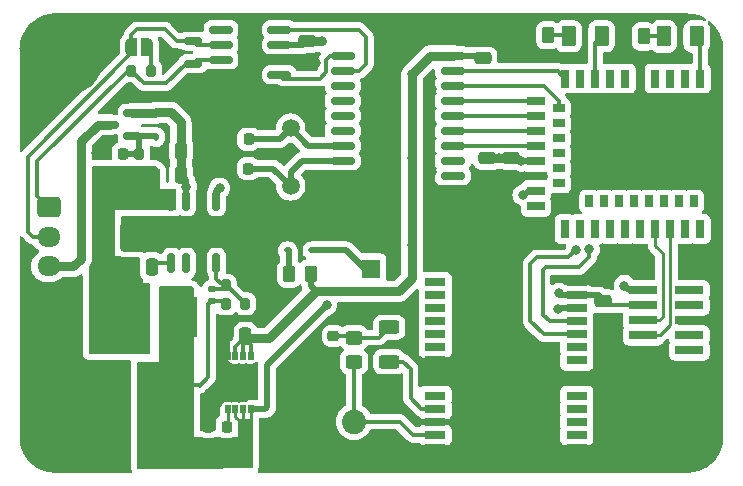
<source format=gbr>
%TF.GenerationSoftware,KiCad,Pcbnew,7.0.6-7.0.6~ubuntu23.04.1*%
%TF.CreationDate,2023-07-25T15:56:09+03:00*%
%TF.ProjectId,nrf52840_dev,6e726635-3238-4343-905f-6465762e6b69,rev?*%
%TF.SameCoordinates,Original*%
%TF.FileFunction,Copper,L1,Top*%
%TF.FilePolarity,Positive*%
%FSLAX46Y46*%
G04 Gerber Fmt 4.6, Leading zero omitted, Abs format (unit mm)*
G04 Created by KiCad (PCBNEW 7.0.6-7.0.6~ubuntu23.04.1) date 2023-07-25 15:56:09*
%MOMM*%
%LPD*%
G01*
G04 APERTURE LIST*
G04 Aperture macros list*
%AMRoundRect*
0 Rectangle with rounded corners*
0 $1 Rounding radius*
0 $2 $3 $4 $5 $6 $7 $8 $9 X,Y pos of 4 corners*
0 Add a 4 corners polygon primitive as box body*
4,1,4,$2,$3,$4,$5,$6,$7,$8,$9,$2,$3,0*
0 Add four circle primitives for the rounded corners*
1,1,$1+$1,$2,$3*
1,1,$1+$1,$4,$5*
1,1,$1+$1,$6,$7*
1,1,$1+$1,$8,$9*
0 Add four rect primitives between the rounded corners*
20,1,$1+$1,$2,$3,$4,$5,0*
20,1,$1+$1,$4,$5,$6,$7,0*
20,1,$1+$1,$6,$7,$8,$9,0*
20,1,$1+$1,$8,$9,$2,$3,0*%
%AMFreePoly0*
4,1,19,0.500000,-0.750000,0.000000,-0.750000,0.000000,-0.744911,-0.071157,-0.744911,-0.207708,-0.704816,-0.327430,-0.627875,-0.420627,-0.520320,-0.479746,-0.390866,-0.500000,-0.250000,-0.500000,0.250000,-0.479746,0.390866,-0.420627,0.520320,-0.327430,0.627875,-0.207708,0.704816,-0.071157,0.744911,0.000000,0.744911,0.000000,0.750000,0.500000,0.750000,0.500000,-0.750000,0.500000,-0.750000,
$1*%
%AMFreePoly1*
4,1,19,0.000000,0.744911,0.071157,0.744911,0.207708,0.704816,0.327430,0.627875,0.420627,0.520320,0.479746,0.390866,0.500000,0.250000,0.500000,-0.250000,0.479746,-0.390866,0.420627,-0.520320,0.327430,-0.627875,0.207708,-0.704816,0.071157,-0.744911,0.000000,-0.744911,0.000000,-0.750000,-0.500000,-0.750000,-0.500000,0.750000,0.000000,0.750000,0.000000,0.744911,0.000000,0.744911,
$1*%
G04 Aperture macros list end*
%TA.AperFunction,ComponentPad*%
%ADD10C,0.800000*%
%TD*%
%TA.AperFunction,ComponentPad*%
%ADD11C,6.400000*%
%TD*%
%TA.AperFunction,SMDPad,CuDef*%
%ADD12RoundRect,0.250000X-0.475000X0.250000X-0.475000X-0.250000X0.475000X-0.250000X0.475000X0.250000X0*%
%TD*%
%TA.AperFunction,SMDPad,CuDef*%
%ADD13RoundRect,0.225000X0.225000X0.250000X-0.225000X0.250000X-0.225000X-0.250000X0.225000X-0.250000X0*%
%TD*%
%TA.AperFunction,ComponentPad*%
%ADD14C,2.050000*%
%TD*%
%TA.AperFunction,ComponentPad*%
%ADD15C,2.250000*%
%TD*%
%TA.AperFunction,SMDPad,CuDef*%
%ADD16R,0.800000X1.500000*%
%TD*%
%TA.AperFunction,SMDPad,CuDef*%
%ADD17R,1.500000X0.800000*%
%TD*%
%TA.AperFunction,ComponentPad*%
%ADD18R,1.000000X0.650000*%
%TD*%
%TA.AperFunction,ComponentPad*%
%ADD19R,0.650000X1.000000*%
%TD*%
%TA.AperFunction,SMDPad,CuDef*%
%ADD20RoundRect,0.250000X-0.375000X-0.625000X0.375000X-0.625000X0.375000X0.625000X-0.375000X0.625000X0*%
%TD*%
%TA.AperFunction,SMDPad,CuDef*%
%ADD21RoundRect,0.200000X-0.200000X-0.275000X0.200000X-0.275000X0.200000X0.275000X-0.200000X0.275000X0*%
%TD*%
%TA.AperFunction,SMDPad,CuDef*%
%ADD22R,0.480000X0.800000*%
%TD*%
%TA.AperFunction,SMDPad,CuDef*%
%ADD23FreePoly0,180.000000*%
%TD*%
%TA.AperFunction,SMDPad,CuDef*%
%ADD24FreePoly1,180.000000*%
%TD*%
%TA.AperFunction,SMDPad,CuDef*%
%ADD25R,2.400000X0.740000*%
%TD*%
%TA.AperFunction,SMDPad,CuDef*%
%ADD26RoundRect,0.250000X-0.625000X0.312500X-0.625000X-0.312500X0.625000X-0.312500X0.625000X0.312500X0*%
%TD*%
%TA.AperFunction,ComponentPad*%
%ADD27C,1.500000*%
%TD*%
%TA.AperFunction,SMDPad,CuDef*%
%ADD28RoundRect,0.150000X0.150000X-0.662500X0.150000X0.662500X-0.150000X0.662500X-0.150000X-0.662500X0*%
%TD*%
%TA.AperFunction,SMDPad,CuDef*%
%ADD29R,3.200000X2.514000*%
%TD*%
%TA.AperFunction,SMDPad,CuDef*%
%ADD30RoundRect,0.250000X0.250000X0.475000X-0.250000X0.475000X-0.250000X-0.475000X0.250000X-0.475000X0*%
%TD*%
%TA.AperFunction,SMDPad,CuDef*%
%ADD31RoundRect,0.112500X0.187500X0.112500X-0.187500X0.112500X-0.187500X-0.112500X0.187500X-0.112500X0*%
%TD*%
%TA.AperFunction,SMDPad,CuDef*%
%ADD32RoundRect,0.250000X0.875000X1.025000X-0.875000X1.025000X-0.875000X-1.025000X0.875000X-1.025000X0*%
%TD*%
%TA.AperFunction,SMDPad,CuDef*%
%ADD33RoundRect,0.250000X0.475000X-0.250000X0.475000X0.250000X-0.475000X0.250000X-0.475000X-0.250000X0*%
%TD*%
%TA.AperFunction,SMDPad,CuDef*%
%ADD34RoundRect,0.250000X0.450000X-0.325000X0.450000X0.325000X-0.450000X0.325000X-0.450000X-0.325000X0*%
%TD*%
%TA.AperFunction,SMDPad,CuDef*%
%ADD35RoundRect,0.250000X-0.250000X-0.475000X0.250000X-0.475000X0.250000X0.475000X-0.250000X0.475000X0*%
%TD*%
%TA.AperFunction,ComponentPad*%
%ADD36RoundRect,0.250000X-0.725000X0.600000X-0.725000X-0.600000X0.725000X-0.600000X0.725000X0.600000X0*%
%TD*%
%TA.AperFunction,ComponentPad*%
%ADD37O,1.950000X1.700000*%
%TD*%
%TA.AperFunction,SMDPad,CuDef*%
%ADD38RoundRect,0.150000X0.825000X0.150000X-0.825000X0.150000X-0.825000X-0.150000X0.825000X-0.150000X0*%
%TD*%
%TA.AperFunction,SMDPad,CuDef*%
%ADD39RoundRect,0.225000X-0.250000X0.225000X-0.250000X-0.225000X0.250000X-0.225000X0.250000X0.225000X0*%
%TD*%
%TA.AperFunction,SMDPad,CuDef*%
%ADD40RoundRect,0.250000X0.262500X0.450000X-0.262500X0.450000X-0.262500X-0.450000X0.262500X-0.450000X0*%
%TD*%
%TA.AperFunction,SMDPad,CuDef*%
%ADD41R,2.413000X3.429000*%
%TD*%
%TA.AperFunction,SMDPad,CuDef*%
%ADD42RoundRect,0.150000X0.587500X0.150000X-0.587500X0.150000X-0.587500X-0.150000X0.587500X-0.150000X0*%
%TD*%
%TA.AperFunction,SMDPad,CuDef*%
%ADD43RoundRect,0.112500X-0.112500X0.187500X-0.112500X-0.187500X0.112500X-0.187500X0.112500X0.187500X0*%
%TD*%
%TA.AperFunction,SMDPad,CuDef*%
%ADD44RoundRect,0.140000X0.170000X-0.140000X0.170000X0.140000X-0.170000X0.140000X-0.170000X-0.140000X0*%
%TD*%
%TA.AperFunction,ComponentPad*%
%ADD45R,1.600000X1.600000*%
%TD*%
%TA.AperFunction,ComponentPad*%
%ADD46C,1.600000*%
%TD*%
%TA.AperFunction,SMDPad,CuDef*%
%ADD47RoundRect,0.250000X-0.900000X1.000000X-0.900000X-1.000000X0.900000X-1.000000X0.900000X1.000000X0*%
%TD*%
%TA.AperFunction,SMDPad,CuDef*%
%ADD48RoundRect,0.150000X-0.875000X-0.150000X0.875000X-0.150000X0.875000X0.150000X-0.875000X0.150000X0*%
%TD*%
%TA.AperFunction,SMDPad,CuDef*%
%ADD49R,1.800000X0.750000*%
%TD*%
%TA.AperFunction,ViaPad*%
%ADD50C,0.800000*%
%TD*%
%TA.AperFunction,Conductor*%
%ADD51C,0.300000*%
%TD*%
%TA.AperFunction,Conductor*%
%ADD52C,0.800000*%
%TD*%
%TA.AperFunction,Conductor*%
%ADD53C,0.500000*%
%TD*%
%TA.AperFunction,Conductor*%
%ADD54C,0.250000*%
%TD*%
G04 APERTURE END LIST*
D10*
%TO.P,H1,1,1*%
%TO.N,GND*%
X121550000Y-83410000D03*
X122252944Y-81712944D03*
X122252944Y-85107056D03*
X123950000Y-81010000D03*
D11*
X123950000Y-83410000D03*
D10*
X123950000Y-85810000D03*
X125647056Y-81712944D03*
X125647056Y-85107056D03*
X126350000Y-83410000D03*
%TD*%
D12*
%TO.P,C2,1*%
%TO.N,/3V3*%
X161670000Y-91850000D03*
%TO.P,C2,2*%
%TO.N,GND*%
X161670000Y-93750000D03*
%TD*%
D13*
%TO.P,C3,1*%
%TO.N,Net-(U2-OSC1)*%
X139435000Y-92740000D03*
%TO.P,C3,2*%
%TO.N,GND*%
X137885000Y-92740000D03*
%TD*%
D14*
%TO.P,J2,1,In*%
%TO.N,/ublox/GPS_RF*%
X148380000Y-114170000D03*
D15*
%TO.P,J2,2,Ext*%
%TO.N,GND*%
X150920000Y-116710000D03*
X150920000Y-111630000D03*
X145840000Y-116710000D03*
X145840000Y-111630000D03*
%TD*%
D16*
%TO.P,U1,1,P1.11*%
%TO.N,/LED2*%
X177695000Y-85111000D03*
%TO.P,U1,2,P1.10*%
%TO.N,unconnected-(U1-P1.10-Pad2)*%
X176425000Y-85111000D03*
%TO.P,U1,3,P0.03(AIN1)*%
%TO.N,unconnected-(U1-P0.03(AIN1)-Pad3)*%
X175155000Y-85111000D03*
%TO.P,U1,4,P0.28(AIN4)*%
%TO.N,unconnected-(U1-P0.28(AIN4)-Pad4)*%
X173885000Y-85111000D03*
%TO.P,U1,5,GND*%
%TO.N,GND*%
X172615000Y-85111000D03*
%TO.P,U1,6,P1.13*%
%TO.N,unconnected-(U1-P1.13-Pad6)*%
X171345000Y-85111000D03*
%TO.P,U1,7,P0.02(AIN0)*%
%TO.N,unconnected-(U1-P0.02(AIN0)-Pad7)*%
X170075000Y-85111000D03*
%TO.P,U1,8,P0.29(AIN5)*%
%TO.N,/LED1*%
X168805000Y-85111000D03*
%TO.P,U1,9,P0.31(AIN7)*%
%TO.N,unconnected-(U1-P0.31(AIN7)-Pad9)*%
X167535000Y-85111000D03*
%TO.P,U1,10,P0.30(AIN6)*%
%TO.N,/MCP_RST*%
X166265000Y-85111000D03*
D17*
%TO.P,U1,11,P0.00(XL1)*%
%TO.N,/MISO*%
X163796000Y-87010000D03*
D18*
%TO.P,U1,12,P0.26*%
%TO.N,/CS*%
X165757000Y-87647000D03*
D17*
%TO.P,U1,13,P0.01(XL2)*%
%TO.N,/MOSI*%
X163796000Y-88280000D03*
D18*
%TO.P,U1,14,P0.06*%
%TO.N,unconnected-(U1-P0.06-Pad14)*%
X165757000Y-88917000D03*
D17*
%TO.P,U1,15,P0.05(AIN3)*%
%TO.N,/SCK*%
X163796000Y-89550000D03*
D18*
%TO.P,U1,16,P0.08*%
%TO.N,unconnected-(U1-P0.08-Pad16)*%
X165757000Y-90187000D03*
D17*
%TO.P,U1,17,P1.09*%
%TO.N,/IRQ*%
X163796000Y-90820000D03*
D18*
%TO.P,U1,18,P0.04(AIN2)*%
%TO.N,unconnected-(U1-P0.04(AIN2)-Pad18)*%
X165757000Y-91457000D03*
D17*
%TO.P,U1,19,VDD*%
%TO.N,/3V3*%
X163796000Y-92090000D03*
D18*
%TO.P,U1,20,P0.12*%
%TO.N,unconnected-(U1-P0.12-Pad20)*%
X165757000Y-92727000D03*
D17*
%TO.P,U1,21,GND*%
%TO.N,GND*%
X163796000Y-93360000D03*
D18*
%TO.P,U1,22,P0.07*%
%TO.N,/RX*%
X165757000Y-93997000D03*
D17*
%TO.P,U1,23,VDDH*%
%TO.N,/3V3*%
X163796000Y-94630000D03*
D18*
%TO.P,U1,24,GND*%
%TO.N,GND*%
X165757000Y-95267000D03*
D17*
%TO.P,U1,25,DCCH*%
%TO.N,unconnected-(U1-DCCH-Pad25)*%
X163796000Y-95900000D03*
D16*
%TO.P,U1,26,P0.18(RST)*%
%TO.N,unconnected-(U1-P0.18(RST)-Pad26)*%
X166265000Y-97849000D03*
%TO.P,U1,27,VBUS*%
%TO.N,unconnected-(U1-VBUS-Pad27)*%
X167535000Y-97849000D03*
D19*
%TO.P,U1,28,P0.15*%
%TO.N,/TX*%
X168297000Y-95521000D03*
D16*
%TO.P,U1,29,USB_DN*%
%TO.N,unconnected-(U1-USB_DN-Pad29)*%
X168805000Y-97849000D03*
D19*
%TO.P,U1,30,P0.17*%
%TO.N,unconnected-(U1-P0.17-Pad30)*%
X169567000Y-95521000D03*
D16*
%TO.P,U1,31,USB_DP*%
%TO.N,unconnected-(U1-USB_DP-Pad31)*%
X170075000Y-97849000D03*
D19*
%TO.P,U1,32,P0.20*%
%TO.N,unconnected-(U1-P0.20-Pad32)*%
X170837000Y-95521000D03*
D16*
%TO.P,U1,33,P0.13*%
%TO.N,unconnected-(U1-P0.13-Pad33)*%
X171345000Y-97849000D03*
D19*
%TO.P,U1,34,P0.22*%
%TO.N,unconnected-(U1-P0.22-Pad34)*%
X172107000Y-95521000D03*
D16*
%TO.P,U1,35,P0.24*%
%TO.N,unconnected-(U1-P0.24-Pad35)*%
X172615000Y-97849000D03*
D19*
%TO.P,U1,36,P1.00*%
%TO.N,unconnected-(U1-P1.00-Pad36)*%
X173377000Y-95521000D03*
D16*
%TO.P,U1,37,SWDIO*%
%TO.N,/SWD_IO*%
X173885000Y-97849000D03*
D19*
%TO.P,U1,38,P1.02*%
%TO.N,unconnected-(U1-P1.02-Pad38)*%
X174647000Y-95521000D03*
D16*
%TO.P,U1,39,SWD_CLK*%
%TO.N,/SWD_CLK*%
X175155000Y-97849000D03*
D19*
%TO.P,U1,40,P1.04*%
%TO.N,unconnected-(U1-P1.04-Pad40)*%
X175917000Y-95521000D03*
D16*
%TO.P,U1,41,P0.09(NFC1)*%
%TO.N,unconnected-(U1-P0.09(NFC1)-Pad41)*%
X176425000Y-97849000D03*
D19*
%TO.P,U1,42,P1.06*%
%TO.N,unconnected-(U1-P1.06-Pad42)*%
X177187000Y-95521000D03*
D16*
%TO.P,U1,43,P0.10(NFC2)*%
%TO.N,unconnected-(U1-P0.10(NFC2)-Pad43)*%
X177695000Y-97849000D03*
%TD*%
D20*
%TO.P,D1,1,K*%
%TO.N,Net-(D1-K)*%
X166550000Y-81530000D03*
%TO.P,D1,2,A*%
%TO.N,/LED1*%
X169350000Y-81530000D03*
%TD*%
D13*
%TO.P,C20,1*%
%TO.N,Net-(U4-NR)*%
X137605000Y-114580000D03*
%TO.P,C20,2*%
%TO.N,GND*%
X136055000Y-114580000D03*
%TD*%
D20*
%TO.P,D2,1,K*%
%TO.N,Net-(D2-K)*%
X174600000Y-81550000D03*
%TO.P,D2,2,A*%
%TO.N,/LED2*%
X177400000Y-81550000D03*
%TD*%
D21*
%TO.P,R3,1*%
%TO.N,/CANH*%
X129540000Y-84460000D03*
%TO.P,R3,2*%
%TO.N,Net-(JP1-A)*%
X131190000Y-84460000D03*
%TD*%
D22*
%TO.P,U4,1,Vout*%
%TO.N,/3V3*%
X139625000Y-108645000D03*
%TO.P,U4,2,Vout*%
X138975000Y-108645000D03*
%TO.P,U4,3,Sense*%
X138325000Y-108645000D03*
%TO.P,U4,4,GND*%
%TO.N,GND*%
X137675000Y-108645000D03*
%TO.P,U4,5,NR*%
%TO.N,Net-(U4-NR)*%
X137675000Y-113095000D03*
%TO.P,U4,6,SD*%
%TO.N,/5V*%
X138325000Y-113095000D03*
%TO.P,U4,7,Vin*%
X138975000Y-113095000D03*
%TO.P,U4,8,Vin*%
X139625000Y-113095000D03*
%TD*%
D23*
%TO.P,JP1,1,A*%
%TO.N,Net-(JP1-A)*%
X130840000Y-82410000D03*
D24*
%TO.P,JP1,2,B*%
%TO.N,/CANL*%
X129540000Y-82410000D03*
%TD*%
D25*
%TO.P,J3,1,Pin_1*%
%TO.N,/5V*%
X172880000Y-103040000D03*
%TO.P,J3,2,Pin_2*%
%TO.N,unconnected-(J3-Pin_2-Pad2)*%
X176780000Y-103040000D03*
%TO.P,J3,3,Pin_3*%
%TO.N,/3V3*%
X172880000Y-104310000D03*
%TO.P,J3,4,Pin_4*%
%TO.N,unconnected-(J3-Pin_4-Pad4)*%
X176780000Y-104310000D03*
%TO.P,J3,5,Pin_5*%
%TO.N,/SWD_IO*%
X172880000Y-105580000D03*
%TO.P,J3,6,Pin_6*%
%TO.N,GND*%
X176780000Y-105580000D03*
%TO.P,J3,7,Pin_7*%
%TO.N,/SWD_CLK*%
X172880000Y-106850000D03*
%TO.P,J3,8,Pin_8*%
%TO.N,unconnected-(J3-Pin_8-Pad8)*%
X176780000Y-106850000D03*
%TO.P,J3,9,Pin_9*%
%TO.N,GND*%
X172880000Y-108120000D03*
%TO.P,J3,10,Pin_10*%
%TO.N,unconnected-(J3-Pin_10-Pad10)*%
X176780000Y-108120000D03*
%TD*%
D26*
%TO.P,R40,1*%
%TO.N,Net-(C40-Pad1)*%
X151360000Y-106170000D03*
%TO.P,R40,2*%
%TO.N,Net-(U17-VCC_RF)*%
X151360000Y-109095000D03*
%TD*%
D27*
%TO.P,Y1,1,1*%
%TO.N,Net-(U2-OSC1)*%
X143010000Y-94190000D03*
%TO.P,Y1,2,2*%
%TO.N,Net-(U2-OSC2)*%
X143010000Y-89310000D03*
%TD*%
D28*
%TO.P,U3,1,Boot*%
%TO.N,Net-(U3-Boot)*%
X132922500Y-100750000D03*
%TO.P,U3,2,PGOOD*%
%TO.N,unconnected-(U3-PGOOD-Pad2)*%
X134192500Y-100750000D03*
%TO.P,U3,3,EN1*%
%TO.N,GND*%
X135462500Y-100750000D03*
%TO.P,U3,4,FB*%
%TO.N,Net-(U3-FB)*%
X136732500Y-100750000D03*
%TO.P,U3,5,En2*%
%TO.N,Net-(D18-K)*%
X136732500Y-95475000D03*
%TO.P,U3,6,GND*%
%TO.N,GND*%
X135462500Y-95475000D03*
%TO.P,U3,7,Vin*%
%TO.N,Net-(D18-K)*%
X134192500Y-95475000D03*
%TO.P,U3,8,SW*%
%TO.N,Net-(D19-K)*%
X132922500Y-95475000D03*
D29*
%TO.P,U3,9,PGND*%
%TO.N,GND*%
X134827500Y-98112500D03*
%TD*%
D21*
%TO.P,R28,1*%
%TO.N,/5V*%
X137525000Y-104180000D03*
%TO.P,R28,2*%
%TO.N,Net-(U3-FB)*%
X139175000Y-104180000D03*
%TD*%
D30*
%TO.P,C14,1*%
%TO.N,Net-(U3-Boot)*%
X131250000Y-101030000D03*
%TO.P,C14,2*%
%TO.N,Net-(D19-K)*%
X129350000Y-101030000D03*
%TD*%
D31*
%TO.P,D4,1,K*%
%TO.N,/ublox/GPS_VBAT*%
X144850000Y-99655000D03*
%TO.P,D4,2,A*%
%TO.N,Net-(D4-A)*%
X142750000Y-99655000D03*
%TD*%
D13*
%TO.P,C4,1*%
%TO.N,Net-(U2-OSC2)*%
X139455000Y-90240000D03*
%TO.P,C4,2*%
%TO.N,GND*%
X137905000Y-90240000D03*
%TD*%
D12*
%TO.P,C6,1*%
%TO.N,/3V3*%
X144370000Y-81950000D03*
%TO.P,C6,2*%
%TO.N,GND*%
X144370000Y-83850000D03*
%TD*%
D32*
%TO.P,C16,1*%
%TO.N,/5V*%
X132690000Y-111090000D03*
%TO.P,C16,2*%
%TO.N,GND*%
X126290000Y-111090000D03*
%TD*%
D33*
%TO.P,C49,1*%
%TO.N,/3V3*%
X169450000Y-103950000D03*
%TO.P,C49,2*%
%TO.N,GND*%
X169450000Y-102050000D03*
%TD*%
D13*
%TO.P,C11,1*%
%TO.N,Net-(D18-A)*%
X128810000Y-91510000D03*
%TO.P,C11,2*%
%TO.N,GND*%
X127260000Y-91510000D03*
%TD*%
D34*
%TO.P,L2,1,1*%
%TO.N,/ublox/GPS_RF*%
X148390000Y-109090000D03*
%TO.P,L2,2,2*%
%TO.N,Net-(C40-Pad1)*%
X148390000Y-107040000D03*
%TD*%
D35*
%TO.P,C12,1*%
%TO.N,Net-(D18-K)*%
X133722500Y-91230000D03*
%TO.P,C12,2*%
%TO.N,GND*%
X135622500Y-91230000D03*
%TD*%
D36*
%TO.P,J1,1,Pin_1*%
%TO.N,/CANH*%
X122520000Y-96020000D03*
D37*
%TO.P,J1,2,Pin_2*%
%TO.N,/CANL*%
X122520000Y-98520000D03*
%TO.P,J1,3,Pin_3*%
%TO.N,/12VIN*%
X122520000Y-101020000D03*
%TO.P,J1,4,Pin_4*%
%TO.N,GND*%
X122520000Y-103520000D03*
%TD*%
D38*
%TO.P,U5,1,D*%
%TO.N,Net-(U2-TXCAN)*%
X142070000Y-84800000D03*
%TO.P,U5,2,GND*%
%TO.N,GND*%
X142070000Y-83530000D03*
%TO.P,U5,3,VCC*%
%TO.N,/3V3*%
X142070000Y-82260000D03*
%TO.P,U5,4,R*%
%TO.N,Net-(U2-RXCAN)*%
X142070000Y-80990000D03*
%TO.P,U5,5,Vref*%
%TO.N,unconnected-(U5-Vref-Pad5)*%
X137120000Y-80990000D03*
%TO.P,U5,6,CANL*%
%TO.N,/CANL*%
X137120000Y-82260000D03*
%TO.P,U5,7,CANH*%
%TO.N,/CANH*%
X137120000Y-83530000D03*
%TO.P,U5,8,Rs*%
%TO.N,GND*%
X137120000Y-84800000D03*
%TD*%
D10*
%TO.P,H2,1,1*%
%TO.N,GND*%
X172652944Y-114917056D03*
X173355888Y-113220000D03*
X173355888Y-116614112D03*
X175052944Y-112517056D03*
D11*
X175052944Y-114917056D03*
D10*
X175052944Y-117317056D03*
X176750000Y-113220000D03*
X176750000Y-116614112D03*
X177452944Y-114917056D03*
%TD*%
D39*
%TO.P,C40,1*%
%TO.N,Net-(C40-Pad1)*%
X146640000Y-106910000D03*
%TO.P,C40,2*%
%TO.N,GND*%
X146640000Y-108460000D03*
%TD*%
D12*
%TO.P,C1,1*%
%TO.N,/3V3*%
X159650000Y-91850000D03*
%TO.P,C1,2*%
%TO.N,GND*%
X159650000Y-93750000D03*
%TD*%
D40*
%TO.P,R4,1*%
%TO.N,/3V3*%
X144725000Y-101625000D03*
%TO.P,R4,2*%
%TO.N,Net-(D4-A)*%
X142900000Y-101625000D03*
%TD*%
D41*
%TO.P,L1,1*%
%TO.N,Net-(D19-K)*%
X128055000Y-105340000D03*
%TO.P,L1,2*%
%TO.N,/5V*%
X133890000Y-105340000D03*
%TD*%
D40*
%TO.P,R2,1*%
%TO.N,Net-(D2-K)*%
X172892500Y-81550000D03*
%TO.P,R2,2*%
%TO.N,GND*%
X171067500Y-81550000D03*
%TD*%
D42*
%TO.P,D3,1,K*%
%TO.N,/CANH*%
X134790000Y-83840000D03*
%TO.P,D3,2,K*%
%TO.N,/CANL*%
X134790000Y-81940000D03*
%TO.P,D3,3,A*%
%TO.N,GND*%
X132915000Y-82890000D03*
%TD*%
D21*
%TO.P,R29,1*%
%TO.N,Net-(U3-FB)*%
X137535000Y-102630000D03*
%TO.P,R29,2*%
%TO.N,GND*%
X139185000Y-102630000D03*
%TD*%
D40*
%TO.P,R1,1*%
%TO.N,Net-(D1-K)*%
X164782500Y-81440000D03*
%TO.P,R1,2*%
%TO.N,GND*%
X162957500Y-81440000D03*
%TD*%
D43*
%TO.P,D18,1,K*%
%TO.N,Net-(D18-K)*%
X131620000Y-87970000D03*
%TO.P,D18,2,A*%
%TO.N,Net-(D18-A)*%
X131620000Y-90070000D03*
%TD*%
D44*
%TO.P,C15,1*%
%TO.N,/5V*%
X136340000Y-103920000D03*
%TO.P,C15,2*%
%TO.N,Net-(U3-FB)*%
X136340000Y-102960000D03*
%TD*%
D32*
%TO.P,C17,1*%
%TO.N,/5V*%
X132790000Y-115950000D03*
%TO.P,C17,2*%
%TO.N,GND*%
X126390000Y-115950000D03*
%TD*%
D35*
%TO.P,C13,1*%
%TO.N,Net-(D18-K)*%
X133722500Y-93260000D03*
%TO.P,C13,2*%
%TO.N,GND*%
X135622500Y-93260000D03*
%TD*%
D45*
%TO.P,C7,1*%
%TO.N,/ublox/GPS_VBAT*%
X149830000Y-101222651D03*
D46*
%TO.P,C7,2*%
%TO.N,GND*%
X149830000Y-97722651D03*
%TD*%
D47*
%TO.P,D19,1,K*%
%TO.N,Net-(D19-K)*%
X129772500Y-94190000D03*
%TO.P,D19,2,A*%
%TO.N,GND*%
X129772500Y-98490000D03*
%TD*%
D21*
%TO.P,R27,1*%
%TO.N,Net-(D18-A)*%
X130210000Y-91470000D03*
%TO.P,R27,2*%
%TO.N,GND*%
X131860000Y-91470000D03*
%TD*%
D48*
%TO.P,U2,1,TXCAN*%
%TO.N,Net-(U2-TXCAN)*%
X147440000Y-83190000D03*
%TO.P,U2,2,RXCAN*%
%TO.N,Net-(U2-RXCAN)*%
X147440000Y-84460000D03*
%TO.P,U2,3,CLKOUT/SOF*%
%TO.N,unconnected-(U2-CLKOUT{slash}SOF-Pad3)*%
X147440000Y-85730000D03*
%TO.P,U2,4,~{TX0RTS}*%
%TO.N,unconnected-(U2-~{TX0RTS}-Pad4)*%
X147440000Y-87000000D03*
%TO.P,U2,5,~{TX1RTS}*%
%TO.N,unconnected-(U2-~{TX1RTS}-Pad5)*%
X147440000Y-88270000D03*
%TO.P,U2,6,~{TX2RTS}*%
%TO.N,unconnected-(U2-~{TX2RTS}-Pad6)*%
X147440000Y-89540000D03*
%TO.P,U2,7,OSC2*%
%TO.N,Net-(U2-OSC2)*%
X147440000Y-90810000D03*
%TO.P,U2,8,OSC1*%
%TO.N,Net-(U2-OSC1)*%
X147440000Y-92080000D03*
%TO.P,U2,9,VSS*%
%TO.N,GND*%
X147440000Y-93350000D03*
%TO.P,U2,10,~{RX1BF}*%
%TO.N,unconnected-(U2-~{RX1BF}-Pad10)*%
X156740000Y-93350000D03*
%TO.P,U2,11,~{RX0BF}*%
%TO.N,unconnected-(U2-~{RX0BF}-Pad11)*%
X156740000Y-92080000D03*
%TO.P,U2,12,~{INT}*%
%TO.N,/IRQ*%
X156740000Y-90810000D03*
%TO.P,U2,13,SCK*%
%TO.N,/SCK*%
X156740000Y-89540000D03*
%TO.P,U2,14,SI*%
%TO.N,/MOSI*%
X156740000Y-88270000D03*
%TO.P,U2,15,SO*%
%TO.N,/MISO*%
X156740000Y-87000000D03*
%TO.P,U2,16,~{CS}*%
%TO.N,/CS*%
X156740000Y-85730000D03*
%TO.P,U2,17,~{RESET}*%
%TO.N,/MCP_RST*%
X156740000Y-84460000D03*
%TO.P,U2,18,VDD*%
%TO.N,/3V3*%
X156740000Y-83190000D03*
%TD*%
D33*
%TO.P,C5,1*%
%TO.N,/3V3*%
X159300000Y-83410000D03*
%TO.P,C5,2*%
%TO.N,GND*%
X159300000Y-81510000D03*
%TD*%
D35*
%TO.P,C19,1*%
%TO.N,/5V*%
X139120000Y-114810000D03*
%TO.P,C19,2*%
%TO.N,GND*%
X141020000Y-114810000D03*
%TD*%
D42*
%TO.P,Q5,1,G*%
%TO.N,Net-(D18-A)*%
X129615000Y-89960000D03*
%TO.P,Q5,2,S*%
%TO.N,Net-(D18-K)*%
X129615000Y-88060000D03*
%TO.P,Q5,3,D*%
%TO.N,/12VIN*%
X127740000Y-89010000D03*
%TD*%
D30*
%TO.P,C18,1*%
%TO.N,/3V3*%
X139190000Y-106920000D03*
%TO.P,C18,2*%
%TO.N,GND*%
X137290000Y-106920000D03*
%TD*%
D49*
%TO.P,U17,1,SAFE_BOOT*%
%TO.N,unconnected-(U17-SAFE_BOOT-Pad1)*%
X155250000Y-102380000D03*
%TO.P,U17,2,D_SEL*%
%TO.N,unconnected-(U17-D_SEL-Pad2)*%
X155250000Y-103480000D03*
%TO.P,U17,3,TIMEPULSE*%
%TO.N,unconnected-(U17-TIMEPULSE-Pad3)*%
X155250000Y-104580000D03*
%TO.P,U17,4,EXTINT*%
%TO.N,unconnected-(U17-EXTINT-Pad4)*%
X155250000Y-105680000D03*
%TO.P,U17,5,USB_DM*%
%TO.N,unconnected-(U17-USB_DM-Pad5)*%
X155250000Y-106780000D03*
%TO.P,U17,6,USB_DP*%
%TO.N,unconnected-(U17-USB_DP-Pad6)*%
X155250000Y-107880000D03*
%TO.P,U17,7,VDD_USB*%
%TO.N,GND*%
X155250000Y-108980000D03*
%TO.P,U17,8,RESET_N*%
%TO.N,unconnected-(U17-RESET_N-Pad8)*%
X155250000Y-111980000D03*
%TO.P,U17,9,VCC_RF*%
%TO.N,Net-(U17-VCC_RF)*%
X155250000Y-113080000D03*
%TO.P,U17,10,GND@1*%
%TO.N,GND*%
X155250000Y-114180000D03*
%TO.P,U17,11,RF_IN*%
%TO.N,/ublox/GPS_RF*%
X155250000Y-115280000D03*
%TO.P,U17,12,GND@2*%
%TO.N,GND*%
X155250000Y-116380000D03*
%TO.P,U17,13,GND@3*%
X167250000Y-116380000D03*
%TO.P,U17,14,ANT_ON*%
%TO.N,unconnected-(U17-ANT_ON-Pad14)*%
X167250000Y-115280000D03*
%TO.P,U17,15,RES@2*%
%TO.N,unconnected-(U17-RES@2-Pad15)*%
X167250000Y-114180000D03*
%TO.P,U17,16,RES@3*%
%TO.N,unconnected-(U17-RES@3-Pad16)*%
X167250000Y-113080000D03*
%TO.P,U17,17,RES@4*%
%TO.N,unconnected-(U17-RES@4-Pad17)*%
X167250000Y-111980000D03*
%TO.P,U17,18,SDA/SPICS_N*%
%TO.N,unconnected-(U17-SDA{slash}SPICS_N-Pad18)*%
X167250000Y-108980000D03*
%TO.P,U17,19,SCL/SPICLK*%
%TO.N,unconnected-(U17-SCL{slash}SPICLK-Pad19)*%
X167250000Y-107880000D03*
%TO.P,U17,20,TXD/SPIMISO*%
%TO.N,/RX*%
X167250000Y-106780000D03*
%TO.P,U17,21,RXD/SPIMOSI*%
%TO.N,/TX*%
X167250000Y-105680000D03*
%TO.P,U17,22,V_BCKP*%
%TO.N,/ublox/GPS_VBAT*%
X167250000Y-104580000D03*
%TO.P,U17,23,VCC*%
%TO.N,/3V3*%
X167250000Y-103480000D03*
%TO.P,U17,24,GND@4*%
%TO.N,GND*%
X167250000Y-102380000D03*
%TD*%
D50*
%TO.N,/3V3*%
X145700000Y-81940000D03*
X165730000Y-103300000D03*
X153280000Y-99240000D03*
X153280000Y-91870000D03*
X162560000Y-92090000D03*
X160670000Y-91850000D03*
X162690000Y-94970000D03*
X153280000Y-84750000D03*
%TO.N,GND*%
X168000000Y-94000000D03*
X161000000Y-110000000D03*
X170000000Y-107000000D03*
X137660000Y-111390000D03*
X177000000Y-94000000D03*
X132240000Y-98260000D03*
X124000000Y-109000000D03*
X141000000Y-103000000D03*
X122000000Y-111000000D03*
X136090000Y-111770000D03*
X141000000Y-105000000D03*
X155000000Y-100000000D03*
X170000000Y-117000000D03*
X134990000Y-98090000D03*
X168000000Y-88000000D03*
X135450000Y-102200000D03*
X131350000Y-98380000D03*
X139670000Y-110090000D03*
X137150000Y-98670000D03*
X160710000Y-94770000D03*
X124000000Y-111000000D03*
X163000000Y-108000000D03*
X156870000Y-116340000D03*
X132240000Y-97300000D03*
X170000000Y-111000000D03*
X174000000Y-88000000D03*
X152830000Y-107630000D03*
X161000000Y-108000000D03*
X171000000Y-101000000D03*
X161000000Y-97000000D03*
X159000000Y-108000000D03*
X139000000Y-87000000D03*
X163000000Y-115000000D03*
X137300000Y-105660000D03*
X170000000Y-109000000D03*
X141000000Y-100000000D03*
X139000000Y-99000000D03*
X161000000Y-100000000D03*
X136630000Y-92970000D03*
X177000000Y-91000000D03*
X178720000Y-105520000D03*
X158000000Y-100000000D03*
X131350000Y-97380000D03*
X159000000Y-115000000D03*
X139750000Y-111580000D03*
X170840000Y-108200000D03*
X159000000Y-110000000D03*
X170000000Y-115000000D03*
X124000000Y-117000000D03*
X170000000Y-113000000D03*
X136630000Y-90930000D03*
X145180000Y-83810000D03*
X124000000Y-113000000D03*
X174000000Y-94000000D03*
X137180000Y-97250000D03*
X139000000Y-97000000D03*
X150000000Y-89000000D03*
X172590000Y-83590000D03*
X132270000Y-99140000D03*
X150000000Y-86000000D03*
X122000000Y-113000000D03*
X135970000Y-113420000D03*
X137840000Y-91490000D03*
X172610000Y-86510000D03*
X124000000Y-115000000D03*
X178000000Y-101000000D03*
X122000000Y-115000000D03*
X153250000Y-105400000D03*
X156830000Y-108960000D03*
X122000000Y-109000000D03*
X173000000Y-101000000D03*
X177000000Y-88000000D03*
X155000000Y-89000000D03*
X163000000Y-110000000D03*
X169360000Y-101130000D03*
X171000000Y-88000000D03*
X135000000Y-87000000D03*
X163000000Y-113000000D03*
X126570000Y-91440000D03*
X137000000Y-87000000D03*
X171000000Y-94000000D03*
X139000000Y-101000000D03*
X132650000Y-83670000D03*
X135790000Y-85130000D03*
X171000000Y-91000000D03*
X155000000Y-93000000D03*
X150000000Y-92000000D03*
X161000000Y-115000000D03*
X161000000Y-113000000D03*
X159000000Y-113000000D03*
X145420000Y-108580000D03*
X139000000Y-95000000D03*
X155000000Y-86000000D03*
X132260000Y-91920000D03*
X131410000Y-99350000D03*
X158000000Y-97000000D03*
X149480000Y-93380000D03*
X155000000Y-97000000D03*
X139000000Y-81000000D03*
X140000000Y-84000000D03*
X174000000Y-91000000D03*
X161040000Y-81710000D03*
X122000000Y-117000000D03*
X168000000Y-91000000D03*
X156850000Y-114150000D03*
%TO.N,/RX*%
X167200000Y-99590000D03*
%TO.N,/TX*%
X168290000Y-99570000D03*
%TO.N,/ublox/GPS_VBAT*%
X165610000Y-104600000D03*
%TO.N,Net-(D18-K)*%
X137000000Y-94400000D03*
X134192500Y-94270000D03*
%TO.N,/5V*%
X171270000Y-102640000D03*
X146070000Y-104300000D03*
%TD*%
D51*
%TO.N,/3V3*%
X139625000Y-107670000D02*
X139065000Y-107110000D01*
X139625000Y-108645000D02*
X139625000Y-107670000D01*
D52*
X144370000Y-81950000D02*
X145690000Y-81950000D01*
X139065000Y-107110000D02*
X141180000Y-107110000D01*
D53*
X167250000Y-103480000D02*
X169160000Y-103480000D01*
D52*
X141180000Y-107110000D02*
X143460000Y-104830000D01*
X153280000Y-84750000D02*
X153280000Y-91870000D01*
D53*
X144725000Y-102715000D02*
X145135000Y-103125000D01*
D52*
X145690000Y-81950000D02*
X145700000Y-81940000D01*
D53*
X165910000Y-103480000D02*
X165730000Y-103300000D01*
X163796000Y-92090000D02*
X162560000Y-92090000D01*
D51*
X163030000Y-94630000D02*
X162690000Y-94970000D01*
X138975000Y-108645000D02*
X138975000Y-107200000D01*
D53*
X162560000Y-92090000D02*
X161910000Y-92090000D01*
X144060000Y-82260000D02*
X144370000Y-81950000D01*
D51*
X169990000Y-104310000D02*
X169350000Y-103670000D01*
D52*
X154840000Y-83190000D02*
X153280000Y-84750000D01*
X153280000Y-91870000D02*
X153280000Y-99240000D01*
X152175000Y-103125000D02*
X153280000Y-102020000D01*
D51*
X163796000Y-94630000D02*
X163030000Y-94630000D01*
D52*
X153280000Y-102020000D02*
X153280000Y-99240000D01*
X143460000Y-104800000D02*
X145135000Y-103125000D01*
D53*
X167250000Y-103480000D02*
X165910000Y-103480000D01*
D52*
X143460000Y-104830000D02*
X143460000Y-104800000D01*
D53*
X144725000Y-101625000D02*
X144725000Y-102715000D01*
D51*
X138325000Y-107850000D02*
X139065000Y-107110000D01*
D52*
X145135000Y-103125000D02*
X152175000Y-103125000D01*
D51*
X138325000Y-108645000D02*
X138325000Y-107850000D01*
D52*
X161670000Y-91850000D02*
X159650000Y-91850000D01*
X156740000Y-83190000D02*
X154840000Y-83190000D01*
D51*
X172880000Y-104310000D02*
X169990000Y-104310000D01*
D53*
X156740000Y-83190000D02*
X159080000Y-83190000D01*
X142070000Y-82260000D02*
X144060000Y-82260000D01*
D54*
%TO.N,/SWD_CLK*%
X174270000Y-106850000D02*
X175155000Y-105965000D01*
X175155000Y-105965000D02*
X175155000Y-97849000D01*
X172880000Y-106850000D02*
X174270000Y-106850000D01*
%TO.N,/SWD_IO*%
X174220000Y-105580000D02*
X174530000Y-105270000D01*
X174530000Y-105270000D02*
X174530000Y-99895000D01*
X174530000Y-99895000D02*
X173885000Y-99250000D01*
X172880000Y-105580000D02*
X174220000Y-105580000D01*
X173885000Y-99250000D02*
X173885000Y-97849000D01*
D51*
%TO.N,GND*%
X136120000Y-84800000D02*
X135790000Y-85130000D01*
D53*
X155250000Y-116380000D02*
X156830000Y-116380000D01*
X136055000Y-114580000D02*
X136055000Y-113505000D01*
X167250000Y-102380000D02*
X169090000Y-102380000D01*
X156810000Y-108980000D02*
X156830000Y-108960000D01*
X142070000Y-83530000D02*
X144050000Y-83530000D01*
X135462500Y-100750000D02*
X135462500Y-98747500D01*
X135462500Y-100750000D02*
X135462500Y-102187500D01*
X169350000Y-101140000D02*
X169360000Y-101130000D01*
X160720000Y-93750000D02*
X160720000Y-94760000D01*
X172615000Y-85111000D02*
X172615000Y-86505000D01*
D51*
X146640000Y-108460000D02*
X145540000Y-108460000D01*
D53*
X149450000Y-93350000D02*
X149480000Y-93380000D01*
X155250000Y-108980000D02*
X156810000Y-108980000D01*
D54*
X137290000Y-105670000D02*
X137300000Y-105660000D01*
D53*
X159300000Y-81510000D02*
X160840000Y-81510000D01*
X135462500Y-95475000D02*
X135462500Y-97477500D01*
X160720000Y-94760000D02*
X160710000Y-94770000D01*
D51*
X137120000Y-84800000D02*
X136120000Y-84800000D01*
X132915000Y-82890000D02*
X132915000Y-83405000D01*
D53*
X160840000Y-81510000D02*
X161040000Y-81710000D01*
D51*
X127260000Y-91510000D02*
X126640000Y-91510000D01*
X178660000Y-105580000D02*
X178720000Y-105520000D01*
D53*
X163796000Y-93360000D02*
X162060000Y-93360000D01*
X169350000Y-102120000D02*
X169350000Y-101140000D01*
D51*
X176780000Y-105580000D02*
X178660000Y-105580000D01*
D53*
X172615000Y-86505000D02*
X172610000Y-86510000D01*
X156830000Y-116380000D02*
X156870000Y-116340000D01*
X147440000Y-93350000D02*
X149450000Y-93350000D01*
X162060000Y-93360000D02*
X161670000Y-93750000D01*
D51*
X145540000Y-108460000D02*
X145420000Y-108580000D01*
D53*
X155250000Y-114180000D02*
X156820000Y-114180000D01*
D51*
X172615000Y-83615000D02*
X172590000Y-83590000D01*
D53*
X135622500Y-93260000D02*
X135622500Y-91230000D01*
X169090000Y-102380000D02*
X169350000Y-102120000D01*
D54*
X137675000Y-108645000D02*
X137675000Y-107305000D01*
X137290000Y-106920000D02*
X137290000Y-105670000D01*
D53*
X144370000Y-83850000D02*
X145140000Y-83850000D01*
X131860000Y-91520000D02*
X132260000Y-91920000D01*
D51*
X126640000Y-91510000D02*
X126570000Y-91440000D01*
X170920000Y-108120000D02*
X170840000Y-108200000D01*
X172615000Y-85111000D02*
X172615000Y-83615000D01*
D53*
X135622500Y-91230000D02*
X136330000Y-91230000D01*
X137885000Y-91445000D02*
X137885000Y-90260000D01*
X135462500Y-102187500D02*
X135450000Y-102200000D01*
X159650000Y-93750000D02*
X160720000Y-93750000D01*
X156820000Y-114180000D02*
X156850000Y-114150000D01*
X160720000Y-93750000D02*
X161670000Y-93750000D01*
X136340000Y-93260000D02*
X136630000Y-92970000D01*
X135462500Y-95475000D02*
X135462500Y-93420000D01*
X136330000Y-91230000D02*
X136630000Y-90930000D01*
X137885000Y-92740000D02*
X137885000Y-91535000D01*
D51*
X132915000Y-83405000D02*
X132650000Y-83670000D01*
D54*
X137675000Y-107305000D02*
X137290000Y-106920000D01*
D51*
X172880000Y-108120000D02*
X170920000Y-108120000D01*
D53*
X136055000Y-113505000D02*
X135970000Y-113420000D01*
X145140000Y-83850000D02*
X145180000Y-83810000D01*
X137885000Y-91535000D02*
X137840000Y-91490000D01*
X144050000Y-83530000D02*
X144370000Y-83850000D01*
X137840000Y-91490000D02*
X137885000Y-91445000D01*
X135622500Y-93260000D02*
X136340000Y-93260000D01*
%TO.N,Net-(U2-OSC1)*%
X143010000Y-93030000D02*
X143010000Y-94190000D01*
X141560000Y-92740000D02*
X143010000Y-94190000D01*
X139435000Y-92740000D02*
X141560000Y-92740000D01*
X143960000Y-92080000D02*
X143010000Y-93030000D01*
X147440000Y-92080000D02*
X143960000Y-92080000D01*
D51*
%TO.N,/CS*%
X164500000Y-85730000D02*
X156740000Y-85730000D01*
X165757000Y-87647000D02*
X165757000Y-86987000D01*
X165757000Y-86987000D02*
X164500000Y-85730000D01*
%TO.N,/MISO*%
X156750000Y-87010000D02*
X163796000Y-87010000D01*
%TO.N,/MOSI*%
X156750000Y-88280000D02*
X163796000Y-88280000D01*
%TO.N,/SCK*%
X156750000Y-89550000D02*
X163796000Y-89550000D01*
%TO.N,/IRQ*%
X156750000Y-90820000D02*
X163796000Y-90820000D01*
D52*
%TO.N,/12VIN*%
X125280000Y-100360000D02*
X124620000Y-101020000D01*
X127740000Y-89010000D02*
X126680000Y-89010000D01*
X124620000Y-101020000D02*
X122520000Y-101020000D01*
X125280000Y-90410000D02*
X125280000Y-100360000D01*
X126680000Y-89010000D02*
X125280000Y-90410000D01*
D51*
%TO.N,/RX*%
X166530000Y-100260000D02*
X167200000Y-99590000D01*
X163320000Y-100790000D02*
X163850000Y-100260000D01*
X167250000Y-106780000D02*
X164460000Y-106780000D01*
X164460000Y-106780000D02*
X163320000Y-105640000D01*
X163320000Y-105640000D02*
X163320000Y-100790000D01*
X163850000Y-100260000D02*
X166530000Y-100260000D01*
%TO.N,/TX*%
X164940000Y-105680000D02*
X164360000Y-105100000D01*
X167450000Y-101090000D02*
X168290000Y-100250000D01*
X164360000Y-101350000D02*
X164620000Y-101090000D01*
X164620000Y-101090000D02*
X167450000Y-101090000D01*
X168290000Y-100250000D02*
X168290000Y-99570000D01*
X164360000Y-105100000D02*
X164360000Y-101350000D01*
X167250000Y-105680000D02*
X164940000Y-105680000D01*
%TO.N,Net-(D1-K)*%
X164782500Y-81440000D02*
X166460000Y-81440000D01*
%TO.N,/LED1*%
X168805000Y-85111000D02*
X168805000Y-82075000D01*
X168805000Y-82075000D02*
X169350000Y-81530000D01*
%TO.N,Net-(D2-K)*%
X174600000Y-81550000D02*
X172892500Y-81550000D01*
%TO.N,/LED2*%
X177695000Y-85111000D02*
X177695000Y-81845000D01*
D53*
%TO.N,Net-(U2-OSC2)*%
X147440000Y-90810000D02*
X144510000Y-90810000D01*
X139455000Y-90240000D02*
X142080000Y-90240000D01*
X144510000Y-90810000D02*
X143010000Y-89310000D01*
X142080000Y-90240000D02*
X143010000Y-89310000D01*
%TO.N,/ublox/GPS_VBAT*%
X144850000Y-99655000D02*
X147725000Y-99655000D01*
X165630000Y-104580000D02*
X165610000Y-104600000D01*
X147725000Y-99655000D02*
X149292651Y-101222651D01*
X167250000Y-104580000D02*
X165630000Y-104580000D01*
%TO.N,Net-(D18-A)*%
X129615000Y-89960000D02*
X130360000Y-89960000D01*
X130210000Y-91470000D02*
X130210000Y-90110000D01*
X131510000Y-89960000D02*
X131620000Y-90070000D01*
X130360000Y-89960000D02*
X131510000Y-89960000D01*
X130210000Y-90110000D02*
X130360000Y-89960000D01*
X128810000Y-91510000D02*
X130170000Y-91510000D01*
D52*
%TO.N,Net-(D18-K)*%
X132890000Y-87970000D02*
X133722500Y-88802500D01*
X129615000Y-88060000D02*
X131530000Y-88060000D01*
D53*
X136732500Y-95475000D02*
X136732500Y-94667500D01*
X134192500Y-94270000D02*
X134192500Y-93730000D01*
X134192500Y-95475000D02*
X134192500Y-94270000D01*
D52*
X133722500Y-88802500D02*
X133722500Y-91230000D01*
X131530000Y-88060000D02*
X131620000Y-87970000D01*
X131620000Y-87970000D02*
X132890000Y-87970000D01*
D53*
X136732500Y-94667500D02*
X137000000Y-94400000D01*
X134192500Y-93730000D02*
X133722500Y-93260000D01*
D52*
X133722500Y-91230000D02*
X133722500Y-93260000D01*
D51*
%TO.N,Net-(U3-Boot)*%
X132922500Y-100750000D02*
X131737500Y-100750000D01*
X131737500Y-100750000D02*
X131397500Y-101090000D01*
D53*
%TO.N,/5V*%
X141030000Y-109340000D02*
X146070000Y-104300000D01*
D51*
X132690000Y-111090000D02*
X135280000Y-111090000D01*
D54*
X138975000Y-113095000D02*
X138975000Y-114420000D01*
D53*
X171670000Y-103040000D02*
X171270000Y-102640000D01*
X172880000Y-103040000D02*
X171670000Y-103040000D01*
X140885000Y-113095000D02*
X139625000Y-113095000D01*
D51*
X135300000Y-111110000D02*
X136060000Y-110350000D01*
D54*
X138325000Y-113770000D02*
X139125000Y-114570000D01*
D51*
X136060000Y-110350000D02*
X136060000Y-104200000D01*
D53*
X141030000Y-109340000D02*
X141030000Y-112950000D01*
D51*
X136340000Y-103920000D02*
X137265000Y-103920000D01*
D54*
X139625000Y-113095000D02*
X139625000Y-114070000D01*
D53*
X141030000Y-112950000D02*
X140885000Y-113095000D01*
D51*
X135280000Y-111090000D02*
X135300000Y-111110000D01*
D54*
X138325000Y-113095000D02*
X138325000Y-113770000D01*
D51*
X136060000Y-104200000D02*
X136340000Y-103920000D01*
D54*
X139625000Y-114070000D02*
X139125000Y-114570000D01*
D51*
X137265000Y-103920000D02*
X137525000Y-104180000D01*
%TO.N,Net-(U3-FB)*%
X136732500Y-102082500D02*
X136732500Y-100750000D01*
X137205000Y-102960000D02*
X137535000Y-102630000D01*
X136340000Y-102960000D02*
X137205000Y-102960000D01*
X137625000Y-102630000D02*
X139175000Y-104180000D01*
X137535000Y-102630000D02*
X137280000Y-102630000D01*
X137280000Y-102630000D02*
X136732500Y-102082500D01*
D54*
%TO.N,Net-(U4-NR)*%
X137675000Y-113095000D02*
X137675000Y-114510000D01*
D51*
%TO.N,Net-(C40-Pad1)*%
X146640000Y-106910000D02*
X148260000Y-106910000D01*
X150490000Y-107040000D02*
X151360000Y-106170000D01*
X148390000Y-107040000D02*
X150490000Y-107040000D01*
%TO.N,/CANH*%
X137120000Y-83530000D02*
X135100000Y-83530000D01*
X129540000Y-84460000D02*
X130580000Y-85500000D01*
X132470000Y-85500000D02*
X134130000Y-83840000D01*
X121570000Y-92130000D02*
X129240000Y-84460000D01*
X121570000Y-92130000D02*
X121570000Y-95070000D01*
X130580000Y-85500000D02*
X132470000Y-85500000D01*
X134130000Y-83840000D02*
X134790000Y-83840000D01*
X135100000Y-83530000D02*
X134790000Y-83840000D01*
X129540000Y-84460000D02*
X129240000Y-84460000D01*
X121570000Y-95070000D02*
X122520000Y-96020000D01*
%TO.N,/CANL*%
X130000000Y-80940000D02*
X129540000Y-81400000D01*
X120760000Y-98070000D02*
X121210000Y-98520000D01*
X137120000Y-82260000D02*
X135110000Y-82260000D01*
X135110000Y-82260000D02*
X134790000Y-81940000D01*
X120760000Y-91720000D02*
X120760000Y-98070000D01*
X132360000Y-80940000D02*
X130000000Y-80940000D01*
X133360000Y-81940000D02*
X132360000Y-80940000D01*
X120760000Y-91720000D02*
X129540000Y-82940000D01*
X129540000Y-81400000D02*
X129540000Y-82410000D01*
X134790000Y-81940000D02*
X133360000Y-81940000D01*
X121210000Y-98520000D02*
X122520000Y-98520000D01*
D53*
%TO.N,Net-(D4-A)*%
X142900000Y-101625000D02*
X142900000Y-99805000D01*
X142900000Y-99805000D02*
X142750000Y-99655000D01*
D51*
%TO.N,/ublox/GPS_RF*%
X148380000Y-114170000D02*
X148380000Y-109100000D01*
X153370000Y-115280000D02*
X152260000Y-114170000D01*
X152260000Y-114170000D02*
X148380000Y-114170000D01*
X155250000Y-115280000D02*
X153370000Y-115280000D01*
%TO.N,Net-(JP1-A)*%
X131190000Y-84460000D02*
X131190000Y-82760000D01*
X131190000Y-82760000D02*
X130840000Y-82410000D01*
%TO.N,Net-(U17-VCC_RF)*%
X152565000Y-109095000D02*
X151360000Y-109095000D01*
X154090000Y-113080000D02*
X153180000Y-112170000D01*
X153180000Y-109710000D02*
X152565000Y-109095000D01*
X155250000Y-113080000D02*
X154090000Y-113080000D01*
X153180000Y-112170000D02*
X153180000Y-109710000D01*
%TO.N,/MCP_RST*%
X156740000Y-84460000D02*
X165614000Y-84460000D01*
X165614000Y-84460000D02*
X166265000Y-85111000D01*
%TO.N,Net-(U2-TXCAN)*%
X142380000Y-85110000D02*
X142070000Y-84800000D01*
X147440000Y-83190000D02*
X146350000Y-83190000D01*
X145990000Y-83550000D02*
X145990000Y-84590000D01*
X145990000Y-84590000D02*
X145470000Y-85110000D01*
X145470000Y-85110000D02*
X142380000Y-85110000D01*
X146350000Y-83190000D02*
X145990000Y-83550000D01*
%TO.N,Net-(U2-RXCAN)*%
X149390000Y-81610000D02*
X148770000Y-80990000D01*
X149390000Y-83910000D02*
X149390000Y-81610000D01*
X147440000Y-84460000D02*
X148840000Y-84460000D01*
X148770000Y-80990000D02*
X142070000Y-80990000D01*
X148840000Y-84460000D02*
X149390000Y-83910000D01*
%TD*%
%TA.AperFunction,Conductor*%
%TO.N,Net-(D19-K)*%
G36*
X131609335Y-92549685D02*
G01*
X131634442Y-92571024D01*
X131654129Y-92592888D01*
X131654133Y-92592892D01*
X131654135Y-92592893D01*
X131807265Y-92704148D01*
X131807267Y-92704149D01*
X131807270Y-92704151D01*
X131876438Y-92734947D01*
X131929672Y-92780194D01*
X131949994Y-92847043D01*
X131950000Y-92848224D01*
X131950000Y-94430000D01*
X133163895Y-94430000D01*
X133202895Y-94436292D01*
X133245004Y-94450246D01*
X133302446Y-94490016D01*
X133329271Y-94554531D01*
X133329999Y-94567951D01*
X133329999Y-96136238D01*
X133310314Y-96203277D01*
X133257510Y-96249032D01*
X133206238Y-96260238D01*
X128139999Y-96270000D01*
X128139999Y-97294562D01*
X128133708Y-97333557D01*
X128132501Y-97337199D01*
X128122000Y-97439983D01*
X128122000Y-99540001D01*
X128122001Y-99540018D01*
X128132500Y-99642793D01*
X128132500Y-99642795D01*
X128132501Y-99642797D01*
X128133706Y-99646435D01*
X128140000Y-99685436D01*
X128140000Y-100139999D01*
X128140000Y-100140000D01*
X128458865Y-100138660D01*
X128524479Y-100157120D01*
X128553157Y-100174809D01*
X128553160Y-100174810D01*
X128553166Y-100174814D01*
X128719703Y-100229999D01*
X128822491Y-100240500D01*
X130141863Y-100240499D01*
X130208902Y-100260184D01*
X130254657Y-100312987D01*
X130264601Y-100382146D01*
X130261231Y-100396451D01*
X130260001Y-100402196D01*
X130249500Y-100504983D01*
X130249500Y-101555001D01*
X130249501Y-101555019D01*
X130260000Y-101657796D01*
X130260001Y-101657799D01*
X130288073Y-101742513D01*
X130315186Y-101824334D01*
X130358530Y-101894607D01*
X130407289Y-101973657D01*
X130483681Y-102050049D01*
X130517166Y-102111372D01*
X130520000Y-102137730D01*
X130520000Y-102420000D01*
X130946000Y-102420000D01*
X131013039Y-102439685D01*
X131058794Y-102492489D01*
X131070000Y-102544000D01*
X131070000Y-108346000D01*
X131050315Y-108413039D01*
X130997511Y-108458794D01*
X130946000Y-108470000D01*
X126034000Y-108470000D01*
X125966961Y-108450315D01*
X125921206Y-108397511D01*
X125910000Y-108346000D01*
X125910000Y-101054860D01*
X125929685Y-100987821D01*
X125946322Y-100967175D01*
X125950119Y-100963380D01*
X125963982Y-100946260D01*
X125966049Y-100943841D01*
X126012533Y-100892216D01*
X126019538Y-100880080D01*
X126030570Y-100864031D01*
X126039381Y-100853151D01*
X126039383Y-100853149D01*
X126039382Y-100853149D01*
X126070934Y-100791222D01*
X126072425Y-100788476D01*
X126107179Y-100728284D01*
X126111509Y-100714956D01*
X126118960Y-100696969D01*
X126125319Y-100684489D01*
X126125320Y-100684488D01*
X126143296Y-100617397D01*
X126144214Y-100614301D01*
X126165674Y-100548256D01*
X126167138Y-100534317D01*
X126170687Y-100515175D01*
X126173416Y-100504991D01*
X126174313Y-100501645D01*
X126177947Y-100432284D01*
X126178201Y-100429064D01*
X126178323Y-100427899D01*
X126180500Y-100407192D01*
X126180499Y-100385202D01*
X126180584Y-100381957D01*
X126184219Y-100312612D01*
X126182027Y-100298772D01*
X126180500Y-100279373D01*
X126180500Y-92654000D01*
X126200185Y-92586961D01*
X126252989Y-92541206D01*
X126304500Y-92530000D01*
X131542296Y-92530000D01*
X131609335Y-92549685D01*
G37*
%TD.AperFunction*%
%TD*%
%TA.AperFunction,Conductor*%
%TO.N,/5V*%
G36*
X134709295Y-102729685D02*
G01*
X134734403Y-102751026D01*
X134748752Y-102766961D01*
X134808150Y-102832929D01*
X134838380Y-102895920D01*
X134840000Y-102915900D01*
X134840000Y-115440000D01*
X134400000Y-115440000D01*
X134280000Y-115560000D01*
X134280000Y-118130468D01*
X134826437Y-118129958D01*
X134794983Y-118147154D01*
X134768567Y-118150000D01*
X130124000Y-118150000D01*
X130056961Y-118130315D01*
X130011206Y-118077511D01*
X130000000Y-118026000D01*
X130000000Y-109254000D01*
X130019685Y-109186961D01*
X130072489Y-109141206D01*
X130124000Y-109130000D01*
X131840000Y-109130000D01*
X131840000Y-102834000D01*
X131859685Y-102766961D01*
X131912489Y-102721206D01*
X131964000Y-102710000D01*
X134642256Y-102710000D01*
X134709295Y-102729685D01*
G37*
%TD.AperFunction*%
%TD*%
%TA.AperFunction,Conductor*%
%TO.N,/5V*%
G36*
X139735677Y-113949685D02*
G01*
X139756319Y-113966319D01*
X139773620Y-113983620D01*
X139807105Y-114044943D01*
X139809939Y-114071447D01*
X139805297Y-118001578D01*
X139785533Y-118068595D01*
X139732675Y-118114287D01*
X139681413Y-118125432D01*
X134826439Y-118129957D01*
X134826437Y-118129957D01*
X134280000Y-118130468D01*
X134280000Y-115560000D01*
X134400000Y-115440000D01*
X134840000Y-115440000D01*
X135401828Y-115440000D01*
X135466924Y-115458461D01*
X135521303Y-115492003D01*
X135682292Y-115545349D01*
X135781655Y-115555500D01*
X136328344Y-115555499D01*
X136328352Y-115555498D01*
X136328355Y-115555498D01*
X136382760Y-115549940D01*
X136427708Y-115545349D01*
X136588697Y-115492003D01*
X136643075Y-115458461D01*
X136708172Y-115440000D01*
X136951828Y-115440000D01*
X137016924Y-115458461D01*
X137071303Y-115492003D01*
X137232292Y-115545349D01*
X137331655Y-115555500D01*
X137878344Y-115555499D01*
X137878352Y-115555498D01*
X137878355Y-115555498D01*
X137932760Y-115549940D01*
X137977708Y-115545349D01*
X138138697Y-115492003D01*
X138193075Y-115458461D01*
X138258172Y-115440000D01*
X138550000Y-115440000D01*
X138550000Y-114935342D01*
X138550321Y-114929037D01*
X138555499Y-114878352D01*
X138555500Y-114878345D01*
X138555499Y-114281656D01*
X138550320Y-114230964D01*
X138550000Y-114224662D01*
X138550000Y-114054000D01*
X138569685Y-113986961D01*
X138622489Y-113941206D01*
X138674000Y-113930000D01*
X139668638Y-113930000D01*
X139735677Y-113949685D01*
G37*
%TD.AperFunction*%
%TD*%
%TA.AperFunction,Conductor*%
%TO.N,GND*%
G36*
X120265073Y-98500970D02*
G01*
X120276456Y-98513374D01*
X120276696Y-98513150D01*
X120282036Y-98518836D01*
X120282037Y-98518837D01*
X120319476Y-98549809D01*
X120323776Y-98553722D01*
X120525457Y-98755403D01*
X120689564Y-98919510D01*
X120699635Y-98932080D01*
X120699822Y-98931926D01*
X120704796Y-98937937D01*
X120704798Y-98937940D01*
X120733345Y-98964748D01*
X120757243Y-98987190D01*
X120778967Y-99008913D01*
X120784757Y-99013405D01*
X120789197Y-99017197D01*
X120816455Y-99042793D01*
X120824607Y-99050448D01*
X120824610Y-99050450D01*
X120824612Y-99050451D01*
X120843207Y-99060674D01*
X120859468Y-99071356D01*
X120876232Y-99084359D01*
X120876236Y-99084362D01*
X120920811Y-99103651D01*
X120926050Y-99106217D01*
X120968632Y-99129627D01*
X120989204Y-99134908D01*
X121007594Y-99141205D01*
X121027074Y-99149635D01*
X121075050Y-99157233D01*
X121080747Y-99158413D01*
X121127823Y-99170500D01*
X121137279Y-99170500D01*
X121204318Y-99190185D01*
X121238853Y-99223376D01*
X121264367Y-99259814D01*
X121356506Y-99391403D01*
X121523597Y-99558494D01*
X121680595Y-99668425D01*
X121724220Y-99723002D01*
X121731414Y-99792500D01*
X121699891Y-99854855D01*
X121680595Y-99871575D01*
X121523597Y-99981505D01*
X121356506Y-100148597D01*
X121356501Y-100148604D01*
X121220967Y-100342165D01*
X121220965Y-100342169D01*
X121121098Y-100556335D01*
X121121094Y-100556344D01*
X121059938Y-100784586D01*
X121059936Y-100784596D01*
X121039341Y-101019999D01*
X121039341Y-101020000D01*
X121059936Y-101255403D01*
X121059938Y-101255413D01*
X121121094Y-101483655D01*
X121121096Y-101483659D01*
X121121097Y-101483663D01*
X121157254Y-101561202D01*
X121220964Y-101697828D01*
X121220965Y-101697830D01*
X121356505Y-101891402D01*
X121523597Y-102058494D01*
X121717169Y-102194034D01*
X121717171Y-102194035D01*
X121931337Y-102293903D01*
X121931343Y-102293904D01*
X121931344Y-102293905D01*
X121948068Y-102298386D01*
X122159592Y-102355063D01*
X122336034Y-102370500D01*
X122703966Y-102370500D01*
X122880408Y-102355063D01*
X123108663Y-102293903D01*
X123322829Y-102194035D01*
X123516401Y-102058495D01*
X123618078Y-101956817D01*
X123679399Y-101923334D01*
X123705758Y-101920500D01*
X124539373Y-101920500D01*
X124558772Y-101922027D01*
X124572612Y-101924219D01*
X124641959Y-101920584D01*
X124645203Y-101920500D01*
X124667191Y-101920500D01*
X124667192Y-101920500D01*
X124683988Y-101918734D01*
X124689064Y-101918201D01*
X124692284Y-101917947D01*
X124761646Y-101914313D01*
X124775187Y-101910683D01*
X124794313Y-101907138D01*
X124808256Y-101905674D01*
X124874306Y-101884212D01*
X124877368Y-101883304D01*
X124944488Y-101865320D01*
X124956976Y-101858956D01*
X124974950Y-101851510D01*
X124988284Y-101847179D01*
X125048476Y-101812425D01*
X125051222Y-101810934D01*
X125113149Y-101779383D01*
X125124031Y-101770569D01*
X125140083Y-101759537D01*
X125152216Y-101752533D01*
X125197527Y-101711734D01*
X125260519Y-101681504D01*
X125329855Y-101690129D01*
X125383520Y-101734871D01*
X125404478Y-101801523D01*
X125404500Y-101803883D01*
X125404500Y-108346000D01*
X125404501Y-108346009D01*
X125416052Y-108453450D01*
X125416054Y-108453462D01*
X125427260Y-108504972D01*
X125461383Y-108607497D01*
X125461386Y-108607503D01*
X125539171Y-108728537D01*
X125539179Y-108728548D01*
X125584923Y-108781340D01*
X125584926Y-108781343D01*
X125584930Y-108781347D01*
X125693664Y-108875567D01*
X125693667Y-108875568D01*
X125693668Y-108875569D01*
X125821166Y-108933797D01*
X125824541Y-108935338D01*
X125869357Y-108948497D01*
X125891575Y-108955022D01*
X125891580Y-108955023D01*
X125891584Y-108955024D01*
X126034000Y-108975500D01*
X129391438Y-108975500D01*
X129458477Y-108995185D01*
X129504232Y-109047989D01*
X129514176Y-109117146D01*
X129494500Y-109253999D01*
X129494499Y-109254003D01*
X129494500Y-113644360D01*
X129494500Y-118026000D01*
X129494501Y-118026009D01*
X129506052Y-118133450D01*
X129506054Y-118133462D01*
X129517260Y-118184972D01*
X129551383Y-118287497D01*
X129551387Y-118287504D01*
X129552408Y-118289093D01*
X129552822Y-118290503D01*
X129554733Y-118294497D01*
X129554085Y-118294806D01*
X129572091Y-118356133D01*
X129552405Y-118423172D01*
X129499600Y-118468926D01*
X129448091Y-118480130D01*
X123067651Y-118480130D01*
X123064407Y-118480045D01*
X123055346Y-118479570D01*
X122932733Y-118473145D01*
X122748284Y-118462788D01*
X122742057Y-118462122D01*
X122589461Y-118437954D01*
X122426424Y-118410254D01*
X122420760Y-118409016D01*
X122267633Y-118367988D01*
X122112160Y-118323196D01*
X122107104Y-118321501D01*
X121957451Y-118264056D01*
X121906751Y-118243056D01*
X121809202Y-118202650D01*
X121804806Y-118200624D01*
X121719296Y-118157055D01*
X121661029Y-118127366D01*
X121521108Y-118050035D01*
X121517329Y-118047768D01*
X121381441Y-117959521D01*
X121251223Y-117867126D01*
X121248083Y-117864744D01*
X121193883Y-117820855D01*
X121122948Y-117763412D01*
X121120703Y-117761502D01*
X121002724Y-117656069D01*
X121000214Y-117653697D01*
X120886300Y-117539783D01*
X120883929Y-117537274D01*
X120778491Y-117419289D01*
X120776592Y-117417058D01*
X120701923Y-117324849D01*
X120675254Y-117291915D01*
X120672872Y-117288775D01*
X120580478Y-117158558D01*
X120548934Y-117109985D01*
X120492222Y-117022655D01*
X120489963Y-117018890D01*
X120412633Y-116878970D01*
X120391584Y-116837659D01*
X120339374Y-116735191D01*
X120337354Y-116730811D01*
X120275943Y-116582548D01*
X120218492Y-116432880D01*
X120216802Y-116427837D01*
X120197350Y-116360319D01*
X120172011Y-116272366D01*
X120130979Y-116119227D01*
X120129750Y-116113603D01*
X120102046Y-115950538D01*
X120077872Y-115797909D01*
X120077212Y-115791732D01*
X120066854Y-115607266D01*
X120059954Y-115475591D01*
X120059870Y-115472350D01*
X120059870Y-98594683D01*
X120079555Y-98527644D01*
X120132359Y-98481889D01*
X120201517Y-98471945D01*
X120265073Y-98500970D01*
G37*
%TD.AperFunction*%
%TA.AperFunction,Conductor*%
G36*
X172023329Y-99061691D02*
G01*
X172107517Y-99093091D01*
X172167127Y-99099500D01*
X173062872Y-99099499D01*
X173120825Y-99093269D01*
X173189585Y-99105676D01*
X173240721Y-99153287D01*
X173258018Y-99212663D01*
X173259500Y-99259813D01*
X173259500Y-99289343D01*
X173259501Y-99289360D01*
X173260368Y-99296231D01*
X173260826Y-99302050D01*
X173262290Y-99348624D01*
X173262291Y-99348627D01*
X173267880Y-99367867D01*
X173271824Y-99386911D01*
X173274336Y-99406792D01*
X173287445Y-99439902D01*
X173291490Y-99450119D01*
X173293382Y-99455647D01*
X173305821Y-99498462D01*
X173306382Y-99500390D01*
X173316441Y-99517400D01*
X173316580Y-99517634D01*
X173325136Y-99535100D01*
X173332514Y-99553732D01*
X173335974Y-99558495D01*
X173359898Y-99591423D01*
X173363106Y-99596307D01*
X173386827Y-99636416D01*
X173386833Y-99636424D01*
X173400990Y-99650580D01*
X173413627Y-99665375D01*
X173425406Y-99681587D01*
X173450805Y-99702599D01*
X173461309Y-99711288D01*
X173465620Y-99715210D01*
X173868182Y-100117772D01*
X173901666Y-100179093D01*
X173904500Y-100205451D01*
X173904500Y-102045500D01*
X173884815Y-102112539D01*
X173832011Y-102158294D01*
X173780500Y-102169500D01*
X172109756Y-102169500D01*
X172042717Y-102149815D01*
X172007124Y-102112485D01*
X172006355Y-102113044D01*
X172002534Y-102107785D01*
X171875870Y-101967111D01*
X171722734Y-101855851D01*
X171722729Y-101855848D01*
X171549807Y-101778857D01*
X171549802Y-101778855D01*
X171379983Y-101742760D01*
X171364646Y-101739500D01*
X171175354Y-101739500D01*
X171160017Y-101742760D01*
X170990197Y-101778855D01*
X170990192Y-101778857D01*
X170817270Y-101855848D01*
X170817265Y-101855851D01*
X170664129Y-101967111D01*
X170537466Y-102107785D01*
X170442821Y-102271715D01*
X170442818Y-102271722D01*
X170384327Y-102451740D01*
X170384326Y-102451744D01*
X170364540Y-102640000D01*
X170384326Y-102828256D01*
X170384326Y-102828258D01*
X170384327Y-102828260D01*
X170393535Y-102856600D01*
X170395530Y-102926441D01*
X170359449Y-102986273D01*
X170296748Y-103017101D01*
X170236600Y-103012623D01*
X170176567Y-102992730D01*
X170077797Y-102960001D01*
X170077795Y-102960000D01*
X169975016Y-102949500D01*
X169975009Y-102949500D01*
X169740477Y-102949500D01*
X169673438Y-102929815D01*
X169660771Y-102920489D01*
X169575214Y-102848698D01*
X169575212Y-102848697D01*
X169418437Y-102769961D01*
X169418433Y-102769960D01*
X169247721Y-102729500D01*
X169247718Y-102729500D01*
X168524835Y-102729500D01*
X168457796Y-102709815D01*
X168450524Y-102704767D01*
X168392331Y-102661204D01*
X168392328Y-102661202D01*
X168257482Y-102610908D01*
X168257483Y-102610908D01*
X168197883Y-102604501D01*
X168197881Y-102604500D01*
X168197873Y-102604500D01*
X168197865Y-102604500D01*
X166345038Y-102604500D01*
X166277999Y-102584815D01*
X166272153Y-102580818D01*
X166182734Y-102515851D01*
X166182729Y-102515848D01*
X166009807Y-102438857D01*
X166009802Y-102438855D01*
X165864001Y-102407865D01*
X165824646Y-102399500D01*
X165635354Y-102399500D01*
X165602897Y-102406398D01*
X165450197Y-102438855D01*
X165450192Y-102438857D01*
X165277270Y-102515848D01*
X165277265Y-102515851D01*
X165207384Y-102566623D01*
X165141577Y-102590103D01*
X165073524Y-102574277D01*
X165024829Y-102524171D01*
X165010499Y-102466305D01*
X165010500Y-102244999D01*
X165010499Y-101864500D01*
X165030185Y-101797460D01*
X165082989Y-101751706D01*
X165134500Y-101740500D01*
X167364495Y-101740500D01*
X167380505Y-101742267D01*
X167380528Y-101742026D01*
X167388289Y-101742758D01*
X167388296Y-101742760D01*
X167460203Y-101740500D01*
X167490925Y-101740500D01*
X167498190Y-101739581D01*
X167504016Y-101739122D01*
X167552569Y-101737597D01*
X167572956Y-101731673D01*
X167591996Y-101727731D01*
X167613058Y-101725071D01*
X167658235Y-101707183D01*
X167663735Y-101705300D01*
X167710398Y-101691744D01*
X167728665Y-101680939D01*
X167746136Y-101672380D01*
X167765871Y-101664568D01*
X167805177Y-101636010D01*
X167810043Y-101632813D01*
X167851865Y-101608081D01*
X167866870Y-101593075D01*
X167881668Y-101580436D01*
X167898837Y-101567963D01*
X167929809Y-101530522D01*
X167933723Y-101526221D01*
X168689513Y-100770431D01*
X168702079Y-100760365D01*
X168701925Y-100760178D01*
X168707937Y-100755204D01*
X168707937Y-100755203D01*
X168707940Y-100755202D01*
X168757190Y-100702755D01*
X168778911Y-100681035D01*
X168783401Y-100675245D01*
X168787183Y-100670815D01*
X168820448Y-100635393D01*
X168830674Y-100616790D01*
X168841353Y-100600533D01*
X168854362Y-100583764D01*
X168873656Y-100539175D01*
X168876212Y-100533956D01*
X168899627Y-100491368D01*
X168904905Y-100470806D01*
X168911207Y-100452399D01*
X168919635Y-100432927D01*
X168927233Y-100384953D01*
X168928414Y-100379247D01*
X168940500Y-100332177D01*
X168940500Y-100310949D01*
X168942027Y-100291549D01*
X168943883Y-100279830D01*
X168945346Y-100270595D01*
X168943397Y-100249982D01*
X168956685Y-100181391D01*
X168974696Y-100155343D01*
X169022533Y-100102216D01*
X169117179Y-99938284D01*
X169175674Y-99758256D01*
X169195460Y-99570000D01*
X169175674Y-99381744D01*
X169136706Y-99261816D01*
X169134712Y-99191976D01*
X169170792Y-99132143D01*
X169233493Y-99101315D01*
X169249577Y-99099933D01*
X169249576Y-99099900D01*
X169249571Y-99099854D01*
X169249573Y-99099853D01*
X169249564Y-99099676D01*
X169252857Y-99099499D01*
X169252872Y-99099499D01*
X169312483Y-99093091D01*
X169396668Y-99061691D01*
X169466356Y-99056708D01*
X169483329Y-99061691D01*
X169567517Y-99093091D01*
X169627127Y-99099500D01*
X170522872Y-99099499D01*
X170582483Y-99093091D01*
X170666668Y-99061691D01*
X170736356Y-99056708D01*
X170753329Y-99061691D01*
X170837517Y-99093091D01*
X170897127Y-99099500D01*
X171792872Y-99099499D01*
X171852483Y-99093091D01*
X171936668Y-99061691D01*
X172006356Y-99056708D01*
X172023329Y-99061691D01*
G37*
%TD.AperFunction*%
%TA.AperFunction,Conductor*%
G36*
X176591619Y-79599364D02*
G01*
X176593342Y-79599870D01*
X176642351Y-79599870D01*
X176645590Y-79599954D01*
X176777440Y-79606863D01*
X176961732Y-79617212D01*
X176967909Y-79617872D01*
X177120543Y-79642046D01*
X177283603Y-79669750D01*
X177289227Y-79670979D01*
X177442366Y-79712011D01*
X177530319Y-79737350D01*
X177597837Y-79756802D01*
X177602880Y-79758492D01*
X177752565Y-79815949D01*
X177900811Y-79877354D01*
X177905191Y-79879374D01*
X177978889Y-79916925D01*
X178048970Y-79952633D01*
X178109913Y-79986314D01*
X178159066Y-80035971D01*
X178173569Y-80104318D01*
X178148819Y-80169657D01*
X178092673Y-80211243D01*
X178022957Y-80215872D01*
X178010928Y-80212548D01*
X177993799Y-80206872D01*
X177927797Y-80185001D01*
X177927795Y-80185000D01*
X177825010Y-80174500D01*
X176974998Y-80174500D01*
X176974980Y-80174501D01*
X176872203Y-80185000D01*
X176872200Y-80185001D01*
X176705668Y-80240185D01*
X176705663Y-80240187D01*
X176556342Y-80332289D01*
X176432289Y-80456342D01*
X176340187Y-80605663D01*
X176340185Y-80605668D01*
X176321194Y-80662979D01*
X176285001Y-80772203D01*
X176285001Y-80772204D01*
X176285000Y-80772204D01*
X176274500Y-80874983D01*
X176274500Y-82225001D01*
X176274501Y-82225018D01*
X176285000Y-82327796D01*
X176285001Y-82327799D01*
X176340185Y-82494331D01*
X176340187Y-82494336D01*
X176351432Y-82512567D01*
X176432288Y-82643656D01*
X176556344Y-82767712D01*
X176705666Y-82859814D01*
X176872203Y-82914999D01*
X176933102Y-82921220D01*
X176997793Y-82947615D01*
X177037945Y-83004796D01*
X177044500Y-83044578D01*
X177044500Y-83740906D01*
X177024815Y-83807945D01*
X176972011Y-83853700D01*
X176907247Y-83864195D01*
X176872873Y-83860500D01*
X176872865Y-83860500D01*
X175977129Y-83860500D01*
X175977123Y-83860501D01*
X175917516Y-83866908D01*
X175833332Y-83898307D01*
X175763641Y-83903291D01*
X175746667Y-83898307D01*
X175662482Y-83866908D01*
X175662483Y-83866908D01*
X175602883Y-83860501D01*
X175602881Y-83860500D01*
X175602873Y-83860500D01*
X175602864Y-83860500D01*
X174707129Y-83860500D01*
X174707123Y-83860501D01*
X174647516Y-83866908D01*
X174563332Y-83898307D01*
X174493641Y-83903291D01*
X174476667Y-83898307D01*
X174392482Y-83866908D01*
X174392483Y-83866908D01*
X174332883Y-83860501D01*
X174332881Y-83860500D01*
X174332873Y-83860500D01*
X174332864Y-83860500D01*
X173437129Y-83860500D01*
X173437123Y-83860501D01*
X173377516Y-83866908D01*
X173242671Y-83917202D01*
X173242664Y-83917206D01*
X173127455Y-84003452D01*
X173127452Y-84003455D01*
X173041206Y-84118664D01*
X173041202Y-84118671D01*
X172990908Y-84253517D01*
X172986069Y-84298530D01*
X172984501Y-84313123D01*
X172984500Y-84313135D01*
X172984500Y-85908870D01*
X172984501Y-85908876D01*
X172990908Y-85968483D01*
X173041202Y-86103328D01*
X173041206Y-86103335D01*
X173127452Y-86218544D01*
X173127455Y-86218547D01*
X173242664Y-86304793D01*
X173242671Y-86304797D01*
X173377517Y-86355091D01*
X173377516Y-86355091D01*
X173384444Y-86355835D01*
X173437127Y-86361500D01*
X174332872Y-86361499D01*
X174392483Y-86355091D01*
X174476668Y-86323691D01*
X174546356Y-86318708D01*
X174563329Y-86323691D01*
X174647517Y-86355091D01*
X174707127Y-86361500D01*
X175602872Y-86361499D01*
X175662483Y-86355091D01*
X175746668Y-86323691D01*
X175816356Y-86318708D01*
X175833329Y-86323691D01*
X175917517Y-86355091D01*
X175977127Y-86361500D01*
X176872872Y-86361499D01*
X176932483Y-86355091D01*
X177016668Y-86323691D01*
X177086356Y-86318708D01*
X177103329Y-86323691D01*
X177187517Y-86355091D01*
X177247127Y-86361500D01*
X178142872Y-86361499D01*
X178202483Y-86355091D01*
X178337331Y-86304796D01*
X178452546Y-86218546D01*
X178538796Y-86103331D01*
X178589091Y-85968483D01*
X178595500Y-85908873D01*
X178595499Y-84313128D01*
X178589091Y-84253517D01*
X178587484Y-84249209D01*
X178538797Y-84118671D01*
X178538793Y-84118664D01*
X178452548Y-84003457D01*
X178452546Y-84003454D01*
X178437478Y-83992174D01*
X178395188Y-83960515D01*
X178353318Y-83904581D01*
X178345500Y-83861249D01*
X178345500Y-82714833D01*
X178363961Y-82649736D01*
X178367711Y-82643657D01*
X178367712Y-82643656D01*
X178459814Y-82494334D01*
X178514999Y-82327797D01*
X178525500Y-82225009D01*
X178525499Y-80874992D01*
X178514999Y-80772203D01*
X178459814Y-80605666D01*
X178367712Y-80456344D01*
X178367709Y-80456341D01*
X178363234Y-80450681D01*
X178365645Y-80448773D01*
X178338781Y-80399575D01*
X178343765Y-80329883D01*
X178385637Y-80273950D01*
X178451101Y-80249533D01*
X178519374Y-80264385D01*
X178537980Y-80276849D01*
X178587058Y-80316592D01*
X178589289Y-80318491D01*
X178705025Y-80421919D01*
X178707274Y-80423929D01*
X178709783Y-80426300D01*
X178823697Y-80540214D01*
X178826069Y-80542724D01*
X178931502Y-80660703D01*
X178933412Y-80662948D01*
X178990855Y-80733883D01*
X179034744Y-80788083D01*
X179037126Y-80791223D01*
X179129521Y-80921441D01*
X179217768Y-81057329D01*
X179220035Y-81061108D01*
X179297366Y-81201029D01*
X179332901Y-81270770D01*
X179370624Y-81344806D01*
X179372650Y-81349202D01*
X179394430Y-81401782D01*
X179434056Y-81497451D01*
X179491501Y-81647104D01*
X179493196Y-81652161D01*
X179537987Y-81807630D01*
X179579016Y-81960762D01*
X179580254Y-81966426D01*
X179607954Y-82129460D01*
X179632122Y-82282057D01*
X179632788Y-82288284D01*
X179643145Y-82472733D01*
X179650045Y-82604405D01*
X179650130Y-82607650D01*
X179650130Y-115472349D01*
X179650045Y-115475594D01*
X179643145Y-115607266D01*
X179632788Y-115791714D01*
X179632122Y-115797941D01*
X179607954Y-115950538D01*
X179580254Y-116113574D01*
X179579016Y-116119238D01*
X179537988Y-116272366D01*
X179493196Y-116427838D01*
X179491501Y-116432894D01*
X179434056Y-116582548D01*
X179372657Y-116730782D01*
X179370618Y-116735204D01*
X179297366Y-116878970D01*
X179220035Y-117018890D01*
X179217768Y-117022669D01*
X179129521Y-117158558D01*
X179037126Y-117288775D01*
X179034744Y-117291915D01*
X178933439Y-117417019D01*
X178931485Y-117419315D01*
X178826069Y-117537274D01*
X178823680Y-117539802D01*
X178709802Y-117653680D01*
X178707274Y-117656069D01*
X178589315Y-117761485D01*
X178587019Y-117763439D01*
X178461915Y-117864744D01*
X178458775Y-117867126D01*
X178328558Y-117959521D01*
X178192669Y-118047768D01*
X178188890Y-118050035D01*
X178048970Y-118127366D01*
X177905204Y-118200618D01*
X177900782Y-118202657D01*
X177752548Y-118264056D01*
X177602894Y-118321501D01*
X177597838Y-118323196D01*
X177442366Y-118367988D01*
X177289238Y-118409016D01*
X177283574Y-118410254D01*
X177120538Y-118437954D01*
X176967941Y-118462122D01*
X176961714Y-118462788D01*
X176777266Y-118473145D01*
X176653934Y-118479607D01*
X176645592Y-118480045D01*
X176642349Y-118480130D01*
X140340562Y-118480130D01*
X140273523Y-118460445D01*
X140227768Y-118407641D01*
X140217824Y-118338483D01*
X140227829Y-118304485D01*
X140270386Y-118211589D01*
X140270386Y-118211587D01*
X140270388Y-118211584D01*
X140290152Y-118144567D01*
X140310797Y-118002175D01*
X140315455Y-114058430D01*
X140314021Y-114031239D01*
X140314021Y-114031234D01*
X140309740Y-113991198D01*
X140309434Y-113989307D01*
X140318157Y-113919986D01*
X140362973Y-113866383D01*
X140429655Y-113845519D01*
X140431842Y-113845500D01*
X140821295Y-113845500D01*
X140839265Y-113846809D01*
X140863023Y-113850289D01*
X140915068Y-113845735D01*
X140920470Y-113845500D01*
X140928704Y-113845500D01*
X140928709Y-113845500D01*
X140940327Y-113844141D01*
X140961276Y-113841693D01*
X140974028Y-113840577D01*
X141037797Y-113834999D01*
X141037805Y-113834996D01*
X141044866Y-113833539D01*
X141044878Y-113833598D01*
X141052243Y-113831965D01*
X141052229Y-113831906D01*
X141059246Y-113830241D01*
X141059255Y-113830241D01*
X141131423Y-113803974D01*
X141204334Y-113779814D01*
X141204343Y-113779807D01*
X141210882Y-113776760D01*
X141210908Y-113776816D01*
X141217690Y-113773532D01*
X141217663Y-113773478D01*
X141224106Y-113770240D01*
X141224117Y-113770237D01*
X141288283Y-113728034D01*
X141353656Y-113687712D01*
X141353662Y-113687705D01*
X141359325Y-113683229D01*
X141359363Y-113683277D01*
X141365200Y-113678522D01*
X141365161Y-113678475D01*
X141370696Y-113673830D01*
X141423385Y-113617983D01*
X141488701Y-113552666D01*
X141515641Y-113525725D01*
X141529271Y-113513947D01*
X141548530Y-113499610D01*
X141562200Y-113483317D01*
X141582101Y-113459601D01*
X141585761Y-113455606D01*
X141591590Y-113449778D01*
X141611941Y-113424039D01*
X141617948Y-113416879D01*
X141661302Y-113365214D01*
X141661306Y-113365205D01*
X141665274Y-113359175D01*
X141665325Y-113359208D01*
X141669372Y-113352856D01*
X141669320Y-113352824D01*
X141673112Y-113346675D01*
X141705575Y-113277058D01*
X141740036Y-113208440D01*
X141740040Y-113208433D01*
X141740042Y-113208421D01*
X141742509Y-113201646D01*
X141742567Y-113201667D01*
X141745043Y-113194546D01*
X141744986Y-113194528D01*
X141747257Y-113187673D01*
X141762792Y-113112434D01*
X141762792Y-113112433D01*
X141780500Y-113037721D01*
X141780500Y-113037710D01*
X141781338Y-113030548D01*
X141781398Y-113030555D01*
X141782164Y-113023055D01*
X141782105Y-113023050D01*
X141782734Y-113015860D01*
X141780500Y-112939083D01*
X141780500Y-109702228D01*
X141800185Y-109635189D01*
X141816814Y-109614552D01*
X144248028Y-107183337D01*
X145664500Y-107183337D01*
X145664501Y-107183355D01*
X145674650Y-107282707D01*
X145674651Y-107282710D01*
X145727996Y-107443694D01*
X145728001Y-107443705D01*
X145817029Y-107588040D01*
X145817032Y-107588044D01*
X145936955Y-107707967D01*
X145936959Y-107707970D01*
X146081294Y-107796998D01*
X146081297Y-107796999D01*
X146081303Y-107797003D01*
X146242292Y-107850349D01*
X146341655Y-107860500D01*
X146938344Y-107860499D01*
X146938352Y-107860498D01*
X146938355Y-107860498D01*
X146992760Y-107854940D01*
X147037708Y-107850349D01*
X147198697Y-107797003D01*
X147198698Y-107797001D01*
X147205552Y-107794731D01*
X147206085Y-107796342D01*
X147266304Y-107787197D01*
X147330087Y-107815717D01*
X147346897Y-107833161D01*
X147347289Y-107833657D01*
X147471346Y-107957714D01*
X147474182Y-107959463D01*
X147475717Y-107961170D01*
X147477011Y-107962193D01*
X147476836Y-107962414D01*
X147520905Y-108011411D01*
X147532126Y-108080374D01*
X147504282Y-108144456D01*
X147474182Y-108170537D01*
X147471346Y-108172285D01*
X147347289Y-108296342D01*
X147255187Y-108445663D01*
X147255185Y-108445668D01*
X147235534Y-108504972D01*
X147200001Y-108612203D01*
X147200001Y-108612204D01*
X147200000Y-108612204D01*
X147189500Y-108714983D01*
X147189500Y-109465001D01*
X147189501Y-109465019D01*
X147200000Y-109567796D01*
X147200001Y-109567799D01*
X147231155Y-109661813D01*
X147255186Y-109734334D01*
X147347288Y-109883656D01*
X147471344Y-110007712D01*
X147620666Y-110099814D01*
X147644506Y-110107713D01*
X147701947Y-110147483D01*
X147728772Y-110211998D01*
X147729500Y-110225418D01*
X147729500Y-112710035D01*
X147709815Y-112777074D01*
X147670291Y-112815762D01*
X147599130Y-112859368D01*
X147480560Y-112932028D01*
X147297973Y-113087973D01*
X147142026Y-113270563D01*
X147016565Y-113475297D01*
X146924678Y-113697134D01*
X146924674Y-113697146D01*
X146868623Y-113930617D01*
X146849783Y-114169999D01*
X146868623Y-114409382D01*
X146924674Y-114642853D01*
X146924678Y-114642865D01*
X147016565Y-114864702D01*
X147130115Y-115049999D01*
X147142028Y-115069439D01*
X147297973Y-115252027D01*
X147480561Y-115407972D01*
X147480563Y-115407973D01*
X147685297Y-115533434D01*
X147782047Y-115573508D01*
X147907137Y-115625323D01*
X148140621Y-115681377D01*
X148380000Y-115700217D01*
X148619379Y-115681377D01*
X148852863Y-115625323D01*
X149074704Y-115533433D01*
X149279439Y-115407972D01*
X149462027Y-115252027D01*
X149617972Y-115069439D01*
X149734237Y-114879709D01*
X149786049Y-114832835D01*
X149839965Y-114820500D01*
X151939192Y-114820500D01*
X152006231Y-114840185D01*
X152026873Y-114856819D01*
X152849564Y-115679510D01*
X152859635Y-115692080D01*
X152859822Y-115691926D01*
X152864796Y-115697937D01*
X152864798Y-115697940D01*
X152893345Y-115724748D01*
X152917243Y-115747190D01*
X152938967Y-115768913D01*
X152944757Y-115773405D01*
X152949197Y-115777197D01*
X152960916Y-115788201D01*
X152984607Y-115810448D01*
X152984610Y-115810450D01*
X152984612Y-115810451D01*
X153003207Y-115820674D01*
X153019468Y-115831356D01*
X153036232Y-115844359D01*
X153036236Y-115844362D01*
X153080811Y-115863651D01*
X153086050Y-115866217D01*
X153128632Y-115889627D01*
X153149204Y-115894908D01*
X153167594Y-115901205D01*
X153187074Y-115909635D01*
X153231221Y-115916626D01*
X153235048Y-115917233D01*
X153240757Y-115918415D01*
X153287823Y-115930500D01*
X153309045Y-115930500D01*
X153328444Y-115932026D01*
X153349405Y-115935347D01*
X153394104Y-115931121D01*
X153397770Y-115930775D01*
X153403608Y-115930500D01*
X153868965Y-115930500D01*
X153936004Y-115950185D01*
X153968232Y-115980190D01*
X153992449Y-116012541D01*
X153992452Y-116012544D01*
X153992454Y-116012546D01*
X153992457Y-116012548D01*
X154107664Y-116098793D01*
X154107671Y-116098797D01*
X154242517Y-116149091D01*
X154242516Y-116149091D01*
X154249444Y-116149835D01*
X154302127Y-116155500D01*
X156197872Y-116155499D01*
X156257483Y-116149091D01*
X156392331Y-116098796D01*
X156507546Y-116012546D01*
X156593796Y-115897331D01*
X156644091Y-115762483D01*
X156650500Y-115702873D01*
X156650500Y-115702870D01*
X165849500Y-115702870D01*
X165849501Y-115702876D01*
X165855908Y-115762483D01*
X165906202Y-115897328D01*
X165906206Y-115897335D01*
X165992452Y-116012544D01*
X165992455Y-116012547D01*
X166107664Y-116098793D01*
X166107671Y-116098797D01*
X166242517Y-116149091D01*
X166242516Y-116149091D01*
X166249444Y-116149835D01*
X166302127Y-116155500D01*
X168197872Y-116155499D01*
X168257483Y-116149091D01*
X168392331Y-116098796D01*
X168507546Y-116012546D01*
X168593796Y-115897331D01*
X168644091Y-115762483D01*
X168650500Y-115702873D01*
X168650499Y-114857128D01*
X168644091Y-114797517D01*
X168635070Y-114773333D01*
X168630085Y-114703644D01*
X168635066Y-114686677D01*
X168644091Y-114662483D01*
X168650500Y-114602873D01*
X168650499Y-113757128D01*
X168644091Y-113697517D01*
X168635070Y-113673333D01*
X168630085Y-113603644D01*
X168635066Y-113586677D01*
X168644091Y-113562483D01*
X168650500Y-113502873D01*
X168650499Y-112657128D01*
X168644091Y-112597517D01*
X168635070Y-112573333D01*
X168630085Y-112503644D01*
X168635066Y-112486677D01*
X168644091Y-112462483D01*
X168650500Y-112402873D01*
X168650499Y-111557128D01*
X168644091Y-111497517D01*
X168593796Y-111362669D01*
X168593795Y-111362668D01*
X168593793Y-111362664D01*
X168507547Y-111247455D01*
X168507544Y-111247452D01*
X168392335Y-111161206D01*
X168392328Y-111161202D01*
X168257482Y-111110908D01*
X168257483Y-111110908D01*
X168197883Y-111104501D01*
X168197881Y-111104500D01*
X168197873Y-111104500D01*
X168197864Y-111104500D01*
X166302129Y-111104500D01*
X166302123Y-111104501D01*
X166242516Y-111110908D01*
X166107671Y-111161202D01*
X166107664Y-111161206D01*
X165992455Y-111247452D01*
X165992452Y-111247455D01*
X165906206Y-111362664D01*
X165906202Y-111362671D01*
X165855908Y-111497517D01*
X165849672Y-111555526D01*
X165849501Y-111557123D01*
X165849500Y-111557135D01*
X165849500Y-112402870D01*
X165849501Y-112402876D01*
X165855909Y-112462484D01*
X165864929Y-112486670D01*
X165869911Y-112556361D01*
X165864929Y-112573330D01*
X165855909Y-112597515D01*
X165855908Y-112597516D01*
X165850288Y-112649799D01*
X165849501Y-112657123D01*
X165849500Y-112657135D01*
X165849500Y-113502870D01*
X165849501Y-113502876D01*
X165855908Y-113562481D01*
X165860650Y-113575195D01*
X165864927Y-113586663D01*
X165864929Y-113586667D01*
X165869912Y-113656359D01*
X165864929Y-113673328D01*
X165855909Y-113697512D01*
X165855908Y-113697516D01*
X165851194Y-113741369D01*
X165849501Y-113757123D01*
X165849500Y-113757135D01*
X165849500Y-114602870D01*
X165849501Y-114602876D01*
X165855909Y-114662484D01*
X165864929Y-114686670D01*
X165869911Y-114756361D01*
X165864929Y-114773330D01*
X165855909Y-114797515D01*
X165855908Y-114797516D01*
X165849533Y-114856819D01*
X165849501Y-114857123D01*
X165849500Y-114857135D01*
X165849500Y-115702870D01*
X156650500Y-115702870D01*
X156650499Y-114857128D01*
X156644091Y-114797517D01*
X156644090Y-114797515D01*
X156593797Y-114662671D01*
X156593793Y-114662664D01*
X156507547Y-114547455D01*
X156507544Y-114547452D01*
X156392335Y-114461206D01*
X156392328Y-114461202D01*
X156257482Y-114410908D01*
X156257483Y-114410908D01*
X156197883Y-114404501D01*
X156197881Y-114404500D01*
X156197873Y-114404500D01*
X156197864Y-114404500D01*
X154302129Y-114404500D01*
X154302123Y-114404501D01*
X154242516Y-114410908D01*
X154107671Y-114461202D01*
X154107664Y-114461206D01*
X153992457Y-114547451D01*
X153992449Y-114547458D01*
X153968232Y-114579810D01*
X153912299Y-114621682D01*
X153868965Y-114629500D01*
X153690808Y-114629500D01*
X153623769Y-114609815D01*
X153603127Y-114593181D01*
X152780434Y-113770488D01*
X152770361Y-113757914D01*
X152770174Y-113758070D01*
X152765201Y-113752059D01*
X152712756Y-113702810D01*
X152691035Y-113681089D01*
X152685240Y-113676594D01*
X152680798Y-113672799D01*
X152645396Y-113639554D01*
X152645388Y-113639548D01*
X152626792Y-113629325D01*
X152610531Y-113618644D01*
X152593763Y-113605637D01*
X152570295Y-113595482D01*
X152549178Y-113586343D01*
X152543956Y-113583786D01*
X152501368Y-113560373D01*
X152501365Y-113560372D01*
X152480801Y-113555092D01*
X152462396Y-113548790D01*
X152442927Y-113540365D01*
X152442921Y-113540363D01*
X152394951Y-113532766D01*
X152389236Y-113531582D01*
X152372772Y-113527355D01*
X152342180Y-113519500D01*
X152342177Y-113519500D01*
X152320955Y-113519500D01*
X152301555Y-113517973D01*
X152280596Y-113514653D01*
X152280595Y-113514653D01*
X152256786Y-113516903D01*
X152232230Y-113519225D01*
X152226392Y-113519500D01*
X149839965Y-113519500D01*
X149772926Y-113499815D01*
X149734237Y-113460290D01*
X149733815Y-113459601D01*
X149617972Y-113270561D01*
X149462027Y-113087973D01*
X149279439Y-112932028D01*
X149089709Y-112815762D01*
X149042835Y-112763951D01*
X149030500Y-112710035D01*
X149030500Y-110232046D01*
X149050185Y-110165007D01*
X149102989Y-110119252D01*
X149115490Y-110114342D01*
X149159334Y-110099814D01*
X149308656Y-110007712D01*
X149432712Y-109883656D01*
X149524814Y-109734334D01*
X149579999Y-109567797D01*
X149590500Y-109465009D01*
X149590500Y-109457501D01*
X149984500Y-109457501D01*
X149984501Y-109457519D01*
X149995000Y-109560296D01*
X149995001Y-109560299D01*
X150031047Y-109669077D01*
X150050186Y-109726834D01*
X150142288Y-109876156D01*
X150266344Y-110000212D01*
X150415666Y-110092314D01*
X150582203Y-110147499D01*
X150684991Y-110158000D01*
X152035008Y-110157999D01*
X152137797Y-110147499D01*
X152304334Y-110092314D01*
X152340404Y-110070065D01*
X152407796Y-110051626D01*
X152474459Y-110072549D01*
X152519229Y-110126191D01*
X152529500Y-110175605D01*
X152529500Y-112084494D01*
X152527732Y-112100505D01*
X152527974Y-112100528D01*
X152527240Y-112108294D01*
X152529500Y-112180203D01*
X152529500Y-112210920D01*
X152529501Y-112210940D01*
X152530418Y-112218206D01*
X152530876Y-112224024D01*
X152532402Y-112272567D01*
X152532403Y-112272570D01*
X152538323Y-112292948D01*
X152542268Y-112311996D01*
X152544928Y-112333054D01*
X152544931Y-112333064D01*
X152562813Y-112378230D01*
X152564705Y-112383758D01*
X152578254Y-112430395D01*
X152578255Y-112430397D01*
X152589060Y-112448666D01*
X152597617Y-112466134D01*
X152603226Y-112480300D01*
X152605432Y-112485872D01*
X152633983Y-112525170D01*
X152637188Y-112530049D01*
X152661919Y-112571865D01*
X152661923Y-112571869D01*
X152676925Y-112586871D01*
X152689563Y-112601669D01*
X152702033Y-112618833D01*
X152702036Y-112618836D01*
X152702037Y-112618837D01*
X152739476Y-112649809D01*
X152743776Y-112653722D01*
X153178027Y-113087973D01*
X153569564Y-113479510D01*
X153579635Y-113492080D01*
X153579822Y-113491926D01*
X153584796Y-113497937D01*
X153584798Y-113497940D01*
X153607587Y-113519340D01*
X153637243Y-113547190D01*
X153658967Y-113568913D01*
X153664757Y-113573405D01*
X153669197Y-113577197D01*
X153697361Y-113603644D01*
X153704607Y-113610448D01*
X153718313Y-113617983D01*
X153723205Y-113620672D01*
X153739470Y-113631357D01*
X153756232Y-113644360D01*
X153756235Y-113644361D01*
X153756236Y-113644362D01*
X153800823Y-113663656D01*
X153806059Y-113666221D01*
X153848632Y-113689627D01*
X153864340Y-113693659D01*
X153869186Y-113694904D01*
X153887561Y-113701191D01*
X153889114Y-113701863D01*
X153939170Y-113741368D01*
X153992454Y-113812546D01*
X153992457Y-113812548D01*
X154107664Y-113898793D01*
X154107671Y-113898797D01*
X154242517Y-113949091D01*
X154242516Y-113949091D01*
X154249444Y-113949835D01*
X154302127Y-113955500D01*
X156197872Y-113955499D01*
X156257483Y-113949091D01*
X156392331Y-113898796D01*
X156507546Y-113812546D01*
X156593796Y-113697331D01*
X156644091Y-113562483D01*
X156650500Y-113502873D01*
X156650499Y-112657128D01*
X156644091Y-112597517D01*
X156635070Y-112573333D01*
X156630085Y-112503644D01*
X156635066Y-112486677D01*
X156644091Y-112462483D01*
X156650500Y-112402873D01*
X156650499Y-111557128D01*
X156644091Y-111497517D01*
X156593796Y-111362669D01*
X156593795Y-111362668D01*
X156593793Y-111362664D01*
X156507547Y-111247455D01*
X156507544Y-111247452D01*
X156392335Y-111161206D01*
X156392328Y-111161202D01*
X156257482Y-111110908D01*
X156257483Y-111110908D01*
X156197883Y-111104501D01*
X156197881Y-111104500D01*
X156197873Y-111104500D01*
X156197864Y-111104500D01*
X154302129Y-111104500D01*
X154302123Y-111104501D01*
X154242516Y-111110908D01*
X154107671Y-111161202D01*
X154107669Y-111161204D01*
X154028811Y-111220237D01*
X153963347Y-111244654D01*
X153895074Y-111229802D01*
X153845668Y-111180397D01*
X153830500Y-111120970D01*
X153830500Y-109795501D01*
X153832268Y-109779488D01*
X153832026Y-109779466D01*
X153832758Y-109771710D01*
X153832760Y-109771703D01*
X153830500Y-109699795D01*
X153830500Y-109669075D01*
X153829579Y-109661788D01*
X153829122Y-109655979D01*
X153827597Y-109607430D01*
X153821676Y-109587052D01*
X153817731Y-109568003D01*
X153815071Y-109546942D01*
X153797186Y-109501772D01*
X153795297Y-109496252D01*
X153781743Y-109449599D01*
X153770941Y-109431335D01*
X153762379Y-109413858D01*
X153758029Y-109402872D01*
X153754568Y-109394129D01*
X153726014Y-109354828D01*
X153722810Y-109349950D01*
X153698082Y-109308137D01*
X153698081Y-109308135D01*
X153683074Y-109293128D01*
X153670435Y-109278330D01*
X153657961Y-109261160D01*
X153620528Y-109230194D01*
X153616206Y-109226260D01*
X153085434Y-108695488D01*
X153075361Y-108682914D01*
X153075174Y-108683070D01*
X153070201Y-108677059D01*
X153017756Y-108627810D01*
X152996035Y-108606089D01*
X152990240Y-108601594D01*
X152985798Y-108597799D01*
X152950396Y-108564554D01*
X152950388Y-108564548D01*
X152931792Y-108554325D01*
X152915531Y-108543644D01*
X152898763Y-108530637D01*
X152875295Y-108520482D01*
X152854178Y-108511343D01*
X152848956Y-108508786D01*
X152806368Y-108485373D01*
X152806365Y-108485372D01*
X152785801Y-108480092D01*
X152767396Y-108473790D01*
X152747927Y-108465365D01*
X152747923Y-108465364D01*
X152719102Y-108460799D01*
X152655968Y-108430869D01*
X152632963Y-108403422D01*
X152577712Y-108313844D01*
X152453656Y-108189788D01*
X152360888Y-108132569D01*
X152304336Y-108097687D01*
X152304331Y-108097685D01*
X152259981Y-108082989D01*
X152137797Y-108042501D01*
X152137795Y-108042500D01*
X152035010Y-108032000D01*
X150684998Y-108032000D01*
X150684981Y-108032001D01*
X150582203Y-108042500D01*
X150582200Y-108042501D01*
X150415668Y-108097685D01*
X150415663Y-108097687D01*
X150266342Y-108189789D01*
X150142289Y-108313842D01*
X150050187Y-108463163D01*
X150050185Y-108463168D01*
X150025427Y-108537883D01*
X149995001Y-108629703D01*
X149995001Y-108629704D01*
X149995000Y-108629704D01*
X149984500Y-108732483D01*
X149984500Y-109457501D01*
X149590500Y-109457501D01*
X149590499Y-108714992D01*
X149579999Y-108612203D01*
X149524814Y-108445666D01*
X149432712Y-108296344D01*
X149308656Y-108172288D01*
X149305819Y-108170538D01*
X149304283Y-108168830D01*
X149302989Y-108167807D01*
X149303163Y-108167585D01*
X149259096Y-108118594D01*
X149247872Y-108049632D01*
X149275713Y-107985549D01*
X149305817Y-107959462D01*
X149308656Y-107957712D01*
X149432712Y-107833656D01*
X149484680Y-107749402D01*
X149536627Y-107702679D01*
X149590218Y-107690500D01*
X150404495Y-107690500D01*
X150420505Y-107692267D01*
X150420528Y-107692026D01*
X150428289Y-107692758D01*
X150428296Y-107692760D01*
X150500203Y-107690500D01*
X150530925Y-107690500D01*
X150538190Y-107689581D01*
X150544016Y-107689122D01*
X150592569Y-107687597D01*
X150612956Y-107681673D01*
X150631996Y-107677731D01*
X150653058Y-107675071D01*
X150698235Y-107657183D01*
X150703735Y-107655300D01*
X150750398Y-107641744D01*
X150768665Y-107630939D01*
X150786136Y-107622380D01*
X150805871Y-107614568D01*
X150845177Y-107586010D01*
X150850043Y-107582813D01*
X150891865Y-107558081D01*
X150906870Y-107543075D01*
X150921668Y-107530436D01*
X150924564Y-107528332D01*
X150938837Y-107517963D01*
X150969809Y-107480522D01*
X150973713Y-107476231D01*
X151180627Y-107269317D01*
X151241950Y-107235833D01*
X151268308Y-107232999D01*
X152035002Y-107232999D01*
X152035008Y-107232999D01*
X152137797Y-107222499D01*
X152304334Y-107167314D01*
X152453656Y-107075212D01*
X152577712Y-106951156D01*
X152669814Y-106801834D01*
X152724999Y-106635297D01*
X152735500Y-106532509D01*
X152735499Y-105807492D01*
X152724999Y-105704703D01*
X152669814Y-105538166D01*
X152577712Y-105388844D01*
X152453656Y-105264788D01*
X152317001Y-105180499D01*
X152304336Y-105172687D01*
X152304331Y-105172685D01*
X152272442Y-105162118D01*
X152137797Y-105117501D01*
X152137795Y-105117500D01*
X152035010Y-105107000D01*
X150684998Y-105107000D01*
X150684981Y-105107001D01*
X150582203Y-105117500D01*
X150582200Y-105117501D01*
X150415668Y-105172685D01*
X150415663Y-105172687D01*
X150266342Y-105264789D01*
X150142289Y-105388842D01*
X150050187Y-105538163D01*
X150050185Y-105538168D01*
X150039470Y-105570505D01*
X149995001Y-105704703D01*
X149995001Y-105704704D01*
X149995000Y-105704704D01*
X149984500Y-105807483D01*
X149984500Y-105807491D01*
X149984500Y-106088837D01*
X149984501Y-106265500D01*
X149964817Y-106332539D01*
X149912013Y-106378294D01*
X149860501Y-106389500D01*
X149590218Y-106389500D01*
X149523179Y-106369815D01*
X149484679Y-106330597D01*
X149464276Y-106297518D01*
X149432712Y-106246344D01*
X149308656Y-106122288D01*
X149202598Y-106056871D01*
X149159336Y-106030187D01*
X149159331Y-106030185D01*
X149137636Y-106022996D01*
X148992797Y-105975001D01*
X148992795Y-105975000D01*
X148890010Y-105964500D01*
X147889998Y-105964500D01*
X147889980Y-105964501D01*
X147787203Y-105975000D01*
X147787200Y-105975001D01*
X147620668Y-106030185D01*
X147620659Y-106030189D01*
X147480453Y-106116669D01*
X147413061Y-106135109D01*
X147349583Y-106115186D01*
X147349191Y-106115823D01*
X147346682Y-106114275D01*
X147346397Y-106114186D01*
X147345620Y-106113620D01*
X147198705Y-106023001D01*
X147198699Y-106022998D01*
X147198697Y-106022997D01*
X147129456Y-106000053D01*
X147037709Y-105969651D01*
X146938346Y-105959500D01*
X146341662Y-105959500D01*
X146341644Y-105959501D01*
X146242292Y-105969650D01*
X146242289Y-105969651D01*
X146081305Y-106022996D01*
X146081294Y-106023001D01*
X145936959Y-106112029D01*
X145936955Y-106112032D01*
X145817032Y-106231955D01*
X145817029Y-106231959D01*
X145728001Y-106376294D01*
X145727996Y-106376305D01*
X145674651Y-106537290D01*
X145664500Y-106636647D01*
X145664500Y-107183337D01*
X144248028Y-107183337D01*
X146222770Y-105208595D01*
X146284091Y-105175112D01*
X146284427Y-105175039D01*
X146349803Y-105161144D01*
X146522730Y-105084151D01*
X146675871Y-104972888D01*
X146802533Y-104832216D01*
X146897179Y-104668284D01*
X146955674Y-104488256D01*
X146975460Y-104300000D01*
X146961004Y-104162459D01*
X146973574Y-104093732D01*
X147021306Y-104042708D01*
X147084325Y-104025500D01*
X152094373Y-104025500D01*
X152113772Y-104027027D01*
X152127612Y-104029219D01*
X152196959Y-104025584D01*
X152200203Y-104025500D01*
X152222191Y-104025500D01*
X152222192Y-104025500D01*
X152238988Y-104023734D01*
X152244064Y-104023201D01*
X152247284Y-104022947D01*
X152316646Y-104019313D01*
X152330187Y-104015683D01*
X152349313Y-104012138D01*
X152363256Y-104010674D01*
X152429306Y-103989212D01*
X152432368Y-103988304D01*
X152499488Y-103970320D01*
X152511976Y-103963956D01*
X152529950Y-103956510D01*
X152543284Y-103952179D01*
X152603476Y-103917425D01*
X152606222Y-103915934D01*
X152668149Y-103884383D01*
X152679031Y-103875569D01*
X152695083Y-103864537D01*
X152707216Y-103857533D01*
X152758847Y-103811043D01*
X152761260Y-103808982D01*
X152778380Y-103795119D01*
X152793929Y-103779568D01*
X152796270Y-103777347D01*
X152847888Y-103730871D01*
X152856130Y-103719525D01*
X152868760Y-103704737D01*
X153641088Y-102932409D01*
X153702409Y-102898926D01*
X153772101Y-102903910D01*
X153828034Y-102945782D01*
X153852451Y-103011246D01*
X153852057Y-103033344D01*
X153849501Y-103057123D01*
X153849500Y-103057129D01*
X153849500Y-103902870D01*
X153849501Y-103902876D01*
X153855908Y-103962481D01*
X153855909Y-103962483D01*
X153864927Y-103986663D01*
X153864929Y-103986667D01*
X153869912Y-104056359D01*
X153864929Y-104073328D01*
X153855909Y-104097512D01*
X153855908Y-104097516D01*
X153849501Y-104157116D01*
X153849501Y-104157123D01*
X153849500Y-104157135D01*
X153849500Y-105002870D01*
X153849501Y-105002876D01*
X153855908Y-105062481D01*
X153855909Y-105062483D01*
X153864927Y-105086663D01*
X153864929Y-105086667D01*
X153869912Y-105156359D01*
X153864929Y-105173328D01*
X153855909Y-105197512D01*
X153855908Y-105197516D01*
X153849501Y-105257116D01*
X153849501Y-105257123D01*
X153849500Y-105257135D01*
X153849500Y-106102870D01*
X153849501Y-106102876D01*
X153855909Y-106162484D01*
X153864929Y-106186670D01*
X153869911Y-106256361D01*
X153864929Y-106273330D01*
X153855909Y-106297515D01*
X153855908Y-106297516D01*
X153849501Y-106357116D01*
X153849501Y-106357123D01*
X153849500Y-106357135D01*
X153849500Y-107202870D01*
X153849501Y-107202876D01*
X153855909Y-107262484D01*
X153864929Y-107286670D01*
X153869911Y-107356361D01*
X153864929Y-107373330D01*
X153855909Y-107397515D01*
X153855908Y-107397516D01*
X153850246Y-107450185D01*
X153849501Y-107457123D01*
X153849500Y-107457135D01*
X153849500Y-108302870D01*
X153849501Y-108302876D01*
X153855908Y-108362483D01*
X153906202Y-108497328D01*
X153906206Y-108497335D01*
X153992452Y-108612544D01*
X153992455Y-108612547D01*
X154107664Y-108698793D01*
X154107671Y-108698797D01*
X154242517Y-108749091D01*
X154242516Y-108749091D01*
X154249444Y-108749835D01*
X154302127Y-108755500D01*
X156197872Y-108755499D01*
X156257483Y-108749091D01*
X156392331Y-108698796D01*
X156507546Y-108612546D01*
X156593796Y-108497331D01*
X156644091Y-108362483D01*
X156650500Y-108302873D01*
X156650499Y-107457128D01*
X156644091Y-107397517D01*
X156635070Y-107373333D01*
X156630085Y-107303644D01*
X156635066Y-107286677D01*
X156644091Y-107262483D01*
X156650500Y-107202873D01*
X156650499Y-106357128D01*
X156644091Y-106297517D01*
X156635070Y-106273333D01*
X156630085Y-106203644D01*
X156635066Y-106186677D01*
X156644091Y-106162483D01*
X156650500Y-106102873D01*
X156650499Y-105257128D01*
X156644091Y-105197517D01*
X156635070Y-105173333D01*
X156630085Y-105103644D01*
X156635066Y-105086677D01*
X156644091Y-105062483D01*
X156650500Y-105002873D01*
X156650499Y-104157128D01*
X156644091Y-104097517D01*
X156635070Y-104073333D01*
X156630085Y-104003644D01*
X156635066Y-103986677D01*
X156644091Y-103962483D01*
X156650500Y-103902873D01*
X156650499Y-103057128D01*
X156644091Y-102997517D01*
X156635070Y-102973333D01*
X156630085Y-102903644D01*
X156635066Y-102886677D01*
X156644091Y-102862483D01*
X156650500Y-102802873D01*
X156650499Y-101957128D01*
X156644091Y-101897517D01*
X156641810Y-101891402D01*
X156593797Y-101762671D01*
X156593793Y-101762664D01*
X156507547Y-101647455D01*
X156507544Y-101647452D01*
X156392335Y-101561206D01*
X156392328Y-101561202D01*
X156257482Y-101510908D01*
X156257483Y-101510908D01*
X156197883Y-101504501D01*
X156197881Y-101504500D01*
X156197873Y-101504500D01*
X156197865Y-101504500D01*
X154304500Y-101504500D01*
X154237461Y-101484815D01*
X154191706Y-101432011D01*
X154180500Y-101380500D01*
X154180500Y-100769405D01*
X162664653Y-100769405D01*
X162664750Y-100770436D01*
X162669225Y-100817767D01*
X162669500Y-100823606D01*
X162669500Y-105554494D01*
X162667732Y-105570505D01*
X162667974Y-105570528D01*
X162667240Y-105578294D01*
X162669500Y-105650203D01*
X162669500Y-105680920D01*
X162669501Y-105680940D01*
X162670418Y-105688206D01*
X162670876Y-105694024D01*
X162672402Y-105742567D01*
X162672403Y-105742570D01*
X162678323Y-105762948D01*
X162682268Y-105781996D01*
X162684928Y-105803054D01*
X162684931Y-105803064D01*
X162702813Y-105848230D01*
X162704705Y-105853758D01*
X162718254Y-105900395D01*
X162718255Y-105900397D01*
X162729060Y-105918666D01*
X162737617Y-105936134D01*
X162743226Y-105950300D01*
X162745432Y-105955872D01*
X162773983Y-105995170D01*
X162777188Y-106000049D01*
X162801919Y-106041865D01*
X162801923Y-106041869D01*
X162816925Y-106056871D01*
X162829563Y-106071669D01*
X162842033Y-106088833D01*
X162842036Y-106088836D01*
X162842037Y-106088837D01*
X162879476Y-106119809D01*
X162883776Y-106123722D01*
X163561885Y-106801831D01*
X163939564Y-107179510D01*
X163949635Y-107192080D01*
X163949822Y-107191926D01*
X163954796Y-107197937D01*
X163954798Y-107197940D01*
X163980950Y-107222498D01*
X164007243Y-107247190D01*
X164028967Y-107268913D01*
X164034757Y-107273405D01*
X164039197Y-107277197D01*
X164067361Y-107303644D01*
X164074607Y-107310448D01*
X164074609Y-107310449D01*
X164093205Y-107320672D01*
X164109470Y-107331357D01*
X164126232Y-107344360D01*
X164126235Y-107344361D01*
X164126236Y-107344362D01*
X164170823Y-107363656D01*
X164176059Y-107366221D01*
X164218632Y-107389627D01*
X164234340Y-107393659D01*
X164239186Y-107394904D01*
X164257598Y-107401207D01*
X164277073Y-107409635D01*
X164316033Y-107415805D01*
X164325046Y-107417233D01*
X164330756Y-107418415D01*
X164377823Y-107430500D01*
X164399050Y-107430500D01*
X164418447Y-107432026D01*
X164439404Y-107435346D01*
X164487761Y-107430774D01*
X164493598Y-107430500D01*
X165725500Y-107430500D01*
X165792539Y-107450185D01*
X165838294Y-107502989D01*
X165849500Y-107554500D01*
X165849500Y-108302870D01*
X165849501Y-108302876D01*
X165855909Y-108362484D01*
X165864929Y-108386670D01*
X165869911Y-108456361D01*
X165864929Y-108473330D01*
X165855909Y-108497515D01*
X165855908Y-108497516D01*
X165850306Y-108549626D01*
X165849501Y-108557123D01*
X165849500Y-108557135D01*
X165849500Y-109402870D01*
X165849501Y-109402876D01*
X165855908Y-109462483D01*
X165906202Y-109597328D01*
X165906206Y-109597335D01*
X165992452Y-109712544D01*
X165992455Y-109712547D01*
X166107664Y-109798793D01*
X166107671Y-109798797D01*
X166242517Y-109849091D01*
X166242516Y-109849091D01*
X166249444Y-109849835D01*
X166302127Y-109855500D01*
X168197872Y-109855499D01*
X168257483Y-109849091D01*
X168392331Y-109798796D01*
X168507546Y-109712546D01*
X168593796Y-109597331D01*
X168644091Y-109462483D01*
X168650500Y-109402873D01*
X168650499Y-108557128D01*
X168644091Y-108497517D01*
X168635070Y-108473333D01*
X168630085Y-108403644D01*
X168635066Y-108386677D01*
X168644091Y-108362483D01*
X168650500Y-108302873D01*
X168650499Y-107457128D01*
X168644091Y-107397517D01*
X168635070Y-107373333D01*
X168630085Y-107303644D01*
X168635066Y-107286677D01*
X168644091Y-107262483D01*
X168650500Y-107202873D01*
X168650499Y-106357128D01*
X168644091Y-106297517D01*
X168635070Y-106273333D01*
X168630085Y-106203644D01*
X168635066Y-106186677D01*
X168644091Y-106162483D01*
X168650500Y-106102873D01*
X168650499Y-105257128D01*
X168644091Y-105197517D01*
X168635070Y-105173333D01*
X168630085Y-105103644D01*
X168635066Y-105086677D01*
X168644091Y-105062483D01*
X168646507Y-105040006D01*
X168673243Y-104975459D01*
X168730635Y-104935609D01*
X168800460Y-104933114D01*
X168808793Y-104935555D01*
X168822203Y-104939999D01*
X168924991Y-104950500D01*
X169853206Y-104950499D01*
X169884045Y-104954395D01*
X169907823Y-104960500D01*
X169929045Y-104960500D01*
X169948442Y-104962026D01*
X169969405Y-104965347D01*
X170017772Y-104960774D01*
X170023609Y-104960500D01*
X171063132Y-104960500D01*
X171130171Y-104980185D01*
X171175926Y-105032989D01*
X171186421Y-105097756D01*
X171179500Y-105162118D01*
X171179500Y-105997870D01*
X171179501Y-105997876D01*
X171185908Y-106057483D01*
X171228496Y-106171666D01*
X171233480Y-106241358D01*
X171228496Y-106258331D01*
X171185909Y-106372514D01*
X171185908Y-106372516D01*
X171179501Y-106432116D01*
X171179501Y-106432123D01*
X171179500Y-106432135D01*
X171179500Y-107267870D01*
X171179501Y-107267876D01*
X171185908Y-107327483D01*
X171236202Y-107462328D01*
X171236206Y-107462335D01*
X171322452Y-107577544D01*
X171322455Y-107577547D01*
X171437664Y-107663793D01*
X171437671Y-107663797D01*
X171572517Y-107714091D01*
X171572516Y-107714091D01*
X171579444Y-107714835D01*
X171632127Y-107720500D01*
X174127872Y-107720499D01*
X174187483Y-107714091D01*
X174322331Y-107663796D01*
X174437546Y-107577546D01*
X174523796Y-107462331D01*
X174523797Y-107462325D01*
X174528046Y-107454548D01*
X174529806Y-107455509D01*
X174564757Y-107408806D01*
X174567426Y-107407085D01*
X174567418Y-107407073D01*
X174573729Y-107402486D01*
X174573732Y-107402486D01*
X174611449Y-107375082D01*
X174616305Y-107371892D01*
X174656420Y-107348170D01*
X174670589Y-107333999D01*
X174685379Y-107321368D01*
X174701587Y-107309594D01*
X174731299Y-107273676D01*
X174735212Y-107269376D01*
X174867821Y-107136767D01*
X174929142Y-107103284D01*
X174998834Y-107108268D01*
X175054767Y-107150140D01*
X175079184Y-107215604D01*
X175079500Y-107224447D01*
X175079500Y-107267868D01*
X175079501Y-107267876D01*
X175085908Y-107327483D01*
X175128496Y-107441667D01*
X175133480Y-107511359D01*
X175128496Y-107528333D01*
X175085908Y-107642516D01*
X175080750Y-107690499D01*
X175079501Y-107702123D01*
X175079500Y-107702135D01*
X175079500Y-108537870D01*
X175079501Y-108537876D01*
X175085908Y-108597483D01*
X175136202Y-108732328D01*
X175136206Y-108732335D01*
X175222452Y-108847544D01*
X175222455Y-108847547D01*
X175337664Y-108933793D01*
X175337671Y-108933797D01*
X175472517Y-108984091D01*
X175472516Y-108984091D01*
X175479444Y-108984835D01*
X175532127Y-108990500D01*
X178027872Y-108990499D01*
X178087483Y-108984091D01*
X178222331Y-108933796D01*
X178337546Y-108847546D01*
X178423796Y-108732331D01*
X178474091Y-108597483D01*
X178480500Y-108537873D01*
X178480499Y-107702128D01*
X178474091Y-107642517D01*
X178473802Y-107641743D01*
X178431503Y-107528332D01*
X178426519Y-107458640D01*
X178431499Y-107441676D01*
X178474091Y-107327483D01*
X178480500Y-107267873D01*
X178480499Y-106432128D01*
X178474091Y-106372517D01*
X178473083Y-106369815D01*
X178423797Y-106237671D01*
X178423793Y-106237664D01*
X178337547Y-106122455D01*
X178337544Y-106122452D01*
X178222335Y-106036206D01*
X178222328Y-106036202D01*
X178087482Y-105985908D01*
X178087483Y-105985908D01*
X178027883Y-105979501D01*
X178027881Y-105979500D01*
X178027873Y-105979500D01*
X178027865Y-105979500D01*
X175904500Y-105979500D01*
X175837461Y-105959815D01*
X175791706Y-105907011D01*
X175780500Y-105855500D01*
X175780500Y-105304499D01*
X175800185Y-105237460D01*
X175852989Y-105191705D01*
X175904500Y-105180499D01*
X178027871Y-105180499D01*
X178027872Y-105180499D01*
X178087483Y-105174091D01*
X178222331Y-105123796D01*
X178337546Y-105037546D01*
X178423796Y-104922331D01*
X178474091Y-104787483D01*
X178480500Y-104727873D01*
X178480499Y-103892128D01*
X178474091Y-103832517D01*
X178460143Y-103795121D01*
X178431503Y-103718332D01*
X178426519Y-103648640D01*
X178431499Y-103631676D01*
X178474091Y-103517483D01*
X178480500Y-103457873D01*
X178480499Y-102622128D01*
X178474091Y-102562517D01*
X178467056Y-102543656D01*
X178423797Y-102427671D01*
X178423793Y-102427664D01*
X178337547Y-102312455D01*
X178337544Y-102312452D01*
X178222335Y-102226206D01*
X178222328Y-102226202D01*
X178087482Y-102175908D01*
X178087483Y-102175908D01*
X178027883Y-102169501D01*
X178027881Y-102169500D01*
X178027873Y-102169500D01*
X178027865Y-102169500D01*
X175904500Y-102169500D01*
X175837461Y-102149815D01*
X175791706Y-102097011D01*
X175780500Y-102045500D01*
X175780500Y-99216405D01*
X175800185Y-99149366D01*
X175852989Y-99103611D01*
X175917754Y-99093116D01*
X175977127Y-99099500D01*
X176872872Y-99099499D01*
X176932483Y-99093091D01*
X177016668Y-99061691D01*
X177086356Y-99056708D01*
X177103329Y-99061691D01*
X177187517Y-99093091D01*
X177247127Y-99099500D01*
X178142872Y-99099499D01*
X178202483Y-99093091D01*
X178337331Y-99042796D01*
X178452546Y-98956546D01*
X178538796Y-98841331D01*
X178589091Y-98706483D01*
X178595500Y-98646873D01*
X178595499Y-97051128D01*
X178589091Y-96991517D01*
X178554318Y-96898287D01*
X178538797Y-96856671D01*
X178538793Y-96856664D01*
X178452547Y-96741455D01*
X178452544Y-96741452D01*
X178337335Y-96655206D01*
X178337328Y-96655202D01*
X178202482Y-96604908D01*
X178202483Y-96604908D01*
X178142883Y-96598501D01*
X178142881Y-96598500D01*
X178142873Y-96598500D01*
X178142865Y-96598500D01*
X177948281Y-96598500D01*
X177881242Y-96578815D01*
X177835487Y-96526011D01*
X177825543Y-96456853D01*
X177854568Y-96393297D01*
X177863468Y-96385010D01*
X177863275Y-96384817D01*
X177869542Y-96378548D01*
X177869546Y-96378546D01*
X177955796Y-96263331D01*
X178006091Y-96128483D01*
X178012500Y-96068873D01*
X178012499Y-94973128D01*
X178006091Y-94913517D01*
X177992106Y-94876022D01*
X177955797Y-94778671D01*
X177955793Y-94778664D01*
X177869547Y-94663455D01*
X177869544Y-94663452D01*
X177754335Y-94577206D01*
X177754328Y-94577202D01*
X177619486Y-94526910D01*
X177619485Y-94526909D01*
X177619483Y-94526909D01*
X177559873Y-94520500D01*
X177559863Y-94520500D01*
X176814129Y-94520500D01*
X176814123Y-94520501D01*
X176754516Y-94526908D01*
X176619671Y-94577202D01*
X176611886Y-94581454D01*
X176610153Y-94578280D01*
X176560698Y-94596659D01*
X176492443Y-94581725D01*
X176491497Y-94581117D01*
X176484328Y-94577202D01*
X176349486Y-94526910D01*
X176349485Y-94526909D01*
X176349483Y-94526909D01*
X176289873Y-94520500D01*
X176289863Y-94520500D01*
X175544129Y-94520500D01*
X175544123Y-94520501D01*
X175484516Y-94526908D01*
X175349671Y-94577202D01*
X175341886Y-94581454D01*
X175340153Y-94578280D01*
X175290698Y-94596659D01*
X175222443Y-94581725D01*
X175221497Y-94581117D01*
X175214328Y-94577202D01*
X175079486Y-94526910D01*
X175079485Y-94526909D01*
X175079483Y-94526909D01*
X175019873Y-94520500D01*
X175019863Y-94520500D01*
X174274129Y-94520500D01*
X174274123Y-94520501D01*
X174214516Y-94526908D01*
X174079671Y-94577202D01*
X174071886Y-94581454D01*
X174070153Y-94578280D01*
X174020698Y-94596659D01*
X173952443Y-94581725D01*
X173951497Y-94581117D01*
X173944328Y-94577202D01*
X173809486Y-94526910D01*
X173809485Y-94526909D01*
X173809483Y-94526909D01*
X173749873Y-94520500D01*
X173749863Y-94520500D01*
X173004129Y-94520500D01*
X173004123Y-94520501D01*
X172944516Y-94526908D01*
X172809671Y-94577202D01*
X172801890Y-94581452D01*
X172800154Y-94578274D01*
X172750742Y-94596656D01*
X172682481Y-94581747D01*
X172681528Y-94581134D01*
X172674329Y-94577202D01*
X172539486Y-94526910D01*
X172539485Y-94526909D01*
X172539483Y-94526909D01*
X172479873Y-94520500D01*
X172479863Y-94520500D01*
X171734129Y-94520500D01*
X171734123Y-94520501D01*
X171674516Y-94526908D01*
X171539671Y-94577202D01*
X171531886Y-94581454D01*
X171530153Y-94578280D01*
X171480698Y-94596659D01*
X171412443Y-94581725D01*
X171411497Y-94581117D01*
X171404328Y-94577202D01*
X171269486Y-94526910D01*
X171269485Y-94526909D01*
X171269483Y-94526909D01*
X171209873Y-94520500D01*
X171209863Y-94520500D01*
X170464129Y-94520500D01*
X170464123Y-94520501D01*
X170404516Y-94526908D01*
X170269671Y-94577202D01*
X170261886Y-94581454D01*
X170260153Y-94578280D01*
X170210698Y-94596659D01*
X170142443Y-94581725D01*
X170141497Y-94581117D01*
X170134328Y-94577202D01*
X169999486Y-94526910D01*
X169999485Y-94526909D01*
X169999483Y-94526909D01*
X169939873Y-94520500D01*
X169939863Y-94520500D01*
X169194129Y-94520500D01*
X169194123Y-94520501D01*
X169134516Y-94526908D01*
X168999671Y-94577202D01*
X168991890Y-94581452D01*
X168990154Y-94578274D01*
X168940742Y-94596656D01*
X168872481Y-94581747D01*
X168871528Y-94581134D01*
X168864329Y-94577202D01*
X168729486Y-94526910D01*
X168729485Y-94526909D01*
X168729483Y-94526909D01*
X168669873Y-94520500D01*
X168669863Y-94520500D01*
X167924129Y-94520500D01*
X167924123Y-94520501D01*
X167864516Y-94526908D01*
X167729671Y-94577202D01*
X167729664Y-94577206D01*
X167614455Y-94663452D01*
X167614452Y-94663455D01*
X167528206Y-94778664D01*
X167528202Y-94778671D01*
X167477908Y-94913517D01*
X167474732Y-94943062D01*
X167471501Y-94973123D01*
X167471500Y-94973135D01*
X167471500Y-96068870D01*
X167471501Y-96068876D01*
X167477908Y-96128483D01*
X167528202Y-96263328D01*
X167528206Y-96263335D01*
X167614452Y-96378544D01*
X167620725Y-96384817D01*
X167618711Y-96386830D01*
X167651903Y-96431174D01*
X167656883Y-96500866D01*
X167623394Y-96562187D01*
X167562068Y-96595668D01*
X167535718Y-96598500D01*
X167087129Y-96598500D01*
X167087123Y-96598501D01*
X167027516Y-96604908D01*
X166943332Y-96636307D01*
X166873641Y-96641291D01*
X166856667Y-96636307D01*
X166772482Y-96604908D01*
X166772483Y-96604908D01*
X166712883Y-96598501D01*
X166712881Y-96598500D01*
X166712873Y-96598500D01*
X166712864Y-96598500D01*
X165817129Y-96598500D01*
X165817123Y-96598501D01*
X165757516Y-96604908D01*
X165622671Y-96655202D01*
X165622664Y-96655206D01*
X165507455Y-96741452D01*
X165507452Y-96741455D01*
X165421206Y-96856664D01*
X165421202Y-96856671D01*
X165370908Y-96991517D01*
X165364501Y-97051116D01*
X165364501Y-97051123D01*
X165364500Y-97051135D01*
X165364500Y-98646870D01*
X165364501Y-98646876D01*
X165370908Y-98706483D01*
X165421202Y-98841328D01*
X165421206Y-98841335D01*
X165507452Y-98956544D01*
X165507455Y-98956547D01*
X165622664Y-99042793D01*
X165622671Y-99042797D01*
X165653483Y-99054289D01*
X165757517Y-99093091D01*
X165817127Y-99099500D01*
X166241860Y-99099499D01*
X166308898Y-99119183D01*
X166354653Y-99171987D01*
X166364597Y-99241146D01*
X166359790Y-99261816D01*
X166314328Y-99401736D01*
X166314326Y-99401741D01*
X166313795Y-99406792D01*
X166305497Y-99485754D01*
X166304161Y-99498462D01*
X166277576Y-99563076D01*
X166220279Y-99603061D01*
X166180840Y-99609500D01*
X163935504Y-99609500D01*
X163919493Y-99607732D01*
X163919471Y-99607974D01*
X163911704Y-99607240D01*
X163911703Y-99607240D01*
X163839796Y-99609500D01*
X163809075Y-99609500D01*
X163809071Y-99609500D01*
X163809061Y-99609501D01*
X163801793Y-99610419D01*
X163795976Y-99610876D01*
X163747435Y-99612402D01*
X163747424Y-99612404D01*
X163727048Y-99618323D01*
X163708008Y-99622266D01*
X163686947Y-99624927D01*
X163686939Y-99624929D01*
X163641775Y-99642811D01*
X163636247Y-99644703D01*
X163589602Y-99658255D01*
X163571332Y-99669060D01*
X163553863Y-99677618D01*
X163534128Y-99685432D01*
X163534126Y-99685433D01*
X163502585Y-99708348D01*
X163495975Y-99713152D01*
X163494839Y-99713977D01*
X163489956Y-99717184D01*
X163448132Y-99741919D01*
X163433126Y-99756926D01*
X163418336Y-99769558D01*
X163401167Y-99782032D01*
X163401165Y-99782034D01*
X163370194Y-99819470D01*
X163366262Y-99823791D01*
X162920483Y-100269569D01*
X162907910Y-100279643D01*
X162908065Y-100279830D01*
X162902059Y-100284798D01*
X162877502Y-100310949D01*
X162852809Y-100337244D01*
X162841949Y-100348104D01*
X162831088Y-100358965D01*
X162831078Y-100358977D01*
X162826587Y-100364765D01*
X162822801Y-100369197D01*
X162789552Y-100404606D01*
X162779322Y-100423213D01*
X162768646Y-100439464D01*
X162755640Y-100456232D01*
X162755636Y-100456238D01*
X162736348Y-100500811D01*
X162733777Y-100506058D01*
X162710372Y-100548630D01*
X162710372Y-100548631D01*
X162705091Y-100569199D01*
X162698791Y-100587601D01*
X162690364Y-100607073D01*
X162682766Y-100655047D01*
X162681581Y-100660769D01*
X162669500Y-100707822D01*
X162669499Y-100707829D01*
X162669499Y-100729047D01*
X162667973Y-100748436D01*
X162666023Y-100760753D01*
X162664653Y-100769405D01*
X154180500Y-100769405D01*
X154180500Y-99290445D01*
X154180840Y-99283960D01*
X154183377Y-99259814D01*
X154185460Y-99240000D01*
X154182549Y-99212309D01*
X154180840Y-99196037D01*
X154180500Y-99189553D01*
X154180500Y-91920445D01*
X154180840Y-91913960D01*
X154182254Y-91900500D01*
X154185460Y-91870000D01*
X154181046Y-91828001D01*
X154180840Y-91826037D01*
X154180500Y-91819553D01*
X154180500Y-85174360D01*
X154200185Y-85107321D01*
X154216814Y-85086684D01*
X155002819Y-84300680D01*
X155064142Y-84267195D01*
X155133834Y-84272179D01*
X155189767Y-84314051D01*
X155214184Y-84379515D01*
X155214500Y-84388361D01*
X155214500Y-84675696D01*
X155217401Y-84712567D01*
X155217402Y-84712573D01*
X155263254Y-84870393D01*
X155263255Y-84870396D01*
X155263256Y-84870398D01*
X155281078Y-84900533D01*
X155346917Y-85011862D01*
X155351702Y-85018031D01*
X155349256Y-85019927D01*
X155375857Y-85068642D01*
X155370873Y-85138334D01*
X155350069Y-85170703D01*
X155351702Y-85171969D01*
X155346917Y-85178137D01*
X155263255Y-85319603D01*
X155263254Y-85319606D01*
X155217402Y-85477426D01*
X155217401Y-85477432D01*
X155214500Y-85514304D01*
X155214500Y-85945696D01*
X155217401Y-85982567D01*
X155217402Y-85982573D01*
X155263254Y-86140393D01*
X155263255Y-86140396D01*
X155263256Y-86140398D01*
X155269230Y-86150499D01*
X155346917Y-86281862D01*
X155351702Y-86288031D01*
X155349256Y-86289927D01*
X155375857Y-86338642D01*
X155370873Y-86408334D01*
X155350069Y-86440703D01*
X155351702Y-86441969D01*
X155346917Y-86448137D01*
X155263255Y-86589603D01*
X155263254Y-86589606D01*
X155217402Y-86747426D01*
X155217401Y-86747432D01*
X155214500Y-86784304D01*
X155214500Y-87215696D01*
X155217401Y-87252567D01*
X155217402Y-87252573D01*
X155263254Y-87410393D01*
X155263255Y-87410396D01*
X155346917Y-87551862D01*
X155351702Y-87558031D01*
X155349256Y-87559927D01*
X155375857Y-87608642D01*
X155370873Y-87678334D01*
X155350069Y-87710703D01*
X155351702Y-87711969D01*
X155346917Y-87718137D01*
X155263255Y-87859603D01*
X155263254Y-87859606D01*
X155217402Y-88017426D01*
X155217401Y-88017432D01*
X155214500Y-88054304D01*
X155214500Y-88485696D01*
X155217401Y-88522567D01*
X155217402Y-88522573D01*
X155263254Y-88680393D01*
X155263255Y-88680396D01*
X155263256Y-88680398D01*
X155294622Y-88733436D01*
X155346917Y-88821862D01*
X155351702Y-88828031D01*
X155349256Y-88829927D01*
X155375857Y-88878642D01*
X155370873Y-88948334D01*
X155350069Y-88980703D01*
X155351702Y-88981969D01*
X155346917Y-88988137D01*
X155263255Y-89129603D01*
X155263254Y-89129606D01*
X155217402Y-89287426D01*
X155217401Y-89287432D01*
X155214500Y-89324304D01*
X155214500Y-89755696D01*
X155217401Y-89792567D01*
X155217402Y-89792573D01*
X155263254Y-89950393D01*
X155263255Y-89950396D01*
X155346917Y-90091862D01*
X155351702Y-90098031D01*
X155349256Y-90099927D01*
X155375857Y-90148642D01*
X155370873Y-90218334D01*
X155350069Y-90250703D01*
X155351702Y-90251969D01*
X155346917Y-90258137D01*
X155263255Y-90399603D01*
X155263254Y-90399606D01*
X155217402Y-90557426D01*
X155217401Y-90557432D01*
X155214500Y-90594304D01*
X155214500Y-91025696D01*
X155217401Y-91062567D01*
X155217402Y-91062573D01*
X155263254Y-91220393D01*
X155263255Y-91220396D01*
X155346917Y-91361862D01*
X155351702Y-91368031D01*
X155349256Y-91369927D01*
X155375857Y-91418642D01*
X155370873Y-91488334D01*
X155350069Y-91520703D01*
X155351702Y-91521969D01*
X155346917Y-91528137D01*
X155263255Y-91669603D01*
X155263254Y-91669606D01*
X155217402Y-91827426D01*
X155217401Y-91827432D01*
X155214500Y-91864304D01*
X155214500Y-92295696D01*
X155217401Y-92332567D01*
X155217402Y-92332573D01*
X155263254Y-92490393D01*
X155263255Y-92490396D01*
X155346917Y-92631862D01*
X155351702Y-92638031D01*
X155349256Y-92639927D01*
X155375857Y-92688642D01*
X155370873Y-92758334D01*
X155350069Y-92790703D01*
X155351702Y-92791969D01*
X155346917Y-92798137D01*
X155263255Y-92939603D01*
X155263254Y-92939606D01*
X155217402Y-93097426D01*
X155217401Y-93097432D01*
X155214500Y-93134304D01*
X155214500Y-93565696D01*
X155217401Y-93602567D01*
X155217402Y-93602573D01*
X155263254Y-93760393D01*
X155263255Y-93760396D01*
X155346917Y-93901862D01*
X155346923Y-93901870D01*
X155463129Y-94018076D01*
X155463133Y-94018079D01*
X155463135Y-94018081D01*
X155604602Y-94101744D01*
X155629085Y-94108857D01*
X155762426Y-94147597D01*
X155762429Y-94147597D01*
X155762431Y-94147598D01*
X155774722Y-94148565D01*
X155799304Y-94150500D01*
X155799306Y-94150500D01*
X157680696Y-94150500D01*
X157699131Y-94149049D01*
X157717569Y-94147598D01*
X157717571Y-94147597D01*
X157717573Y-94147597D01*
X157759191Y-94135505D01*
X157875398Y-94101744D01*
X158016865Y-94018081D01*
X158133081Y-93901865D01*
X158216744Y-93760398D01*
X158256334Y-93624129D01*
X158262597Y-93602573D01*
X158262598Y-93602567D01*
X158265500Y-93565696D01*
X158265500Y-93134304D01*
X158262598Y-93097432D01*
X158262597Y-93097426D01*
X158216745Y-92939606D01*
X158216744Y-92939603D01*
X158216744Y-92939602D01*
X158133081Y-92798135D01*
X158133078Y-92798132D01*
X158128298Y-92791969D01*
X158130742Y-92790072D01*
X158104142Y-92741357D01*
X158109126Y-92671665D01*
X158129944Y-92639307D01*
X158128298Y-92638031D01*
X158133075Y-92631870D01*
X158133081Y-92631865D01*
X158216744Y-92490398D01*
X158244188Y-92395933D01*
X158281795Y-92337048D01*
X158345267Y-92307841D01*
X158414454Y-92317587D01*
X158467388Y-92363191D01*
X158480969Y-92391521D01*
X158487104Y-92410033D01*
X158490185Y-92419331D01*
X158490187Y-92419336D01*
X158511736Y-92454272D01*
X158582288Y-92568656D01*
X158706344Y-92692712D01*
X158855666Y-92784814D01*
X159022203Y-92839999D01*
X159124991Y-92850500D01*
X160175008Y-92850499D01*
X160175016Y-92850498D01*
X160175019Y-92850498D01*
X160231302Y-92844748D01*
X160277797Y-92839999D01*
X160444334Y-92784814D01*
X160470036Y-92768960D01*
X160535132Y-92750500D01*
X160575354Y-92750500D01*
X160764646Y-92750500D01*
X160784868Y-92750500D01*
X160849963Y-92768960D01*
X160875666Y-92784814D01*
X161042203Y-92839999D01*
X161144991Y-92850500D01*
X162034426Y-92850499D01*
X162101465Y-92870183D01*
X162107266Y-92874149D01*
X162280192Y-92951142D01*
X162280197Y-92951144D01*
X162465354Y-92990500D01*
X162465355Y-92990500D01*
X162654644Y-92990500D01*
X162654646Y-92990500D01*
X162811113Y-92957242D01*
X162880228Y-92962351D01*
X162938508Y-92984088D01*
X162938511Y-92984088D01*
X162938517Y-92984091D01*
X162998127Y-92990500D01*
X164593872Y-92990499D01*
X164597212Y-92990139D01*
X164619728Y-92987720D01*
X164688487Y-93000125D01*
X164739625Y-93047735D01*
X164756273Y-93097755D01*
X164762909Y-93159483D01*
X164813202Y-93294328D01*
X164817454Y-93302114D01*
X164814280Y-93303846D01*
X164832659Y-93353302D01*
X164817725Y-93421557D01*
X164817117Y-93422502D01*
X164813202Y-93429671D01*
X164762908Y-93564516D01*
X164756697Y-93622292D01*
X164729959Y-93686843D01*
X164672566Y-93726691D01*
X164620155Y-93732325D01*
X164593873Y-93729500D01*
X164593865Y-93729500D01*
X162998129Y-93729500D01*
X162998123Y-93729501D01*
X162938516Y-93735908D01*
X162803671Y-93786202D01*
X162803664Y-93786206D01*
X162688456Y-93872452D01*
X162688455Y-93872453D01*
X162688454Y-93872454D01*
X162630953Y-93949264D01*
X162602203Y-93987670D01*
X162593439Y-94011168D01*
X162551566Y-94067100D01*
X162503040Y-94089121D01*
X162410196Y-94108856D01*
X162410192Y-94108857D01*
X162237270Y-94185848D01*
X162237265Y-94185851D01*
X162084129Y-94297111D01*
X161957466Y-94437785D01*
X161862821Y-94601715D01*
X161862818Y-94601722D01*
X161805325Y-94778669D01*
X161804326Y-94781744D01*
X161784540Y-94970000D01*
X161804326Y-95158256D01*
X161804327Y-95158259D01*
X161862818Y-95338277D01*
X161862821Y-95338284D01*
X161957467Y-95502216D01*
X162084129Y-95642887D01*
X162084129Y-95642888D01*
X162237265Y-95754148D01*
X162237270Y-95754151D01*
X162410197Y-95831144D01*
X162447283Y-95839026D01*
X162508762Y-95872218D01*
X162542539Y-95933380D01*
X162545500Y-95960316D01*
X162545500Y-96347870D01*
X162545501Y-96347876D01*
X162551908Y-96407483D01*
X162602202Y-96542328D01*
X162602206Y-96542335D01*
X162688452Y-96657544D01*
X162688455Y-96657547D01*
X162803664Y-96743793D01*
X162803671Y-96743797D01*
X162938517Y-96794091D01*
X162938516Y-96794091D01*
X162945444Y-96794835D01*
X162998127Y-96800500D01*
X164593872Y-96800499D01*
X164653483Y-96794091D01*
X164788331Y-96743796D01*
X164903546Y-96657546D01*
X164989796Y-96542331D01*
X165040091Y-96407483D01*
X165046500Y-96347873D01*
X165046499Y-95452128D01*
X165040091Y-95392517D01*
X165008691Y-95308331D01*
X165003708Y-95238642D01*
X165008689Y-95221673D01*
X165040091Y-95137483D01*
X165046500Y-95077873D01*
X165046499Y-94943060D01*
X165066183Y-94876022D01*
X165118987Y-94830267D01*
X165183754Y-94819772D01*
X165209127Y-94822500D01*
X166304872Y-94822499D01*
X166364483Y-94816091D01*
X166499331Y-94765796D01*
X166614546Y-94679546D01*
X166700796Y-94564331D01*
X166751091Y-94429483D01*
X166757500Y-94369873D01*
X166757499Y-93624128D01*
X166751091Y-93564517D01*
X166750513Y-93562968D01*
X166700797Y-93429671D01*
X166696546Y-93421886D01*
X166699724Y-93420150D01*
X166681344Y-93370741D01*
X166696253Y-93302480D01*
X166696866Y-93301526D01*
X166700793Y-93294335D01*
X166700792Y-93294335D01*
X166700796Y-93294331D01*
X166751091Y-93159483D01*
X166757500Y-93099873D01*
X166757499Y-92354128D01*
X166751091Y-92294517D01*
X166743122Y-92273151D01*
X166700797Y-92159670D01*
X166696547Y-92151888D01*
X166699741Y-92150143D01*
X166681352Y-92100870D01*
X166696190Y-92032594D01*
X166696806Y-92031637D01*
X166700797Y-92024329D01*
X166727333Y-91953181D01*
X166751091Y-91889483D01*
X166757500Y-91829873D01*
X166757499Y-91084128D01*
X166752299Y-91035757D01*
X166751091Y-91024516D01*
X166700797Y-90889670D01*
X166696547Y-90881888D01*
X166699741Y-90880143D01*
X166681352Y-90830870D01*
X166696190Y-90762594D01*
X166696806Y-90761637D01*
X166700797Y-90754329D01*
X166719198Y-90704992D01*
X166751091Y-90619483D01*
X166757500Y-90559873D01*
X166757499Y-89814128D01*
X166751091Y-89754517D01*
X166723781Y-89681294D01*
X166700797Y-89619670D01*
X166696547Y-89611888D01*
X166699757Y-89610134D01*
X166681361Y-89561001D01*
X166696127Y-89492709D01*
X166696752Y-89491736D01*
X166700797Y-89484329D01*
X166734379Y-89394289D01*
X166751091Y-89349483D01*
X166757500Y-89289873D01*
X166757499Y-88544128D01*
X166751091Y-88484517D01*
X166748664Y-88478011D01*
X166700797Y-88349671D01*
X166696546Y-88341886D01*
X166699724Y-88340150D01*
X166681344Y-88290741D01*
X166696253Y-88222480D01*
X166696866Y-88221526D01*
X166700793Y-88214335D01*
X166700792Y-88214335D01*
X166700796Y-88214331D01*
X166751091Y-88079483D01*
X166757500Y-88019873D01*
X166757499Y-87274128D01*
X166751091Y-87214517D01*
X166749636Y-87210617D01*
X166700797Y-87079671D01*
X166700793Y-87079664D01*
X166614547Y-86964455D01*
X166614544Y-86964452D01*
X166499334Y-86878205D01*
X166499332Y-86878204D01*
X166450352Y-86859935D01*
X166394419Y-86818063D01*
X166378395Y-86789401D01*
X166374190Y-86778781D01*
X166372297Y-86773251D01*
X166358743Y-86726599D01*
X166347941Y-86708335D01*
X166339379Y-86690858D01*
X166338351Y-86688262D01*
X166331568Y-86671129D01*
X166303014Y-86631828D01*
X166299810Y-86626950D01*
X166275082Y-86585137D01*
X166275080Y-86585134D01*
X166263126Y-86573180D01*
X166229642Y-86511861D01*
X166234624Y-86442169D01*
X166276494Y-86386234D01*
X166341957Y-86361815D01*
X166350807Y-86361499D01*
X166712871Y-86361499D01*
X166712872Y-86361499D01*
X166772483Y-86355091D01*
X166856668Y-86323691D01*
X166926356Y-86318708D01*
X166943329Y-86323691D01*
X167027517Y-86355091D01*
X167087127Y-86361500D01*
X167982872Y-86361499D01*
X168042483Y-86355091D01*
X168126668Y-86323691D01*
X168196356Y-86318708D01*
X168213329Y-86323691D01*
X168297517Y-86355091D01*
X168357127Y-86361500D01*
X169252872Y-86361499D01*
X169312483Y-86355091D01*
X169396668Y-86323691D01*
X169466356Y-86318708D01*
X169483329Y-86323691D01*
X169567517Y-86355091D01*
X169627127Y-86361500D01*
X170522872Y-86361499D01*
X170582483Y-86355091D01*
X170666668Y-86323691D01*
X170736356Y-86318708D01*
X170753329Y-86323691D01*
X170837517Y-86355091D01*
X170897127Y-86361500D01*
X171792872Y-86361499D01*
X171852483Y-86355091D01*
X171987331Y-86304796D01*
X172102546Y-86218546D01*
X172188796Y-86103331D01*
X172239091Y-85968483D01*
X172245500Y-85908873D01*
X172245499Y-84313128D01*
X172239091Y-84253517D01*
X172237484Y-84249209D01*
X172188797Y-84118671D01*
X172188793Y-84118664D01*
X172102547Y-84003455D01*
X172102544Y-84003452D01*
X171987335Y-83917206D01*
X171987328Y-83917202D01*
X171852482Y-83866908D01*
X171852483Y-83866908D01*
X171792883Y-83860501D01*
X171792881Y-83860500D01*
X171792873Y-83860500D01*
X171792864Y-83860500D01*
X170897129Y-83860500D01*
X170897123Y-83860501D01*
X170837516Y-83866908D01*
X170753332Y-83898307D01*
X170683641Y-83903291D01*
X170666667Y-83898307D01*
X170582482Y-83866908D01*
X170582483Y-83866908D01*
X170522883Y-83860501D01*
X170522881Y-83860500D01*
X170522873Y-83860500D01*
X170522864Y-83860500D01*
X169627129Y-83860500D01*
X169627123Y-83860501D01*
X169592753Y-83864196D01*
X169523994Y-83851789D01*
X169472857Y-83804178D01*
X169455500Y-83740906D01*
X169455500Y-83029499D01*
X169475185Y-82962460D01*
X169527989Y-82916705D01*
X169579500Y-82905499D01*
X169775002Y-82905499D01*
X169775008Y-82905499D01*
X169877797Y-82894999D01*
X170044334Y-82839814D01*
X170193656Y-82747712D01*
X170317712Y-82623656D01*
X170409814Y-82474334D01*
X170464999Y-82307797D01*
X170475500Y-82205009D01*
X170475500Y-82050001D01*
X171879500Y-82050001D01*
X171879501Y-82050019D01*
X171890000Y-82152796D01*
X171890001Y-82152799D01*
X171945185Y-82319331D01*
X171945187Y-82319336D01*
X171960819Y-82344680D01*
X172037288Y-82468656D01*
X172161344Y-82592712D01*
X172310666Y-82684814D01*
X172477203Y-82739999D01*
X172579991Y-82750500D01*
X173205008Y-82750499D01*
X173205016Y-82750498D01*
X173205019Y-82750498D01*
X173302892Y-82740500D01*
X173307797Y-82739999D01*
X173474334Y-82684814D01*
X173514039Y-82660323D01*
X173581426Y-82641884D01*
X173648090Y-82662805D01*
X173666814Y-82678182D01*
X173756344Y-82767712D01*
X173905666Y-82859814D01*
X174072203Y-82914999D01*
X174174991Y-82925500D01*
X175025008Y-82925499D01*
X175025016Y-82925498D01*
X175025019Y-82925498D01*
X175081302Y-82919748D01*
X175127797Y-82914999D01*
X175294334Y-82859814D01*
X175443656Y-82767712D01*
X175567712Y-82643656D01*
X175659814Y-82494334D01*
X175714999Y-82327797D01*
X175725500Y-82225009D01*
X175725499Y-80874992D01*
X175714999Y-80772203D01*
X175659814Y-80605666D01*
X175567712Y-80456344D01*
X175443656Y-80332288D01*
X175294334Y-80240186D01*
X175127797Y-80185001D01*
X175127795Y-80185000D01*
X175025010Y-80174500D01*
X174174998Y-80174500D01*
X174174980Y-80174501D01*
X174072203Y-80185000D01*
X174072200Y-80185001D01*
X173905668Y-80240185D01*
X173905663Y-80240187D01*
X173756342Y-80332289D01*
X173666813Y-80421817D01*
X173605490Y-80455301D01*
X173535798Y-80450316D01*
X173514038Y-80439675D01*
X173474338Y-80415188D01*
X173474335Y-80415186D01*
X173474334Y-80415186D01*
X173307797Y-80360001D01*
X173307795Y-80360000D01*
X173205010Y-80349500D01*
X172579998Y-80349500D01*
X172579980Y-80349501D01*
X172477203Y-80360000D01*
X172477200Y-80360001D01*
X172310668Y-80415185D01*
X172310663Y-80415187D01*
X172161342Y-80507289D01*
X172037289Y-80631342D01*
X171945187Y-80780663D01*
X171945185Y-80780668D01*
X171927836Y-80833024D01*
X171890001Y-80947203D01*
X171890001Y-80947204D01*
X171890000Y-80947204D01*
X171879500Y-81049983D01*
X171879500Y-82050001D01*
X170475500Y-82050001D01*
X170475499Y-80854992D01*
X170464999Y-80752203D01*
X170409814Y-80585666D01*
X170317712Y-80436344D01*
X170193656Y-80312288D01*
X170092672Y-80250001D01*
X170044336Y-80220187D01*
X170044331Y-80220185D01*
X170004155Y-80206872D01*
X169877797Y-80165001D01*
X169877795Y-80165000D01*
X169775010Y-80154500D01*
X168924998Y-80154500D01*
X168924980Y-80154501D01*
X168822203Y-80165000D01*
X168822200Y-80165001D01*
X168655668Y-80220185D01*
X168655663Y-80220187D01*
X168506342Y-80312289D01*
X168382289Y-80436342D01*
X168290187Y-80585663D01*
X168290185Y-80585668D01*
X168283558Y-80605668D01*
X168235001Y-80752203D01*
X168235001Y-80752204D01*
X168235000Y-80752204D01*
X168224500Y-80854983D01*
X168224500Y-81748810D01*
X168209163Y-81808546D01*
X168195372Y-81833631D01*
X168190091Y-81854199D01*
X168183791Y-81872601D01*
X168175364Y-81892073D01*
X168167766Y-81940047D01*
X168166581Y-81945770D01*
X168154500Y-81992818D01*
X168154500Y-82014044D01*
X168152973Y-82033444D01*
X168150348Y-82050019D01*
X168149653Y-82054405D01*
X168152833Y-82088039D01*
X168154225Y-82102767D01*
X168154500Y-82108606D01*
X168154500Y-83740906D01*
X168134815Y-83807945D01*
X168082011Y-83853700D01*
X168017247Y-83864195D01*
X167982873Y-83860500D01*
X167982865Y-83860500D01*
X167087129Y-83860500D01*
X167087123Y-83860501D01*
X167027516Y-83866908D01*
X166943332Y-83898307D01*
X166873641Y-83903291D01*
X166856667Y-83898307D01*
X166772482Y-83866908D01*
X166772483Y-83866908D01*
X166712883Y-83860501D01*
X166712881Y-83860500D01*
X166712873Y-83860500D01*
X166712865Y-83860500D01*
X165904600Y-83860500D01*
X165858953Y-83851793D01*
X165855373Y-83850375D01*
X165855368Y-83850373D01*
X165855362Y-83850371D01*
X165855361Y-83850371D01*
X165834800Y-83845091D01*
X165816399Y-83838791D01*
X165796927Y-83830365D01*
X165796921Y-83830363D01*
X165748951Y-83822766D01*
X165743236Y-83821582D01*
X165726772Y-83817355D01*
X165696180Y-83809500D01*
X165696177Y-83809500D01*
X165674955Y-83809500D01*
X165655555Y-83807973D01*
X165655378Y-83807945D01*
X165649011Y-83806936D01*
X165634596Y-83804653D01*
X165634595Y-83804653D01*
X165610786Y-83806903D01*
X165586230Y-83809225D01*
X165580392Y-83809500D01*
X160649500Y-83809500D01*
X160582461Y-83789815D01*
X160536706Y-83737011D01*
X160525500Y-83685500D01*
X160525499Y-83109998D01*
X160525498Y-83109980D01*
X160514999Y-83007203D01*
X160514998Y-83007200D01*
X160505367Y-82978135D01*
X160459814Y-82840666D01*
X160367712Y-82691344D01*
X160243656Y-82567288D01*
X160141638Y-82504363D01*
X160094336Y-82475187D01*
X160094331Y-82475185D01*
X160080036Y-82470448D01*
X159927797Y-82420001D01*
X159927795Y-82420000D01*
X159825010Y-82409500D01*
X158774998Y-82409500D01*
X158774980Y-82409501D01*
X158672203Y-82420000D01*
X158645311Y-82428912D01*
X158632352Y-82433206D01*
X158593349Y-82439500D01*
X157897328Y-82439500D01*
X157862733Y-82434576D01*
X157717573Y-82392402D01*
X157717567Y-82392401D01*
X157680696Y-82389500D01*
X157680694Y-82389500D01*
X157187718Y-82389500D01*
X157125720Y-82372887D01*
X157108284Y-82362821D01*
X157108280Y-82362819D01*
X157108279Y-82362819D01*
X157108277Y-82362818D01*
X156928259Y-82304327D01*
X156928256Y-82304326D01*
X156787192Y-82289500D01*
X156787188Y-82289500D01*
X154920627Y-82289500D01*
X154901228Y-82287973D01*
X154887389Y-82285781D01*
X154887388Y-82285781D01*
X154818046Y-82289415D01*
X154814803Y-82289500D01*
X154792808Y-82289500D01*
X154777403Y-82291118D01*
X154770933Y-82291798D01*
X154767702Y-82292052D01*
X154698356Y-82295687D01*
X154684809Y-82299317D01*
X154665686Y-82302860D01*
X154651745Y-82304325D01*
X154651743Y-82304325D01*
X154585702Y-82325784D01*
X154582590Y-82326705D01*
X154515517Y-82344677D01*
X154515503Y-82344683D01*
X154503022Y-82351043D01*
X154485049Y-82358488D01*
X154471715Y-82362820D01*
X154411592Y-82397533D01*
X154408740Y-82399082D01*
X154346853Y-82430616D01*
X154346837Y-82430626D01*
X154335948Y-82439444D01*
X154319923Y-82450458D01*
X154307785Y-82457466D01*
X154307781Y-82457469D01*
X154256172Y-82503936D01*
X154253710Y-82506039D01*
X154236627Y-82519875D01*
X154236610Y-82519890D01*
X154221065Y-82535435D01*
X154218713Y-82537666D01*
X154167114Y-82584126D01*
X154158869Y-82595474D01*
X154146236Y-82610263D01*
X152700263Y-84056236D01*
X152685474Y-84068869D01*
X152674126Y-84077114D01*
X152627666Y-84128713D01*
X152625435Y-84131065D01*
X152609890Y-84146610D01*
X152609875Y-84146627D01*
X152596039Y-84163710D01*
X152593936Y-84166172D01*
X152547469Y-84217781D01*
X152547466Y-84217785D01*
X152540458Y-84229923D01*
X152529444Y-84245948D01*
X152520626Y-84256837D01*
X152520616Y-84256853D01*
X152489082Y-84318740D01*
X152487533Y-84321592D01*
X152452821Y-84381713D01*
X152448487Y-84395053D01*
X152441045Y-84413018D01*
X152437105Y-84420753D01*
X152434680Y-84425512D01*
X152416706Y-84492584D01*
X152415785Y-84495692D01*
X152394326Y-84561742D01*
X152394325Y-84561745D01*
X152392860Y-84575686D01*
X152389315Y-84594812D01*
X152385686Y-84608352D01*
X152382052Y-84677704D01*
X152381798Y-84680939D01*
X152374540Y-84750001D01*
X152374540Y-84750002D01*
X152376005Y-84763945D01*
X152376514Y-84783389D01*
X152375780Y-84797387D01*
X152375780Y-84797388D01*
X152377973Y-84811231D01*
X152379499Y-84830626D01*
X152379500Y-91819553D01*
X152379160Y-91826037D01*
X152374540Y-91869999D01*
X152379160Y-91913960D01*
X152379500Y-91920445D01*
X152379500Y-99189553D01*
X152379160Y-99196037D01*
X152376287Y-99223377D01*
X152374540Y-99240000D01*
X152375713Y-99251169D01*
X152379160Y-99283960D01*
X152379500Y-99290445D01*
X152379500Y-101595639D01*
X152359815Y-101662678D01*
X152343181Y-101683320D01*
X151838320Y-102188181D01*
X151776997Y-102221666D01*
X151750639Y-102224500D01*
X151251991Y-102224500D01*
X151184952Y-102204815D01*
X151139197Y-102152011D01*
X151128702Y-102087244D01*
X151130500Y-102070524D01*
X151130499Y-100374779D01*
X151124091Y-100315168D01*
X151122517Y-100310949D01*
X151073797Y-100180322D01*
X151073793Y-100180315D01*
X150987547Y-100065106D01*
X150987544Y-100065103D01*
X150872335Y-99978857D01*
X150872328Y-99978853D01*
X150737482Y-99928559D01*
X150737483Y-99928559D01*
X150677883Y-99922152D01*
X150677881Y-99922151D01*
X150677873Y-99922151D01*
X150677865Y-99922151D01*
X149104881Y-99922151D01*
X149037842Y-99902466D01*
X149017200Y-99885832D01*
X148300729Y-99169361D01*
X148288949Y-99155730D01*
X148278139Y-99141210D01*
X148274612Y-99136472D01*
X148269453Y-99132143D01*
X148234587Y-99102886D01*
X148230612Y-99099244D01*
X148227690Y-99096322D01*
X148224780Y-99093411D01*
X148199040Y-99073059D01*
X148140209Y-99023694D01*
X148134180Y-99019729D01*
X148134212Y-99019680D01*
X148127853Y-99015628D01*
X148127822Y-99015679D01*
X148121680Y-99011891D01*
X148121678Y-99011890D01*
X148121677Y-99011889D01*
X148061150Y-98983664D01*
X148052058Y-98979424D01*
X148017894Y-98962267D01*
X147983433Y-98944960D01*
X147983431Y-98944959D01*
X147983430Y-98944959D01*
X147976645Y-98942489D01*
X147976665Y-98942433D01*
X147969549Y-98939959D01*
X147969531Y-98940015D01*
X147962671Y-98937742D01*
X147934502Y-98931926D01*
X147887434Y-98922207D01*
X147838472Y-98910603D01*
X147812719Y-98904499D01*
X147805547Y-98903661D01*
X147805553Y-98903601D01*
X147798055Y-98902835D01*
X147798050Y-98902895D01*
X147790860Y-98902265D01*
X147714083Y-98904500D01*
X144806291Y-98904500D01*
X144675745Y-98919759D01*
X144675743Y-98919759D01*
X144675739Y-98919760D01*
X144669516Y-98922025D01*
X144627119Y-98929500D01*
X144600596Y-98929501D01*
X144565847Y-98932234D01*
X144539065Y-98940015D01*
X144417113Y-98975445D01*
X144417111Y-98975445D01*
X144417111Y-98975446D01*
X144283805Y-99054282D01*
X144283796Y-99054289D01*
X144174289Y-99163796D01*
X144174282Y-99163805D01*
X144095446Y-99297111D01*
X144095445Y-99297113D01*
X144065049Y-99401736D01*
X144052234Y-99445847D01*
X144052234Y-99445849D01*
X144049500Y-99480593D01*
X144049501Y-99829405D01*
X144052234Y-99864152D01*
X144052234Y-99864155D01*
X144052235Y-99864156D01*
X144095445Y-100012887D01*
X144095446Y-100012888D01*
X144174282Y-100146194D01*
X144174289Y-100146203D01*
X144282758Y-100254672D01*
X144316243Y-100315995D01*
X144311259Y-100385687D01*
X144269387Y-100441620D01*
X144234082Y-100460059D01*
X144143166Y-100490186D01*
X144143163Y-100490187D01*
X143993842Y-100582289D01*
X143900181Y-100675951D01*
X143838858Y-100709436D01*
X143769166Y-100704452D01*
X143724819Y-100675951D01*
X143686819Y-100637951D01*
X143653334Y-100576628D01*
X143650500Y-100550270D01*
X143650500Y-99868705D01*
X143651809Y-99850735D01*
X143652508Y-99845965D01*
X143655289Y-99826977D01*
X143655010Y-99823791D01*
X143651876Y-99787964D01*
X143650735Y-99774931D01*
X143650500Y-99769528D01*
X143650500Y-99761297D01*
X143650500Y-99761291D01*
X143646693Y-99728724D01*
X143646192Y-99723002D01*
X143639999Y-99652201D01*
X143638539Y-99645129D01*
X143638597Y-99645116D01*
X143636965Y-99637757D01*
X143636906Y-99637772D01*
X143635241Y-99630751D01*
X143635241Y-99630745D01*
X143620929Y-99591423D01*
X143608974Y-99558575D01*
X143584813Y-99485663D01*
X143581764Y-99479124D01*
X143581817Y-99479099D01*
X143578531Y-99472311D01*
X143578479Y-99472338D01*
X143575239Y-99465887D01*
X143575237Y-99465885D01*
X143575237Y-99465883D01*
X143546719Y-99422524D01*
X143531244Y-99388982D01*
X143504555Y-99297113D01*
X143448137Y-99201716D01*
X143425717Y-99163805D01*
X143425710Y-99163796D01*
X143316203Y-99054289D01*
X143316194Y-99054282D01*
X143235111Y-99006330D01*
X143182887Y-98975445D01*
X143034156Y-98932235D01*
X143034153Y-98932234D01*
X143034151Y-98932234D01*
X142999407Y-98929500D01*
X142999405Y-98929500D01*
X142960419Y-98929500D01*
X142935344Y-98926938D01*
X142815858Y-98902266D01*
X142815856Y-98902266D01*
X142640488Y-98907369D01*
X142640484Y-98907369D01*
X142640483Y-98907370D01*
X142573658Y-98925275D01*
X142541569Y-98929500D01*
X142500596Y-98929501D01*
X142465847Y-98932234D01*
X142439065Y-98940015D01*
X142317113Y-98975445D01*
X142317111Y-98975445D01*
X142317111Y-98975446D01*
X142183805Y-99054282D01*
X142183796Y-99054289D01*
X142074289Y-99163796D01*
X142074282Y-99163805D01*
X141995446Y-99297111D01*
X141995445Y-99297113D01*
X141965049Y-99401736D01*
X141952234Y-99445847D01*
X141952234Y-99445849D01*
X141949500Y-99480593D01*
X141949501Y-99829405D01*
X141952234Y-99864152D01*
X141952234Y-99864155D01*
X141952235Y-99864156D01*
X141995445Y-100012887D01*
X141995446Y-100012888D01*
X142074282Y-100146194D01*
X142074289Y-100146203D01*
X142113180Y-100185093D01*
X142146666Y-100246416D01*
X142149500Y-100272775D01*
X142149500Y-100550269D01*
X142129815Y-100617308D01*
X142113182Y-100637950D01*
X142044787Y-100706345D01*
X141952687Y-100855663D01*
X141952685Y-100855666D01*
X141952686Y-100855666D01*
X141897501Y-101022203D01*
X141897501Y-101022204D01*
X141897500Y-101022204D01*
X141887000Y-101124983D01*
X141887000Y-102125001D01*
X141887001Y-102125019D01*
X141897500Y-102227796D01*
X141897501Y-102227799D01*
X141952685Y-102394331D01*
X141952687Y-102394336D01*
X141956339Y-102400257D01*
X142044788Y-102543656D01*
X142168844Y-102667712D01*
X142318166Y-102759814D01*
X142484703Y-102814999D01*
X142587491Y-102825500D01*
X143212508Y-102825499D01*
X143212516Y-102825498D01*
X143212519Y-102825498D01*
X143268802Y-102819748D01*
X143315297Y-102814999D01*
X143481834Y-102759814D01*
X143631156Y-102667712D01*
X143724822Y-102574045D01*
X143786141Y-102540563D01*
X143855833Y-102545547D01*
X143900177Y-102574045D01*
X143933289Y-102607157D01*
X143966772Y-102668479D01*
X143968389Y-102685887D01*
X143969081Y-102685827D01*
X143974264Y-102745064D01*
X143974500Y-102750470D01*
X143974500Y-102758709D01*
X143978306Y-102791274D01*
X143985000Y-102867791D01*
X143986461Y-102874867D01*
X143986403Y-102874878D01*
X143988034Y-102882237D01*
X143988092Y-102882224D01*
X143989757Y-102889250D01*
X143989759Y-102889255D01*
X143991424Y-102893830D01*
X143995854Y-102963557D01*
X143962582Y-103023917D01*
X142880263Y-104106236D01*
X142865474Y-104118869D01*
X142854126Y-104127114D01*
X142807666Y-104178713D01*
X142805435Y-104181065D01*
X142789890Y-104196610D01*
X142789875Y-104196627D01*
X142776039Y-104213710D01*
X142773936Y-104216172D01*
X142727469Y-104267781D01*
X142727466Y-104267785D01*
X142720458Y-104279923D01*
X142709444Y-104295948D01*
X142700622Y-104306842D01*
X142700611Y-104306859D01*
X142700142Y-104307781D01*
X142698931Y-104309447D01*
X142697080Y-104312298D01*
X142696930Y-104312200D01*
X142677346Y-104339153D01*
X140843320Y-106173181D01*
X140781997Y-106206666D01*
X140755639Y-106209500D01*
X140242135Y-106209500D01*
X140175096Y-106189815D01*
X140129341Y-106137011D01*
X140125266Y-106126637D01*
X140124815Y-106125670D01*
X140124814Y-106125666D01*
X140032712Y-105976344D01*
X139908656Y-105852288D01*
X139759334Y-105760186D01*
X139592797Y-105705001D01*
X139592795Y-105705000D01*
X139490010Y-105694500D01*
X138889998Y-105694500D01*
X138889980Y-105694501D01*
X138787203Y-105705000D01*
X138787200Y-105705001D01*
X138620668Y-105760185D01*
X138620663Y-105760187D01*
X138471342Y-105852289D01*
X138347289Y-105976342D01*
X138255187Y-106125663D01*
X138255185Y-106125668D01*
X138234971Y-106186670D01*
X138200001Y-106292203D01*
X138200001Y-106292204D01*
X138200000Y-106292204D01*
X138189500Y-106394983D01*
X138189500Y-106884703D01*
X138186790Y-106910484D01*
X138164500Y-107015350D01*
X138164500Y-107039191D01*
X138144815Y-107106230D01*
X138128181Y-107126872D01*
X137925484Y-107329568D01*
X137912910Y-107339643D01*
X137913065Y-107339830D01*
X137907059Y-107344798D01*
X137903893Y-107348170D01*
X137857809Y-107397244D01*
X137846949Y-107408104D01*
X137836088Y-107418965D01*
X137836078Y-107418977D01*
X137831587Y-107424765D01*
X137827801Y-107429197D01*
X137794552Y-107464606D01*
X137784322Y-107483213D01*
X137773646Y-107499464D01*
X137760640Y-107516232D01*
X137760636Y-107516238D01*
X137741348Y-107560811D01*
X137738777Y-107566058D01*
X137715372Y-107608630D01*
X137715372Y-107608631D01*
X137710091Y-107629199D01*
X137703791Y-107647601D01*
X137695364Y-107667073D01*
X137687766Y-107715047D01*
X137686581Y-107720770D01*
X137674500Y-107767818D01*
X137674500Y-107789044D01*
X137672973Y-107808443D01*
X137669653Y-107829405D01*
X137672593Y-107860500D01*
X137674225Y-107877767D01*
X137674500Y-107883606D01*
X137674500Y-108685934D01*
X137689929Y-108808057D01*
X137689929Y-108808060D01*
X137750431Y-108960869D01*
X137750436Y-108960878D01*
X137847034Y-109093835D01*
X137847037Y-109093837D01*
X137973674Y-109198600D01*
X138122387Y-109268579D01*
X138283830Y-109299376D01*
X138447860Y-109289056D01*
X138604171Y-109238268D01*
X138604171Y-109238267D01*
X138611591Y-109235857D01*
X138612067Y-109237324D01*
X138672301Y-109227954D01*
X138708865Y-109238687D01*
X138772387Y-109268579D01*
X138933830Y-109299376D01*
X139097860Y-109289056D01*
X139254171Y-109238268D01*
X139254171Y-109238267D01*
X139261591Y-109235857D01*
X139262067Y-109237324D01*
X139322301Y-109227954D01*
X139358865Y-109238687D01*
X139422387Y-109268579D01*
X139583830Y-109299376D01*
X139747860Y-109289056D01*
X139904171Y-109238268D01*
X140042940Y-109150202D01*
X140073446Y-109117715D01*
X140133687Y-109082321D01*
X140203501Y-109085113D01*
X140260722Y-109125206D01*
X140287184Y-109189871D01*
X140284497Y-109231193D01*
X140279499Y-109252281D01*
X140278661Y-109259454D01*
X140278601Y-109259447D01*
X140277835Y-109266945D01*
X140277895Y-109266951D01*
X140277265Y-109274140D01*
X140279500Y-109350916D01*
X140279500Y-112220500D01*
X140259815Y-112287539D01*
X140207011Y-112333294D01*
X140155500Y-112344500D01*
X139581291Y-112344500D01*
X139476854Y-112356707D01*
X139450743Y-112359759D01*
X139450740Y-112359760D01*
X139285884Y-112419762D01*
X139285882Y-112419763D01*
X139212657Y-112467923D01*
X139145829Y-112488315D01*
X139121285Y-112486126D01*
X139078595Y-112477983D01*
X139014588Y-112465773D01*
X139014585Y-112465773D01*
X138856862Y-112475696D01*
X138856859Y-112475696D01*
X138706554Y-112524534D01*
X138699501Y-112527854D01*
X138698331Y-112525368D01*
X138643792Y-112541027D01*
X138591742Y-112529227D01*
X138519830Y-112495387D01*
X138519826Y-112495386D01*
X138364588Y-112465773D01*
X138364584Y-112465773D01*
X138206862Y-112475696D01*
X138206859Y-112475696D01*
X138056554Y-112524534D01*
X138049501Y-112527854D01*
X138048331Y-112525368D01*
X137993792Y-112541027D01*
X137941742Y-112529227D01*
X137869830Y-112495387D01*
X137869826Y-112495386D01*
X137714588Y-112465773D01*
X137714584Y-112465773D01*
X137556862Y-112475696D01*
X137556859Y-112475696D01*
X137406558Y-112524533D01*
X137273123Y-112609214D01*
X137164937Y-112724419D01*
X137164934Y-112724422D01*
X137088804Y-112862904D01*
X137088801Y-112862912D01*
X137049500Y-113015978D01*
X137049500Y-113612238D01*
X137029815Y-113679277D01*
X136990598Y-113717776D01*
X136926956Y-113757031D01*
X136807032Y-113876955D01*
X136807029Y-113876959D01*
X136718001Y-114021294D01*
X136717996Y-114021305D01*
X136664651Y-114182290D01*
X136654500Y-114281647D01*
X136654500Y-114836061D01*
X136634815Y-114903100D01*
X136582011Y-114948855D01*
X136564334Y-114955356D01*
X136505153Y-114972140D01*
X136373772Y-115029951D01*
X136373641Y-115029653D01*
X136362028Y-115034582D01*
X136334504Y-115043703D01*
X136295498Y-115049998D01*
X135814505Y-115049998D01*
X135775502Y-115043704D01*
X135747976Y-115034583D01*
X135736354Y-115029648D01*
X135736223Y-115029948D01*
X135604846Y-114972141D01*
X135604843Y-114972140D01*
X135582403Y-114965776D01*
X135539748Y-114953679D01*
X135452421Y-114941535D01*
X135388731Y-114912804D01*
X135350686Y-114854201D01*
X135345500Y-114818717D01*
X135345500Y-111871021D01*
X135365185Y-111803982D01*
X135417989Y-111758227D01*
X135442466Y-111750004D01*
X135443017Y-111749880D01*
X135443029Y-111749879D01*
X135499287Y-111729623D01*
X135502988Y-111728422D01*
X135560398Y-111711744D01*
X135568114Y-111707180D01*
X135589230Y-111697243D01*
X135597668Y-111694206D01*
X135647107Y-111660606D01*
X135650376Y-111658530D01*
X135701865Y-111628081D01*
X135708206Y-111621739D01*
X135726193Y-111606860D01*
X135729166Y-111604839D01*
X135733602Y-111601825D01*
X135773160Y-111556953D01*
X135775783Y-111554161D01*
X136459513Y-110870431D01*
X136472079Y-110860365D01*
X136471925Y-110860178D01*
X136477937Y-110855204D01*
X136477937Y-110855203D01*
X136477940Y-110855202D01*
X136527190Y-110802755D01*
X136548911Y-110781035D01*
X136553401Y-110775245D01*
X136557183Y-110770815D01*
X136590448Y-110735393D01*
X136600674Y-110716790D01*
X136611353Y-110700533D01*
X136624362Y-110683764D01*
X136643656Y-110639175D01*
X136646212Y-110633956D01*
X136669627Y-110591368D01*
X136674905Y-110570806D01*
X136681207Y-110552399D01*
X136689635Y-110532927D01*
X136697233Y-110484953D01*
X136698414Y-110479247D01*
X136710500Y-110432177D01*
X136710500Y-110410949D01*
X136712027Y-110391549D01*
X136715346Y-110370595D01*
X136710775Y-110322238D01*
X136710500Y-110316400D01*
X136710500Y-105121929D01*
X136730185Y-105054890D01*
X136782989Y-105009135D01*
X136852147Y-104999191D01*
X136898646Y-105015810D01*
X137035394Y-105098478D01*
X137197804Y-105149086D01*
X137268384Y-105155500D01*
X137268387Y-105155500D01*
X137781613Y-105155500D01*
X137781616Y-105155500D01*
X137852196Y-105149086D01*
X138014606Y-105098478D01*
X138160185Y-105010472D01*
X138210158Y-104960499D01*
X138262319Y-104908339D01*
X138323642Y-104874854D01*
X138393334Y-104879838D01*
X138437681Y-104908339D01*
X138539811Y-105010469D01*
X138539813Y-105010470D01*
X138539815Y-105010472D01*
X138685394Y-105098478D01*
X138847804Y-105149086D01*
X138918384Y-105155500D01*
X138918387Y-105155500D01*
X139431613Y-105155500D01*
X139431616Y-105155500D01*
X139502196Y-105149086D01*
X139664606Y-105098478D01*
X139810185Y-105010472D01*
X139930472Y-104890185D01*
X140018478Y-104744606D01*
X140069086Y-104582196D01*
X140075500Y-104511616D01*
X140075500Y-103848384D01*
X140069086Y-103777804D01*
X140018478Y-103615394D01*
X139930472Y-103469815D01*
X139930470Y-103469813D01*
X139930469Y-103469811D01*
X139810188Y-103349530D01*
X139664606Y-103261522D01*
X139567759Y-103231344D01*
X139502196Y-103210914D01*
X139502194Y-103210913D01*
X139502192Y-103210913D01*
X139452778Y-103206423D01*
X139431616Y-103204500D01*
X139431613Y-103204500D01*
X139170808Y-103204500D01*
X139103769Y-103184815D01*
X139083127Y-103168181D01*
X138471819Y-102556873D01*
X138438334Y-102495550D01*
X138435500Y-102469192D01*
X138435500Y-102298386D01*
X138435093Y-102293903D01*
X138429086Y-102227804D01*
X138378478Y-102065394D01*
X138290472Y-101919815D01*
X138290470Y-101919813D01*
X138290469Y-101919811D01*
X138170188Y-101799530D01*
X138135989Y-101778856D01*
X138024606Y-101711522D01*
X137862196Y-101660914D01*
X137862194Y-101660913D01*
X137862192Y-101660913D01*
X137812778Y-101656423D01*
X137791616Y-101654500D01*
X137791613Y-101654500D01*
X137653267Y-101654500D01*
X137586228Y-101634815D01*
X137540473Y-101582011D01*
X137529649Y-101520771D01*
X137533000Y-101478196D01*
X137533000Y-100021804D01*
X137530098Y-99984932D01*
X137530097Y-99984926D01*
X137484245Y-99827106D01*
X137484244Y-99827102D01*
X137400581Y-99685635D01*
X137400579Y-99685633D01*
X137400576Y-99685629D01*
X137284370Y-99569423D01*
X137284362Y-99569417D01*
X137142896Y-99485755D01*
X137142893Y-99485754D01*
X136985073Y-99439902D01*
X136985067Y-99439901D01*
X136948196Y-99437000D01*
X136948194Y-99437000D01*
X136516806Y-99437000D01*
X136516804Y-99437000D01*
X136479932Y-99439901D01*
X136479926Y-99439902D01*
X136322106Y-99485754D01*
X136322103Y-99485755D01*
X136180637Y-99569417D01*
X136180629Y-99569423D01*
X136064423Y-99685629D01*
X136064417Y-99685637D01*
X135980755Y-99827103D01*
X135980754Y-99827106D01*
X135934902Y-99984926D01*
X135934901Y-99984932D01*
X135932000Y-100021804D01*
X135932000Y-101478196D01*
X135934901Y-101515067D01*
X135934902Y-101515073D01*
X135980754Y-101672893D01*
X135980755Y-101672896D01*
X135980756Y-101672898D01*
X136055646Y-101799530D01*
X136064732Y-101814894D01*
X136082000Y-101878015D01*
X136082000Y-101996994D01*
X136080232Y-102013005D01*
X136080474Y-102013028D01*
X136079739Y-102020794D01*
X136081653Y-102081668D01*
X136064084Y-102149293D01*
X136012743Y-102196684D01*
X135992310Y-102204639D01*
X135913607Y-102227504D01*
X135913606Y-102227505D01*
X135774315Y-102309881D01*
X135774307Y-102309887D01*
X135659887Y-102424307D01*
X135659881Y-102424315D01*
X135577505Y-102563606D01*
X135577503Y-102563609D01*
X135538641Y-102697375D01*
X135501035Y-102756261D01*
X135437562Y-102785467D01*
X135368375Y-102775721D01*
X135315441Y-102730117D01*
X135301275Y-102699975D01*
X135294118Y-102677214D01*
X135294113Y-102677202D01*
X135263886Y-102614216D01*
X135263879Y-102614205D01*
X135183809Y-102494683D01*
X135183804Y-102494676D01*
X135098788Y-102400258D01*
X135098787Y-102400257D01*
X135074619Y-102376770D01*
X135055647Y-102360645D01*
X135036674Y-102344519D01*
X134993411Y-102312452D01*
X134982594Y-102304434D01*
X134982595Y-102304434D01*
X134851718Y-102244663D01*
X134784681Y-102224978D01*
X134784675Y-102224976D01*
X134700515Y-102212876D01*
X134636959Y-102183851D01*
X134599185Y-102125073D01*
X134599185Y-102055203D01*
X134636959Y-101996425D01*
X134655032Y-101983412D01*
X134744365Y-101930581D01*
X134860581Y-101814365D01*
X134944244Y-101672898D01*
X134988414Y-101520867D01*
X134990097Y-101515073D01*
X134990098Y-101515067D01*
X134993000Y-101478196D01*
X134993000Y-100021804D01*
X134990098Y-99984932D01*
X134990097Y-99984926D01*
X134944245Y-99827106D01*
X134944244Y-99827102D01*
X134860581Y-99685635D01*
X134860579Y-99685633D01*
X134860576Y-99685629D01*
X134744370Y-99569423D01*
X134744362Y-99569417D01*
X134602896Y-99485755D01*
X134602893Y-99485754D01*
X134445073Y-99439902D01*
X134445067Y-99439901D01*
X134408196Y-99437000D01*
X134408194Y-99437000D01*
X133976806Y-99437000D01*
X133976804Y-99437000D01*
X133939932Y-99439901D01*
X133939926Y-99439902D01*
X133782106Y-99485754D01*
X133782103Y-99485755D01*
X133640637Y-99569417D01*
X133634469Y-99574202D01*
X133632572Y-99571756D01*
X133583858Y-99598357D01*
X133514166Y-99593373D01*
X133481796Y-99572569D01*
X133480531Y-99574202D01*
X133474362Y-99569417D01*
X133332896Y-99485755D01*
X133332893Y-99485754D01*
X133175073Y-99439902D01*
X133175067Y-99439901D01*
X133138196Y-99437000D01*
X133138194Y-99437000D01*
X132706806Y-99437000D01*
X132706804Y-99437000D01*
X132669932Y-99439901D01*
X132669926Y-99439902D01*
X132512106Y-99485754D01*
X132512103Y-99485755D01*
X132370637Y-99569417D01*
X132370629Y-99569423D01*
X132254423Y-99685629D01*
X132254417Y-99685637D01*
X132170755Y-99827103D01*
X132170754Y-99827104D01*
X132152203Y-99890959D01*
X132114596Y-99949844D01*
X132051124Y-99979050D01*
X131981937Y-99969304D01*
X131968031Y-99961902D01*
X131819340Y-99870189D01*
X131819335Y-99870187D01*
X131819334Y-99870186D01*
X131652797Y-99815001D01*
X131652795Y-99815000D01*
X131550010Y-99804500D01*
X130949998Y-99804500D01*
X130949980Y-99804501D01*
X130847203Y-99815000D01*
X130847200Y-99815001D01*
X130680668Y-99870185D01*
X130680666Y-99870185D01*
X130680666Y-99870186D01*
X130665981Y-99879243D01*
X130598590Y-99897681D01*
X130531927Y-99876757D01*
X130519686Y-99867415D01*
X130515925Y-99864156D01*
X130482199Y-99834932D01*
X130351324Y-99775161D01*
X130322137Y-99766591D01*
X130284283Y-99755476D01*
X130284278Y-99755475D01*
X130284279Y-99755475D01*
X130284284Y-99755476D01*
X130284281Y-99755475D01*
X130189993Y-99741919D01*
X130141863Y-99734999D01*
X130141861Y-99734999D01*
X128851407Y-99734999D01*
X128845098Y-99734677D01*
X128839657Y-99734121D01*
X128813262Y-99728470D01*
X128735191Y-99702599D01*
X128729782Y-99700522D01*
X128714996Y-99694035D01*
X128710574Y-99692095D01*
X128657093Y-99647137D01*
X128637978Y-99598302D01*
X128633104Y-99568104D01*
X128632644Y-99564606D01*
X128627821Y-99517400D01*
X128627500Y-99511095D01*
X128627500Y-97468894D01*
X128627821Y-97462590D01*
X128630121Y-97440075D01*
X128632637Y-97415447D01*
X128633106Y-97411889D01*
X128639045Y-97375078D01*
X128639046Y-97375073D01*
X128645499Y-97294562D01*
X128645499Y-96898286D01*
X128665184Y-96831248D01*
X128717988Y-96785493D01*
X128769257Y-96774287D01*
X132589499Y-96766926D01*
X132624333Y-96771849D01*
X132633544Y-96774526D01*
X132669931Y-96785098D01*
X132706804Y-96788000D01*
X132706806Y-96788000D01*
X133138196Y-96788000D01*
X133156631Y-96786549D01*
X133175069Y-96785098D01*
X133252029Y-96762738D01*
X133273165Y-96758549D01*
X133314172Y-96754081D01*
X133365444Y-96742875D01*
X133467503Y-96708851D01*
X133529304Y-96669132D01*
X133596341Y-96649448D01*
X133659462Y-96666715D01*
X133782102Y-96739244D01*
X133823724Y-96751336D01*
X133939926Y-96785097D01*
X133939929Y-96785097D01*
X133939931Y-96785098D01*
X133952222Y-96786065D01*
X133976804Y-96788000D01*
X133976806Y-96788000D01*
X134408196Y-96788000D01*
X134426631Y-96786549D01*
X134445069Y-96785098D01*
X134445071Y-96785097D01*
X134445073Y-96785097D01*
X134507734Y-96766892D01*
X134602898Y-96739244D01*
X134744365Y-96655581D01*
X134860581Y-96539365D01*
X134944244Y-96397898D01*
X134990098Y-96240069D01*
X134993000Y-96203196D01*
X135932000Y-96203196D01*
X135934901Y-96240067D01*
X135934902Y-96240073D01*
X135980754Y-96397893D01*
X135980755Y-96397896D01*
X136064417Y-96539362D01*
X136064423Y-96539370D01*
X136180629Y-96655576D01*
X136180633Y-96655579D01*
X136180635Y-96655581D01*
X136322102Y-96739244D01*
X136363724Y-96751336D01*
X136479926Y-96785097D01*
X136479929Y-96785097D01*
X136479931Y-96785098D01*
X136492222Y-96786065D01*
X136516804Y-96788000D01*
X136516806Y-96788000D01*
X136948196Y-96788000D01*
X136966631Y-96786549D01*
X136985069Y-96785098D01*
X136985071Y-96785097D01*
X136985073Y-96785097D01*
X137047734Y-96766892D01*
X137142898Y-96739244D01*
X137284365Y-96655581D01*
X137400581Y-96539365D01*
X137484244Y-96397898D01*
X137530098Y-96240069D01*
X137533000Y-96203194D01*
X137533000Y-95189012D01*
X137552685Y-95121973D01*
X137584114Y-95088695D01*
X137605871Y-95072888D01*
X137732533Y-94932216D01*
X137827179Y-94768284D01*
X137885674Y-94588256D01*
X137905460Y-94400000D01*
X137885674Y-94211744D01*
X137827179Y-94031716D01*
X137732533Y-93867784D01*
X137605871Y-93727112D01*
X137605292Y-93726691D01*
X137452734Y-93615851D01*
X137452729Y-93615848D01*
X137279807Y-93538857D01*
X137279802Y-93538855D01*
X137134001Y-93507865D01*
X137094646Y-93499500D01*
X136905354Y-93499500D01*
X136872897Y-93506398D01*
X136720197Y-93538855D01*
X136720192Y-93538857D01*
X136547270Y-93615848D01*
X136547265Y-93615851D01*
X136394129Y-93727111D01*
X136267466Y-93867785D01*
X136172821Y-94031715D01*
X136172818Y-94031722D01*
X136114326Y-94211743D01*
X136112975Y-94218100D01*
X136111741Y-94217837D01*
X136102265Y-94250159D01*
X136101924Y-94250838D01*
X136093129Y-94264646D01*
X136093179Y-94264677D01*
X136089389Y-94270821D01*
X136056924Y-94340441D01*
X136022460Y-94409066D01*
X136019988Y-94415857D01*
X136019932Y-94415836D01*
X136017460Y-94422950D01*
X136017515Y-94422969D01*
X136015242Y-94429827D01*
X136009372Y-94458259D01*
X135999707Y-94505065D01*
X135998116Y-94511778D01*
X135984200Y-94546276D01*
X135980757Y-94552098D01*
X135980755Y-94552103D01*
X135934902Y-94709926D01*
X135934901Y-94709932D01*
X135932000Y-94746804D01*
X135932000Y-96203196D01*
X134993000Y-96203196D01*
X134993000Y-96203194D01*
X134993000Y-94746806D01*
X134991705Y-94730351D01*
X135006069Y-94661974D01*
X135007937Y-94658621D01*
X135013021Y-94649815D01*
X135019679Y-94638284D01*
X135078174Y-94458256D01*
X135097960Y-94270000D01*
X135078174Y-94081744D01*
X135019679Y-93901716D01*
X134964134Y-93805510D01*
X134947994Y-93754319D01*
X134944598Y-93715500D01*
X134943235Y-93699934D01*
X134943000Y-93694532D01*
X134943000Y-93686297D01*
X134943000Y-93686296D01*
X134943000Y-93686291D01*
X134939191Y-93653707D01*
X134939041Y-93651998D01*
X134935879Y-93615848D01*
X134932498Y-93577202D01*
X134932496Y-93577197D01*
X134931038Y-93570133D01*
X134931097Y-93570120D01*
X134929467Y-93562764D01*
X134929408Y-93562779D01*
X134927742Y-93555753D01*
X134927741Y-93555745D01*
X134901473Y-93483573D01*
X134901472Y-93483572D01*
X134877315Y-93410666D01*
X134874263Y-93404121D01*
X134874317Y-93404095D01*
X134871033Y-93397312D01*
X134870980Y-93397340D01*
X134867738Y-93390885D01*
X134862633Y-93383123D01*
X134825529Y-93326709D01*
X134785211Y-93261344D01*
X134785210Y-93261343D01*
X134785209Y-93261341D01*
X134780733Y-93255681D01*
X134780780Y-93255643D01*
X134776019Y-93249799D01*
X134775974Y-93249838D01*
X134771329Y-93244302D01*
X134761902Y-93235408D01*
X134726650Y-93175084D01*
X134722999Y-93145217D01*
X134722999Y-93038337D01*
X138484500Y-93038337D01*
X138484501Y-93038355D01*
X138494650Y-93137707D01*
X138494651Y-93137710D01*
X138547996Y-93298694D01*
X138548001Y-93298705D01*
X138637029Y-93443040D01*
X138637032Y-93443044D01*
X138756955Y-93562967D01*
X138756959Y-93562970D01*
X138901294Y-93651998D01*
X138901297Y-93651999D01*
X138901303Y-93652003D01*
X139062292Y-93705349D01*
X139161655Y-93715500D01*
X139708344Y-93715499D01*
X139708352Y-93715498D01*
X139708355Y-93715498D01*
X139762760Y-93709940D01*
X139807708Y-93705349D01*
X139968697Y-93652003D01*
X140113044Y-93562968D01*
X140149193Y-93526818D01*
X140210516Y-93493334D01*
X140236874Y-93490500D01*
X141197770Y-93490500D01*
X141264809Y-93510185D01*
X141285451Y-93526819D01*
X141729435Y-93970803D01*
X141762920Y-94032126D01*
X141765282Y-94069290D01*
X141754723Y-94189997D01*
X141754723Y-94190002D01*
X141761256Y-94264677D01*
X141770459Y-94369873D01*
X141773793Y-94407975D01*
X141773793Y-94407979D01*
X141830422Y-94619322D01*
X141830424Y-94619326D01*
X141830425Y-94619330D01*
X141866341Y-94696352D01*
X141922897Y-94817638D01*
X141929654Y-94827288D01*
X142048402Y-94996877D01*
X142203123Y-95151598D01*
X142382361Y-95277102D01*
X142580670Y-95369575D01*
X142580676Y-95369576D01*
X142580677Y-95369577D01*
X142611364Y-95377799D01*
X142792023Y-95426207D01*
X142974926Y-95442208D01*
X143009998Y-95445277D01*
X143010000Y-95445277D01*
X143010002Y-95445277D01*
X143038254Y-95442805D01*
X143227977Y-95426207D01*
X143439330Y-95369575D01*
X143637639Y-95277102D01*
X143816877Y-95151598D01*
X143971598Y-94996877D01*
X144097102Y-94817639D01*
X144189575Y-94619330D01*
X144246207Y-94407977D01*
X144265277Y-94190000D01*
X144246207Y-93972023D01*
X144201590Y-93805511D01*
X144189577Y-93760677D01*
X144189576Y-93760676D01*
X144189575Y-93760670D01*
X144097102Y-93562362D01*
X144097100Y-93562359D01*
X144097099Y-93562357D01*
X143971597Y-93383121D01*
X143932602Y-93344126D01*
X143899117Y-93282803D01*
X143904101Y-93213111D01*
X143932598Y-93168769D01*
X144234551Y-92866816D01*
X144295872Y-92833334D01*
X144322230Y-92830500D01*
X146282672Y-92830500D01*
X146317267Y-92835424D01*
X146462426Y-92877597D01*
X146462429Y-92877597D01*
X146462431Y-92877598D01*
X146474722Y-92878565D01*
X146499304Y-92880500D01*
X146499306Y-92880500D01*
X148380696Y-92880500D01*
X148399131Y-92879049D01*
X148417569Y-92877598D01*
X148417571Y-92877597D01*
X148417573Y-92877597D01*
X148459191Y-92865505D01*
X148575398Y-92831744D01*
X148716865Y-92748081D01*
X148833081Y-92631865D01*
X148916744Y-92490398D01*
X148956334Y-92354129D01*
X148962597Y-92332573D01*
X148962598Y-92332567D01*
X148965500Y-92295696D01*
X148965500Y-91864304D01*
X148962643Y-91828001D01*
X148962598Y-91827431D01*
X148960309Y-91819553D01*
X148916745Y-91669606D01*
X148916744Y-91669603D01*
X148916744Y-91669602D01*
X148833081Y-91528135D01*
X148833078Y-91528132D01*
X148828298Y-91521969D01*
X148830750Y-91520066D01*
X148804155Y-91471421D01*
X148809104Y-91401726D01*
X148829940Y-91369304D01*
X148828298Y-91368031D01*
X148833075Y-91361870D01*
X148833081Y-91361865D01*
X148916744Y-91220398D01*
X148956334Y-91084129D01*
X148962597Y-91062573D01*
X148962598Y-91062567D01*
X148965500Y-91025696D01*
X148965500Y-90594304D01*
X148962598Y-90557432D01*
X148962597Y-90557426D01*
X148922275Y-90418641D01*
X148916744Y-90399602D01*
X148833081Y-90258135D01*
X148833078Y-90258132D01*
X148828298Y-90251969D01*
X148830750Y-90250066D01*
X148804155Y-90201421D01*
X148809104Y-90131726D01*
X148829940Y-90099304D01*
X148828298Y-90098031D01*
X148833075Y-90091870D01*
X148833081Y-90091865D01*
X148916744Y-89950398D01*
X148956334Y-89814129D01*
X148962597Y-89792573D01*
X148962598Y-89792567D01*
X148965500Y-89755696D01*
X148965500Y-89324304D01*
X148962598Y-89287432D01*
X148962597Y-89287426D01*
X148916745Y-89129606D01*
X148916744Y-89129603D01*
X148916744Y-89129602D01*
X148833081Y-88988135D01*
X148833078Y-88988132D01*
X148828298Y-88981969D01*
X148830750Y-88980066D01*
X148804155Y-88931421D01*
X148809104Y-88861726D01*
X148829940Y-88829304D01*
X148828298Y-88828031D01*
X148833075Y-88821870D01*
X148833081Y-88821865D01*
X148916744Y-88680398D01*
X148956334Y-88544129D01*
X148962597Y-88522573D01*
X148962598Y-88522567D01*
X148965500Y-88485696D01*
X148965500Y-88054304D01*
X148962598Y-88017432D01*
X148962597Y-88017426D01*
X148916745Y-87859606D01*
X148916744Y-87859603D01*
X148916744Y-87859602D01*
X148833081Y-87718135D01*
X148833078Y-87718132D01*
X148828298Y-87711969D01*
X148830750Y-87710066D01*
X148804155Y-87661421D01*
X148809104Y-87591726D01*
X148829940Y-87559304D01*
X148828298Y-87558031D01*
X148833075Y-87551870D01*
X148833081Y-87551865D01*
X148916744Y-87410398D01*
X148956334Y-87274129D01*
X148962597Y-87252573D01*
X148962598Y-87252567D01*
X148963787Y-87237467D01*
X148965500Y-87215694D01*
X148965500Y-86784306D01*
X148962598Y-86747431D01*
X148956546Y-86726601D01*
X148916745Y-86589606D01*
X148916744Y-86589603D01*
X148916744Y-86589602D01*
X148833081Y-86448135D01*
X148833078Y-86448132D01*
X148828298Y-86441969D01*
X148830750Y-86440066D01*
X148804155Y-86391421D01*
X148809104Y-86321726D01*
X148829940Y-86289304D01*
X148828298Y-86288031D01*
X148833075Y-86281870D01*
X148833081Y-86281865D01*
X148916744Y-86140398D01*
X148959450Y-85993405D01*
X148962597Y-85982573D01*
X148962598Y-85982567D01*
X148965500Y-85945696D01*
X148965500Y-85514304D01*
X148962598Y-85477432D01*
X148962597Y-85477426D01*
X148916745Y-85319606D01*
X148916744Y-85319603D01*
X148916744Y-85319602D01*
X148895279Y-85283307D01*
X148878097Y-85215585D01*
X148900257Y-85149323D01*
X148954723Y-85105559D01*
X148986472Y-85097166D01*
X149003058Y-85095071D01*
X149048235Y-85077183D01*
X149053735Y-85075300D01*
X149100398Y-85061744D01*
X149118665Y-85050939D01*
X149136136Y-85042380D01*
X149155871Y-85034568D01*
X149195177Y-85006010D01*
X149200043Y-85002813D01*
X149241865Y-84978081D01*
X149256870Y-84963075D01*
X149271668Y-84950436D01*
X149288837Y-84937963D01*
X149319809Y-84900522D01*
X149323723Y-84896221D01*
X149789513Y-84430431D01*
X149802079Y-84420365D01*
X149801925Y-84420178D01*
X149807937Y-84415204D01*
X149807937Y-84415203D01*
X149807940Y-84415202D01*
X149857190Y-84362755D01*
X149878911Y-84341035D01*
X149883401Y-84335245D01*
X149887183Y-84330815D01*
X149920448Y-84295393D01*
X149930674Y-84276790D01*
X149941353Y-84260533D01*
X149954362Y-84243764D01*
X149973656Y-84199175D01*
X149976212Y-84193956D01*
X149999627Y-84151368D01*
X150004905Y-84130806D01*
X150011210Y-84112394D01*
X150019635Y-84092927D01*
X150027235Y-84044940D01*
X150028415Y-84039243D01*
X150040500Y-83992177D01*
X150040500Y-83970950D01*
X150042027Y-83951550D01*
X150043793Y-83940398D01*
X150045346Y-83930596D01*
X150040775Y-83882239D01*
X150040500Y-83876401D01*
X150040500Y-81940001D01*
X163769500Y-81940001D01*
X163769501Y-81940019D01*
X163780000Y-82042796D01*
X163780001Y-82042799D01*
X163835185Y-82209331D01*
X163835187Y-82209336D01*
X163869205Y-82264488D01*
X163927288Y-82358656D01*
X164051344Y-82482712D01*
X164200666Y-82574814D01*
X164367203Y-82629999D01*
X164469991Y-82640500D01*
X165095008Y-82640499D01*
X165095016Y-82640498D01*
X165095019Y-82640498D01*
X165151302Y-82634748D01*
X165197797Y-82629999D01*
X165364334Y-82574814D01*
X165394858Y-82555986D01*
X165462248Y-82537545D01*
X165528912Y-82558466D01*
X165565493Y-82596427D01*
X165582288Y-82623656D01*
X165706344Y-82747712D01*
X165855666Y-82839814D01*
X166022203Y-82894999D01*
X166124991Y-82905500D01*
X166975008Y-82905499D01*
X166975016Y-82905498D01*
X166975019Y-82905498D01*
X167031302Y-82899748D01*
X167077797Y-82894999D01*
X167244334Y-82839814D01*
X167393656Y-82747712D01*
X167517712Y-82623656D01*
X167609814Y-82474334D01*
X167664999Y-82307797D01*
X167675500Y-82205009D01*
X167675499Y-80854992D01*
X167664999Y-80752203D01*
X167609814Y-80585666D01*
X167517712Y-80436344D01*
X167393656Y-80312288D01*
X167292672Y-80250001D01*
X167244336Y-80220187D01*
X167244331Y-80220185D01*
X167204155Y-80206872D01*
X167077797Y-80165001D01*
X167077795Y-80165000D01*
X166975010Y-80154500D01*
X166124998Y-80154500D01*
X166124980Y-80154501D01*
X166022203Y-80165000D01*
X166022200Y-80165001D01*
X165855668Y-80220185D01*
X165855663Y-80220187D01*
X165706345Y-80312287D01*
X165649590Y-80369042D01*
X165588266Y-80402526D01*
X165518575Y-80397541D01*
X165496813Y-80386899D01*
X165364340Y-80305189D01*
X165364335Y-80305187D01*
X165364334Y-80305186D01*
X165197797Y-80250001D01*
X165197795Y-80250000D01*
X165095010Y-80239500D01*
X164469998Y-80239500D01*
X164469980Y-80239501D01*
X164367203Y-80250000D01*
X164367200Y-80250001D01*
X164200668Y-80305185D01*
X164200663Y-80305187D01*
X164051342Y-80397289D01*
X163927289Y-80521342D01*
X163835187Y-80670663D01*
X163835185Y-80670668D01*
X163813064Y-80737426D01*
X163780001Y-80837203D01*
X163780001Y-80837204D01*
X163780000Y-80837204D01*
X163769500Y-80939983D01*
X163769500Y-81940001D01*
X150040500Y-81940001D01*
X150040500Y-81695501D01*
X150042268Y-81679488D01*
X150042026Y-81679466D01*
X150042758Y-81671710D01*
X150042760Y-81671703D01*
X150040500Y-81599795D01*
X150040500Y-81569075D01*
X150039579Y-81561788D01*
X150039122Y-81555979D01*
X150038932Y-81549927D01*
X150037597Y-81507430D01*
X150031676Y-81487052D01*
X150027731Y-81468003D01*
X150025071Y-81446942D01*
X150007186Y-81401772D01*
X150005297Y-81396252D01*
X150001144Y-81381958D01*
X149991744Y-81349601D01*
X149988900Y-81344793D01*
X149985340Y-81338773D01*
X149980939Y-81331332D01*
X149972379Y-81313858D01*
X149971351Y-81311262D01*
X149964568Y-81294129D01*
X149936014Y-81254828D01*
X149932810Y-81249950D01*
X149928447Y-81242573D01*
X149908081Y-81208135D01*
X149893074Y-81193128D01*
X149880435Y-81178330D01*
X149867961Y-81161160D01*
X149830528Y-81130194D01*
X149826206Y-81126260D01*
X149290434Y-80590488D01*
X149280361Y-80577914D01*
X149280174Y-80578070D01*
X149275201Y-80572059D01*
X149222756Y-80522810D01*
X149201035Y-80501089D01*
X149198948Y-80499470D01*
X149195235Y-80496589D01*
X149190798Y-80492799D01*
X149155396Y-80459554D01*
X149155388Y-80459548D01*
X149136792Y-80449325D01*
X149120531Y-80438644D01*
X149103763Y-80425637D01*
X149079609Y-80415185D01*
X149059178Y-80406343D01*
X149053956Y-80403786D01*
X149011368Y-80380373D01*
X149011365Y-80380372D01*
X148990801Y-80375092D01*
X148972396Y-80368790D01*
X148952927Y-80360365D01*
X148952921Y-80360363D01*
X148904951Y-80352766D01*
X148899236Y-80351582D01*
X148882772Y-80347355D01*
X148852180Y-80339500D01*
X148852177Y-80339500D01*
X148830955Y-80339500D01*
X148811555Y-80337973D01*
X148790596Y-80334653D01*
X148790595Y-80334653D01*
X148766786Y-80336903D01*
X148742230Y-80339225D01*
X148736392Y-80339500D01*
X143360516Y-80339500D01*
X143297395Y-80322232D01*
X143158661Y-80240186D01*
X143155398Y-80238256D01*
X143155397Y-80238255D01*
X143155396Y-80238255D01*
X143155393Y-80238254D01*
X142997573Y-80192402D01*
X142997567Y-80192401D01*
X142960696Y-80189500D01*
X142960694Y-80189500D01*
X141179306Y-80189500D01*
X141179304Y-80189500D01*
X141142432Y-80192401D01*
X141142426Y-80192402D01*
X140984606Y-80238254D01*
X140984603Y-80238255D01*
X140843137Y-80321917D01*
X140843129Y-80321923D01*
X140726923Y-80438129D01*
X140726917Y-80438137D01*
X140643255Y-80579603D01*
X140643254Y-80579606D01*
X140597402Y-80737426D01*
X140597401Y-80737432D01*
X140594500Y-80774304D01*
X140594500Y-81205696D01*
X140597401Y-81242567D01*
X140597402Y-81242573D01*
X140643254Y-81400393D01*
X140643255Y-81400396D01*
X140643256Y-81400398D01*
X140645043Y-81403419D01*
X140726917Y-81541862D01*
X140731702Y-81548031D01*
X140729256Y-81549927D01*
X140755857Y-81598642D01*
X140750873Y-81668334D01*
X140730069Y-81700703D01*
X140731702Y-81701969D01*
X140726917Y-81708137D01*
X140643255Y-81849603D01*
X140643254Y-81849606D01*
X140597402Y-82007426D01*
X140597401Y-82007432D01*
X140594500Y-82044304D01*
X140594500Y-82475696D01*
X140597401Y-82512567D01*
X140597402Y-82512573D01*
X140643254Y-82670393D01*
X140643255Y-82670396D01*
X140643256Y-82670398D01*
X140655880Y-82691744D01*
X140726917Y-82811862D01*
X140726923Y-82811870D01*
X140843129Y-82928076D01*
X140843133Y-82928079D01*
X140843135Y-82928081D01*
X140984602Y-83011744D01*
X140996804Y-83015289D01*
X141142426Y-83057597D01*
X141142429Y-83057597D01*
X141142431Y-83057598D01*
X141154722Y-83058565D01*
X141179304Y-83060500D01*
X141179306Y-83060500D01*
X142960696Y-83060500D01*
X142979131Y-83059049D01*
X142997569Y-83057598D01*
X142997571Y-83057597D01*
X142997573Y-83057597D01*
X143142733Y-83015424D01*
X143177328Y-83010500D01*
X143996295Y-83010500D01*
X144014265Y-83011809D01*
X144038023Y-83015289D01*
X144090068Y-83010735D01*
X144095470Y-83010500D01*
X144103704Y-83010500D01*
X144103709Y-83010500D01*
X144115327Y-83009141D01*
X144136276Y-83006693D01*
X144157960Y-83004796D01*
X144212797Y-82999999D01*
X144212805Y-82999996D01*
X144219866Y-82998539D01*
X144219878Y-82998598D01*
X144227243Y-82996965D01*
X144227229Y-82996906D01*
X144234246Y-82995241D01*
X144234255Y-82995241D01*
X144306423Y-82968974D01*
X144343182Y-82956792D01*
X144382187Y-82950499D01*
X144895002Y-82950499D01*
X144895008Y-82950499D01*
X144997797Y-82939999D01*
X145164334Y-82884814D01*
X145190036Y-82868960D01*
X145255132Y-82850500D01*
X145467970Y-82850500D01*
X145535009Y-82870185D01*
X145580764Y-82922989D01*
X145590708Y-82992147D01*
X145561683Y-83055703D01*
X145558363Y-83059383D01*
X145546272Y-83072258D01*
X145522809Y-83097244D01*
X145511949Y-83108104D01*
X145501088Y-83118965D01*
X145501078Y-83118977D01*
X145496587Y-83124765D01*
X145492801Y-83129197D01*
X145459552Y-83164606D01*
X145449322Y-83183213D01*
X145438646Y-83199464D01*
X145425640Y-83216232D01*
X145425636Y-83216238D01*
X145406348Y-83260811D01*
X145403777Y-83266058D01*
X145380372Y-83308630D01*
X145380372Y-83308631D01*
X145375091Y-83329199D01*
X145368791Y-83347601D01*
X145360364Y-83367073D01*
X145352766Y-83415047D01*
X145351581Y-83420770D01*
X145339500Y-83467818D01*
X145339500Y-83489044D01*
X145337973Y-83508444D01*
X145334653Y-83529403D01*
X145339225Y-83577767D01*
X145339500Y-83583606D01*
X145339500Y-84269192D01*
X145319815Y-84336231D01*
X145303181Y-84356873D01*
X145236873Y-84423181D01*
X145175550Y-84456666D01*
X145149192Y-84459500D01*
X143608444Y-84459500D01*
X143541405Y-84439815D01*
X143502697Y-84395144D01*
X143500715Y-84396317D01*
X143490778Y-84379515D01*
X143413081Y-84248135D01*
X143413079Y-84248133D01*
X143413076Y-84248129D01*
X143296870Y-84131923D01*
X143296862Y-84131917D01*
X143190253Y-84068869D01*
X143155398Y-84048256D01*
X143155397Y-84048255D01*
X143155396Y-84048255D01*
X143155393Y-84048254D01*
X142997573Y-84002402D01*
X142997567Y-84002401D01*
X142960696Y-83999500D01*
X142960694Y-83999500D01*
X141179306Y-83999500D01*
X141179304Y-83999500D01*
X141142432Y-84002401D01*
X141142426Y-84002402D01*
X140984606Y-84048254D01*
X140984603Y-84048255D01*
X140843137Y-84131917D01*
X140843129Y-84131923D01*
X140726923Y-84248129D01*
X140726917Y-84248137D01*
X140643255Y-84389603D01*
X140643254Y-84389606D01*
X140597402Y-84547426D01*
X140597401Y-84547432D01*
X140594500Y-84584304D01*
X140594500Y-85015696D01*
X140597401Y-85052567D01*
X140597402Y-85052573D01*
X140643254Y-85210393D01*
X140643255Y-85210396D01*
X140726917Y-85351862D01*
X140726923Y-85351870D01*
X140843129Y-85468076D01*
X140843133Y-85468079D01*
X140843135Y-85468081D01*
X140984602Y-85551744D01*
X141026224Y-85563836D01*
X141142426Y-85597597D01*
X141142429Y-85597597D01*
X141142431Y-85597598D01*
X141154722Y-85598565D01*
X141179304Y-85600500D01*
X141179306Y-85600500D01*
X141902972Y-85600500D01*
X141970011Y-85620185D01*
X141987853Y-85634105D01*
X141994607Y-85640448D01*
X141994609Y-85640449D01*
X142013205Y-85650672D01*
X142029470Y-85661357D01*
X142046232Y-85674360D01*
X142046235Y-85674361D01*
X142046236Y-85674362D01*
X142090823Y-85693656D01*
X142096059Y-85696221D01*
X142138632Y-85719627D01*
X142154340Y-85723659D01*
X142159186Y-85724904D01*
X142177598Y-85731207D01*
X142197073Y-85739635D01*
X142245071Y-85747237D01*
X142250740Y-85748411D01*
X142297823Y-85760500D01*
X142319051Y-85760500D01*
X142338448Y-85762026D01*
X142359403Y-85765345D01*
X142359404Y-85765346D01*
X142359404Y-85765345D01*
X142359405Y-85765346D01*
X142407760Y-85760775D01*
X142413599Y-85760500D01*
X145384495Y-85760500D01*
X145400505Y-85762267D01*
X145400528Y-85762026D01*
X145408289Y-85762758D01*
X145408296Y-85762760D01*
X145480203Y-85760500D01*
X145510925Y-85760500D01*
X145518190Y-85759581D01*
X145524016Y-85759122D01*
X145572569Y-85757597D01*
X145592956Y-85751673D01*
X145611996Y-85747731D01*
X145633058Y-85745071D01*
X145678235Y-85727183D01*
X145683735Y-85725300D01*
X145730398Y-85711744D01*
X145730406Y-85711739D01*
X145737561Y-85708644D01*
X145738460Y-85710722D01*
X145795079Y-85696346D01*
X145861346Y-85718492D01*
X145905120Y-85772950D01*
X145914500Y-85820261D01*
X145914500Y-85945696D01*
X145917401Y-85982567D01*
X145917402Y-85982573D01*
X145963254Y-86140393D01*
X145963255Y-86140396D01*
X145963256Y-86140398D01*
X145969230Y-86150499D01*
X146046917Y-86281862D01*
X146051702Y-86288031D01*
X146049256Y-86289927D01*
X146075857Y-86338642D01*
X146070873Y-86408334D01*
X146050069Y-86440703D01*
X146051702Y-86441969D01*
X146046917Y-86448137D01*
X145963255Y-86589603D01*
X145963254Y-86589606D01*
X145917402Y-86747426D01*
X145917401Y-86747432D01*
X145914500Y-86784304D01*
X145914500Y-87215696D01*
X145917401Y-87252567D01*
X145917402Y-87252573D01*
X145963254Y-87410393D01*
X145963255Y-87410396D01*
X146046917Y-87551862D01*
X146051702Y-87558031D01*
X146049248Y-87559933D01*
X146075844Y-87608578D01*
X146070895Y-87678273D01*
X146050074Y-87710706D01*
X146051702Y-87711969D01*
X146046917Y-87718137D01*
X145963255Y-87859603D01*
X145963254Y-87859606D01*
X145917402Y-88017426D01*
X145917401Y-88017432D01*
X145914500Y-88054304D01*
X145914500Y-88485696D01*
X145917401Y-88522567D01*
X145917402Y-88522573D01*
X145963254Y-88680393D01*
X145963255Y-88680396D01*
X145963256Y-88680398D01*
X145994622Y-88733436D01*
X146046917Y-88821862D01*
X146051702Y-88828031D01*
X146049256Y-88829927D01*
X146075857Y-88878642D01*
X146070873Y-88948334D01*
X146050069Y-88980703D01*
X146051702Y-88981969D01*
X146046917Y-88988137D01*
X145963255Y-89129603D01*
X145963254Y-89129606D01*
X145917402Y-89287426D01*
X145917401Y-89287432D01*
X145914500Y-89324304D01*
X145914500Y-89755696D01*
X145917401Y-89792567D01*
X145917402Y-89792573D01*
X145948876Y-89900905D01*
X145948677Y-89970775D01*
X145910735Y-90029445D01*
X145847096Y-90058288D01*
X145829800Y-90059500D01*
X144872230Y-90059500D01*
X144805191Y-90039815D01*
X144784549Y-90023181D01*
X144290563Y-89529195D01*
X144257078Y-89467872D01*
X144254716Y-89430710D01*
X144265277Y-89310000D01*
X144263515Y-89289864D01*
X144258034Y-89227208D01*
X144246207Y-89092023D01*
X144196180Y-88905320D01*
X144189577Y-88880677D01*
X144189576Y-88880676D01*
X144189575Y-88880670D01*
X144097102Y-88682362D01*
X144097100Y-88682359D01*
X144097099Y-88682357D01*
X143971599Y-88503124D01*
X143902682Y-88434207D01*
X143816877Y-88348402D01*
X143637639Y-88222898D01*
X143637640Y-88222898D01*
X143637638Y-88222897D01*
X143538484Y-88176661D01*
X143439330Y-88130425D01*
X143439326Y-88130424D01*
X143439322Y-88130422D01*
X143227977Y-88073793D01*
X143010002Y-88054723D01*
X143009998Y-88054723D01*
X142864681Y-88067436D01*
X142792023Y-88073793D01*
X142792020Y-88073793D01*
X142580677Y-88130422D01*
X142580668Y-88130426D01*
X142382361Y-88222898D01*
X142382357Y-88222900D01*
X142203121Y-88348402D01*
X142048402Y-88503121D01*
X141922900Y-88682357D01*
X141922898Y-88682361D01*
X141830426Y-88880668D01*
X141830422Y-88880677D01*
X141773793Y-89092020D01*
X141773793Y-89092023D01*
X141769612Y-89139815D01*
X141754723Y-89309997D01*
X141754723Y-89310001D01*
X141758633Y-89354693D01*
X141744866Y-89423193D01*
X141696251Y-89473376D01*
X141635105Y-89489500D01*
X140256874Y-89489500D01*
X140189835Y-89469815D01*
X140169193Y-89453181D01*
X140133044Y-89417032D01*
X140133040Y-89417029D01*
X139988705Y-89328001D01*
X139988699Y-89327998D01*
X139988697Y-89327997D01*
X139950811Y-89315443D01*
X139827709Y-89274651D01*
X139728346Y-89264500D01*
X139181662Y-89264500D01*
X139181644Y-89264501D01*
X139082292Y-89274650D01*
X139082289Y-89274651D01*
X138921305Y-89327996D01*
X138921294Y-89328001D01*
X138776959Y-89417029D01*
X138776955Y-89417032D01*
X138657032Y-89536955D01*
X138657029Y-89536959D01*
X138568001Y-89681294D01*
X138567996Y-89681305D01*
X138514651Y-89842290D01*
X138504500Y-89941647D01*
X138504500Y-90538337D01*
X138504501Y-90538355D01*
X138514650Y-90637707D01*
X138514651Y-90637710D01*
X138567996Y-90798694D01*
X138568001Y-90798705D01*
X138657029Y-90943040D01*
X138657032Y-90943044D01*
X138776955Y-91062967D01*
X138776959Y-91062970D01*
X138921294Y-91151998D01*
X138921297Y-91151999D01*
X138921303Y-91152003D01*
X139082292Y-91205349D01*
X139181655Y-91215500D01*
X139728344Y-91215499D01*
X139728352Y-91215498D01*
X139728355Y-91215498D01*
X139789558Y-91209246D01*
X139827708Y-91205349D01*
X139988697Y-91152003D01*
X140133044Y-91062968D01*
X140169193Y-91026818D01*
X140230516Y-90993334D01*
X140256874Y-90990500D01*
X142016295Y-90990500D01*
X142034265Y-90991809D01*
X142058023Y-90995289D01*
X142110068Y-90990735D01*
X142115470Y-90990500D01*
X142123704Y-90990500D01*
X142123709Y-90990500D01*
X142135327Y-90989141D01*
X142156276Y-90986693D01*
X142169028Y-90985577D01*
X142232797Y-90979999D01*
X142232805Y-90979996D01*
X142239866Y-90978539D01*
X142239878Y-90978598D01*
X142247243Y-90976965D01*
X142247229Y-90976906D01*
X142254246Y-90975241D01*
X142254255Y-90975241D01*
X142326423Y-90948974D01*
X142399334Y-90924814D01*
X142399343Y-90924807D01*
X142405882Y-90921760D01*
X142405908Y-90921816D01*
X142412690Y-90918532D01*
X142412663Y-90918478D01*
X142419106Y-90915240D01*
X142419117Y-90915237D01*
X142483283Y-90873034D01*
X142548656Y-90832712D01*
X142548662Y-90832705D01*
X142554325Y-90828229D01*
X142554362Y-90828277D01*
X142560204Y-90823518D01*
X142560164Y-90823471D01*
X142565686Y-90818836D01*
X142565696Y-90818830D01*
X142587399Y-90795825D01*
X142618387Y-90762981D01*
X142694338Y-90687029D01*
X142790806Y-90590560D01*
X142852125Y-90557078D01*
X142889288Y-90554716D01*
X142991665Y-90563672D01*
X143009999Y-90565277D01*
X143010000Y-90565277D01*
X143010001Y-90565277D01*
X143025266Y-90563941D01*
X143130708Y-90554716D01*
X143199206Y-90568482D01*
X143229195Y-90590563D01*
X143563446Y-90924814D01*
X143793018Y-91154385D01*
X143826503Y-91215708D01*
X143821519Y-91285399D01*
X143779648Y-91341333D01*
X143747745Y-91358589D01*
X143713576Y-91371025D01*
X143640675Y-91395182D01*
X143634126Y-91398236D01*
X143634101Y-91398183D01*
X143627308Y-91401471D01*
X143627334Y-91401523D01*
X143620880Y-91404764D01*
X143556708Y-91446971D01*
X143491347Y-91487285D01*
X143485683Y-91491765D01*
X143485647Y-91491719D01*
X143479798Y-91496484D01*
X143479835Y-91496528D01*
X143474310Y-91501164D01*
X143474304Y-91501169D01*
X143474304Y-91501170D01*
X143440430Y-91537074D01*
X143421598Y-91557034D01*
X142524358Y-92454272D01*
X142510727Y-92466052D01*
X142503071Y-92471752D01*
X142437543Y-92495998D01*
X142369309Y-92480967D01*
X142341340Y-92459972D01*
X142135729Y-92254361D01*
X142123949Y-92240730D01*
X142116482Y-92230701D01*
X142109612Y-92221472D01*
X142109610Y-92221470D01*
X142069587Y-92187886D01*
X142065612Y-92184244D01*
X142062662Y-92181294D01*
X142059780Y-92178411D01*
X142034040Y-92158059D01*
X142024445Y-92150008D01*
X141975214Y-92108698D01*
X141975213Y-92108697D01*
X141975209Y-92108694D01*
X141969180Y-92104729D01*
X141969212Y-92104680D01*
X141962853Y-92100628D01*
X141962822Y-92100679D01*
X141956680Y-92096891D01*
X141956678Y-92096890D01*
X141956677Y-92096889D01*
X141917474Y-92078608D01*
X141887058Y-92064424D01*
X141852894Y-92047267D01*
X141818433Y-92029960D01*
X141818431Y-92029959D01*
X141818430Y-92029959D01*
X141811645Y-92027489D01*
X141811665Y-92027433D01*
X141804549Y-92024959D01*
X141804531Y-92025015D01*
X141797671Y-92022742D01*
X141769841Y-92016996D01*
X141722434Y-92007207D01*
X141673472Y-91995603D01*
X141647719Y-91989499D01*
X141640547Y-91988661D01*
X141640553Y-91988601D01*
X141633055Y-91987835D01*
X141633050Y-91987895D01*
X141625860Y-91987265D01*
X141549083Y-91989500D01*
X140236874Y-91989500D01*
X140169835Y-91969815D01*
X140149193Y-91953181D01*
X140113044Y-91917032D01*
X140113040Y-91917029D01*
X139968705Y-91828001D01*
X139968699Y-91827998D01*
X139968697Y-91827997D01*
X139962782Y-91826037D01*
X139807709Y-91774651D01*
X139708346Y-91764500D01*
X139161662Y-91764500D01*
X139161644Y-91764501D01*
X139062292Y-91774650D01*
X139062289Y-91774651D01*
X138901305Y-91827996D01*
X138901294Y-91828001D01*
X138756959Y-91917029D01*
X138756955Y-91917032D01*
X138637032Y-92036955D01*
X138637029Y-92036959D01*
X138548001Y-92181294D01*
X138547996Y-92181305D01*
X138494651Y-92342290D01*
X138484500Y-92441647D01*
X138484500Y-93038337D01*
X134722999Y-93038337D01*
X134722999Y-92734998D01*
X134722998Y-92734981D01*
X134712499Y-92632203D01*
X134712498Y-92632200D01*
X134691442Y-92568657D01*
X134657314Y-92465666D01*
X134648149Y-92450807D01*
X134641460Y-92439961D01*
X134623000Y-92374867D01*
X134623000Y-92115132D01*
X134641460Y-92050036D01*
X134657314Y-92024334D01*
X134712499Y-91857797D01*
X134723000Y-91755009D01*
X134722999Y-90704992D01*
X134721164Y-90687032D01*
X134712499Y-90602203D01*
X134712498Y-90602200D01*
X134709882Y-90594306D01*
X134657314Y-90435666D01*
X134646813Y-90418641D01*
X134641460Y-90409961D01*
X134623000Y-90344867D01*
X134623000Y-88883126D01*
X134624527Y-88863725D01*
X134625038Y-88860500D01*
X134626719Y-88849888D01*
X134623084Y-88780540D01*
X134623000Y-88777297D01*
X134623000Y-88755309D01*
X134622999Y-88755300D01*
X134620701Y-88733436D01*
X134620447Y-88730220D01*
X134616813Y-88660855D01*
X134613185Y-88647314D01*
X134609639Y-88628188D01*
X134608174Y-88614244D01*
X134586709Y-88548182D01*
X134585796Y-88545101D01*
X134567820Y-88478012D01*
X134561456Y-88465522D01*
X134554011Y-88447550D01*
X134549679Y-88434216D01*
X134514953Y-88374069D01*
X134513403Y-88371214D01*
X134481883Y-88309351D01*
X134473057Y-88298452D01*
X134462040Y-88282420D01*
X134459565Y-88278133D01*
X134455033Y-88270284D01*
X134412368Y-88222900D01*
X134408558Y-88218668D01*
X134406464Y-88216216D01*
X134392620Y-88199120D01*
X134377068Y-88183568D01*
X134374848Y-88181230D01*
X134329103Y-88130425D01*
X134328374Y-88129615D01*
X134328369Y-88129610D01*
X134317029Y-88121371D01*
X134302236Y-88108736D01*
X133583764Y-87390265D01*
X133571126Y-87375468D01*
X133562887Y-87364128D01*
X133511277Y-87317657D01*
X133508922Y-87315423D01*
X133493382Y-87299882D01*
X133476295Y-87286043D01*
X133473831Y-87283939D01*
X133422220Y-87237470D01*
X133422213Y-87237465D01*
X133410070Y-87230454D01*
X133394043Y-87219438D01*
X133383153Y-87210620D01*
X133383151Y-87210619D01*
X133383149Y-87210617D01*
X133364259Y-87200992D01*
X133321266Y-87179085D01*
X133318414Y-87177537D01*
X133262858Y-87145462D01*
X133258284Y-87142821D01*
X133258283Y-87142820D01*
X133258282Y-87142820D01*
X133244949Y-87138488D01*
X133226978Y-87131043D01*
X133214498Y-87124684D01*
X133214486Y-87124679D01*
X133147409Y-87106705D01*
X133144309Y-87105787D01*
X133078256Y-87084326D01*
X133078251Y-87084325D01*
X133078249Y-87084325D01*
X133064314Y-87082860D01*
X133045189Y-87079315D01*
X133031653Y-87075688D01*
X133031643Y-87075686D01*
X132962290Y-87072051D01*
X132959059Y-87071797D01*
X132944537Y-87070271D01*
X132937192Y-87069500D01*
X132937189Y-87069500D01*
X132915203Y-87069500D01*
X132911959Y-87069415D01*
X132842612Y-87065781D01*
X132842611Y-87065781D01*
X132828772Y-87067973D01*
X132809373Y-87069500D01*
X131700627Y-87069500D01*
X131681228Y-87067973D01*
X131667389Y-87065781D01*
X131667388Y-87065781D01*
X131598046Y-87069415D01*
X131594803Y-87069500D01*
X131572808Y-87069500D01*
X131557403Y-87071118D01*
X131550933Y-87071798D01*
X131547702Y-87072052D01*
X131478356Y-87075687D01*
X131464809Y-87079317D01*
X131445686Y-87082860D01*
X131431745Y-87084325D01*
X131431743Y-87084325D01*
X131365702Y-87105784D01*
X131362590Y-87106705D01*
X131295517Y-87124677D01*
X131295503Y-87124683D01*
X131283022Y-87131043D01*
X131265049Y-87138488D01*
X131251723Y-87142818D01*
X131251713Y-87142822D01*
X131251600Y-87142888D01*
X131251515Y-87142910D01*
X131245786Y-87145462D01*
X131245381Y-87144554D01*
X131189602Y-87159500D01*
X129567808Y-87159500D01*
X129426744Y-87174326D01*
X129426741Y-87174326D01*
X129426740Y-87174327D01*
X129246722Y-87232818D01*
X129246720Y-87232819D01*
X129246717Y-87232820D01*
X129246716Y-87232821D01*
X129229279Y-87242887D01*
X129167282Y-87259500D01*
X128961804Y-87259500D01*
X128924932Y-87262401D01*
X128924926Y-87262402D01*
X128767106Y-87308254D01*
X128767103Y-87308255D01*
X128625637Y-87391917D01*
X128625629Y-87391923D01*
X128509423Y-87508129D01*
X128509417Y-87508137D01*
X128425755Y-87649603D01*
X128425754Y-87649606D01*
X128379902Y-87807426D01*
X128379901Y-87807432D01*
X128377000Y-87844304D01*
X128377000Y-88085500D01*
X128357315Y-88152539D01*
X128304511Y-88198294D01*
X128253000Y-88209500D01*
X128187718Y-88209500D01*
X128125720Y-88192887D01*
X128108284Y-88182821D01*
X128108280Y-88182819D01*
X128108279Y-88182819D01*
X128108277Y-88182818D01*
X127928259Y-88124327D01*
X127928256Y-88124326D01*
X127787192Y-88109500D01*
X127787188Y-88109500D01*
X126809807Y-88109500D01*
X126742768Y-88089815D01*
X126697013Y-88037011D01*
X126687069Y-87967853D01*
X126716094Y-87904297D01*
X126722126Y-87897819D01*
X127929087Y-86690858D01*
X129151623Y-85468321D01*
X129212944Y-85434838D01*
X129250519Y-85432513D01*
X129283384Y-85435500D01*
X129544192Y-85435500D01*
X129611231Y-85455185D01*
X129631873Y-85471819D01*
X130059564Y-85899510D01*
X130069635Y-85912080D01*
X130069822Y-85911926D01*
X130074796Y-85917937D01*
X130074798Y-85917940D01*
X130094253Y-85936209D01*
X130127243Y-85967190D01*
X130148967Y-85988913D01*
X130154757Y-85993405D01*
X130159197Y-85997197D01*
X130188498Y-86024711D01*
X130194607Y-86030448D01*
X130194610Y-86030450D01*
X130194612Y-86030451D01*
X130213207Y-86040674D01*
X130229468Y-86051356D01*
X130246232Y-86064359D01*
X130246236Y-86064362D01*
X130287867Y-86082377D01*
X130290811Y-86083651D01*
X130296050Y-86086217D01*
X130338632Y-86109627D01*
X130359204Y-86114908D01*
X130377594Y-86121205D01*
X130397074Y-86129635D01*
X130445050Y-86137233D01*
X130450747Y-86138413D01*
X130497823Y-86150500D01*
X130519051Y-86150500D01*
X130538448Y-86152026D01*
X130559403Y-86155345D01*
X130559404Y-86155346D01*
X130559404Y-86155345D01*
X130559405Y-86155346D01*
X130607760Y-86150775D01*
X130613599Y-86150500D01*
X132384495Y-86150500D01*
X132400505Y-86152267D01*
X132400528Y-86152026D01*
X132408289Y-86152758D01*
X132408296Y-86152760D01*
X132480203Y-86150500D01*
X132510925Y-86150500D01*
X132518190Y-86149581D01*
X132524016Y-86149122D01*
X132572569Y-86147597D01*
X132592956Y-86141673D01*
X132611996Y-86137731D01*
X132633058Y-86135071D01*
X132678235Y-86117183D01*
X132683735Y-86115300D01*
X132730398Y-86101744D01*
X132748665Y-86090939D01*
X132766136Y-86082380D01*
X132785871Y-86074568D01*
X132825177Y-86046010D01*
X132830043Y-86042813D01*
X132871865Y-86018081D01*
X132886870Y-86003075D01*
X132901668Y-85990436D01*
X132918837Y-85977963D01*
X132949809Y-85940522D01*
X132953713Y-85936231D01*
X134213126Y-84676819D01*
X134274450Y-84643334D01*
X134300808Y-84640500D01*
X135443196Y-84640500D01*
X135461631Y-84639049D01*
X135480069Y-84637598D01*
X135480071Y-84637597D01*
X135480073Y-84637597D01*
X135521691Y-84625505D01*
X135637898Y-84591744D01*
X135779365Y-84508081D01*
X135895581Y-84391865D01*
X135922579Y-84346212D01*
X135973647Y-84298530D01*
X136042389Y-84286026D01*
X136063906Y-84290258D01*
X136192426Y-84327597D01*
X136192429Y-84327597D01*
X136192431Y-84327598D01*
X136204722Y-84328565D01*
X136229304Y-84330500D01*
X136229306Y-84330500D01*
X138010696Y-84330500D01*
X138029131Y-84329049D01*
X138047569Y-84327598D01*
X138047571Y-84327597D01*
X138047573Y-84327597D01*
X138097371Y-84313129D01*
X138205398Y-84281744D01*
X138346865Y-84198081D01*
X138463081Y-84081865D01*
X138546744Y-83940398D01*
X138592598Y-83782569D01*
X138595500Y-83745694D01*
X138595500Y-83314306D01*
X138595053Y-83308632D01*
X138592598Y-83277432D01*
X138592597Y-83277426D01*
X138549532Y-83129197D01*
X138546744Y-83119602D01*
X138463081Y-82978135D01*
X138463078Y-82978132D01*
X138458298Y-82971969D01*
X138460742Y-82970072D01*
X138434142Y-82921357D01*
X138439126Y-82851665D01*
X138459944Y-82819307D01*
X138458298Y-82818031D01*
X138463075Y-82811870D01*
X138463081Y-82811865D01*
X138546744Y-82670398D01*
X138590474Y-82519881D01*
X138592597Y-82512573D01*
X138592598Y-82512567D01*
X138595500Y-82475696D01*
X138595500Y-82044304D01*
X138592598Y-82007432D01*
X138592597Y-82007426D01*
X138550824Y-81863646D01*
X138546744Y-81849602D01*
X138463081Y-81708135D01*
X138463078Y-81708132D01*
X138458298Y-81701969D01*
X138460750Y-81700066D01*
X138434155Y-81651421D01*
X138439104Y-81581726D01*
X138459940Y-81549304D01*
X138458298Y-81548031D01*
X138463075Y-81541870D01*
X138463081Y-81541865D01*
X138546744Y-81400398D01*
X138585229Y-81267934D01*
X138592597Y-81242573D01*
X138592598Y-81242567D01*
X138592885Y-81238928D01*
X138594604Y-81217074D01*
X138595500Y-81205696D01*
X138595500Y-80774304D01*
X138592598Y-80737432D01*
X138592597Y-80737426D01*
X138546745Y-80579606D01*
X138546744Y-80579603D01*
X138546744Y-80579602D01*
X138463081Y-80438135D01*
X138463079Y-80438133D01*
X138463076Y-80438129D01*
X138346870Y-80321923D01*
X138346862Y-80321917D01*
X138268681Y-80275681D01*
X138205398Y-80238256D01*
X138205397Y-80238255D01*
X138205396Y-80238255D01*
X138205393Y-80238254D01*
X138047573Y-80192402D01*
X138047567Y-80192401D01*
X138010696Y-80189500D01*
X138010694Y-80189500D01*
X136229306Y-80189500D01*
X136229304Y-80189500D01*
X136192432Y-80192401D01*
X136192426Y-80192402D01*
X136034606Y-80238254D01*
X136034603Y-80238255D01*
X135893137Y-80321917D01*
X135893129Y-80321923D01*
X135776923Y-80438129D01*
X135776917Y-80438137D01*
X135693255Y-80579603D01*
X135693254Y-80579606D01*
X135647402Y-80737426D01*
X135647401Y-80737432D01*
X135644500Y-80774304D01*
X135644500Y-81025021D01*
X135624815Y-81092060D01*
X135572011Y-81137815D01*
X135502853Y-81147759D01*
X135485908Y-81144098D01*
X135484160Y-81143590D01*
X135480067Y-81142401D01*
X135443196Y-81139500D01*
X135443194Y-81139500D01*
X134136806Y-81139500D01*
X134136804Y-81139500D01*
X134099932Y-81142401D01*
X134099926Y-81142402D01*
X133942106Y-81188254D01*
X133942103Y-81188255D01*
X133800105Y-81272232D01*
X133736984Y-81289500D01*
X133680808Y-81289500D01*
X133613769Y-81269815D01*
X133593127Y-81253181D01*
X132880434Y-80540488D01*
X132870361Y-80527914D01*
X132870174Y-80528070D01*
X132865201Y-80522059D01*
X132812756Y-80472810D01*
X132791035Y-80451089D01*
X132790509Y-80450681D01*
X132785235Y-80446589D01*
X132780798Y-80442799D01*
X132745396Y-80409554D01*
X132745388Y-80409548D01*
X132726792Y-80399325D01*
X132710531Y-80388644D01*
X132693763Y-80375637D01*
X132670180Y-80365432D01*
X132649178Y-80356343D01*
X132643956Y-80353786D01*
X132601368Y-80330373D01*
X132601365Y-80330372D01*
X132580801Y-80325092D01*
X132562396Y-80318790D01*
X132542927Y-80310365D01*
X132542921Y-80310363D01*
X132494951Y-80302766D01*
X132489236Y-80301582D01*
X132472772Y-80297355D01*
X132442180Y-80289500D01*
X132442177Y-80289500D01*
X132420955Y-80289500D01*
X132401555Y-80287973D01*
X132380596Y-80284653D01*
X132380595Y-80284653D01*
X132356786Y-80286903D01*
X132332230Y-80289225D01*
X132326392Y-80289500D01*
X130085504Y-80289500D01*
X130069493Y-80287732D01*
X130069471Y-80287974D01*
X130061704Y-80287240D01*
X130061703Y-80287240D01*
X129989796Y-80289500D01*
X129959075Y-80289500D01*
X129959071Y-80289500D01*
X129959061Y-80289501D01*
X129951793Y-80290419D01*
X129945976Y-80290876D01*
X129897435Y-80292402D01*
X129897424Y-80292404D01*
X129877048Y-80298323D01*
X129858008Y-80302266D01*
X129836947Y-80304927D01*
X129836939Y-80304929D01*
X129791775Y-80322811D01*
X129786247Y-80324703D01*
X129739602Y-80338255D01*
X129721332Y-80349060D01*
X129703863Y-80357618D01*
X129684128Y-80365432D01*
X129684126Y-80365433D01*
X129644839Y-80393977D01*
X129639956Y-80397184D01*
X129598132Y-80421919D01*
X129583126Y-80436926D01*
X129568336Y-80449558D01*
X129551167Y-80462032D01*
X129551165Y-80462034D01*
X129520194Y-80499470D01*
X129516262Y-80503791D01*
X129140483Y-80879569D01*
X129127910Y-80889643D01*
X129128065Y-80889830D01*
X129122059Y-80894798D01*
X129102681Y-80915434D01*
X129072809Y-80947244D01*
X129061949Y-80958104D01*
X129051088Y-80968965D01*
X129051078Y-80968977D01*
X129046587Y-80974765D01*
X129042801Y-80979197D01*
X129009552Y-81014606D01*
X128999322Y-81033213D01*
X128988646Y-81049464D01*
X128975640Y-81066232D01*
X128975636Y-81066238D01*
X128956348Y-81110811D01*
X128953777Y-81116058D01*
X128930372Y-81158630D01*
X128930372Y-81158631D01*
X128925091Y-81179199D01*
X128918791Y-81197601D01*
X128910364Y-81217073D01*
X128902766Y-81265047D01*
X128901581Y-81270767D01*
X128900370Y-81275484D01*
X128889500Y-81317818D01*
X128889499Y-81317825D01*
X128889499Y-81336381D01*
X128869812Y-81403419D01*
X128846705Y-81430086D01*
X128827058Y-81447110D01*
X128732911Y-81555762D01*
X128732896Y-81555783D01*
X128655102Y-81676833D01*
X128655089Y-81676856D01*
X128595183Y-81808033D01*
X128594743Y-81809758D01*
X128554821Y-81945717D01*
X128554818Y-81945727D01*
X128534358Y-82088038D01*
X128534358Y-82144397D01*
X128534353Y-82144414D01*
X128534353Y-82675556D01*
X128534358Y-82675603D01*
X128534358Y-82731962D01*
X128549988Y-82840668D01*
X128553558Y-82865499D01*
X128553558Y-82865501D01*
X128554819Y-82874278D01*
X128563816Y-82904916D01*
X128563816Y-82974786D01*
X128532520Y-83027532D01*
X120360483Y-91199569D01*
X120347910Y-91209643D01*
X120348065Y-91209830D01*
X120342059Y-91214798D01*
X120316660Y-91241845D01*
X120292809Y-91267244D01*
X120282065Y-91277987D01*
X120271551Y-91288502D01*
X120210228Y-91321987D01*
X120140536Y-91317003D01*
X120084603Y-91275131D01*
X120060186Y-91209667D01*
X120059870Y-91200821D01*
X120059870Y-82599900D01*
X120058105Y-82590983D01*
X120055915Y-82560418D01*
X120060837Y-82466499D01*
X120071185Y-82282244D01*
X120071846Y-82276061D01*
X120096031Y-82123367D01*
X120123728Y-81960354D01*
X120124947Y-81954776D01*
X120166004Y-81801551D01*
X120210785Y-81646113D01*
X120212458Y-81641124D01*
X120269943Y-81491370D01*
X120331330Y-81343173D01*
X120333350Y-81338791D01*
X120406624Y-81194982D01*
X120483941Y-81055089D01*
X120486203Y-81051321D01*
X120510045Y-81014607D01*
X120574465Y-80915408D01*
X120666872Y-80785173D01*
X120669214Y-80782085D01*
X120770587Y-80656901D01*
X120772441Y-80654722D01*
X120877954Y-80536653D01*
X120880273Y-80534201D01*
X120994201Y-80420273D01*
X120996653Y-80417954D01*
X121114722Y-80312441D01*
X121116901Y-80310587D01*
X121242085Y-80209214D01*
X121245173Y-80206872D01*
X121375408Y-80114465D01*
X121511321Y-80026203D01*
X121515089Y-80023941D01*
X121654982Y-79946624D01*
X121798791Y-79873350D01*
X121803173Y-79871330D01*
X121951370Y-79809943D01*
X122101124Y-79752458D01*
X122106113Y-79750785D01*
X122261551Y-79706004D01*
X122414776Y-79664947D01*
X122420354Y-79663728D01*
X122583367Y-79636031D01*
X122736061Y-79611846D01*
X122742244Y-79611185D01*
X122926499Y-79600837D01*
X123058379Y-79593925D01*
X123061622Y-79593841D01*
X127503852Y-79593841D01*
X176591619Y-79599364D01*
G37*
%TD.AperFunction*%
%TA.AperFunction,Conductor*%
G36*
X132532678Y-88890185D02*
G01*
X132553320Y-88906819D01*
X132785680Y-89139179D01*
X132819165Y-89200502D01*
X132821999Y-89226860D01*
X132821999Y-90344867D01*
X132803541Y-90409958D01*
X132787687Y-90435662D01*
X132787686Y-90435665D01*
X132765411Y-90502887D01*
X132732501Y-90602203D01*
X132732501Y-90602204D01*
X132732500Y-90602204D01*
X132722000Y-90704983D01*
X132722000Y-91755001D01*
X132722001Y-91755019D01*
X132732500Y-91857796D01*
X132732501Y-91857799D01*
X132787685Y-92024331D01*
X132787687Y-92024336D01*
X132791156Y-92029960D01*
X132803539Y-92050036D01*
X132822000Y-92115132D01*
X132822000Y-92374867D01*
X132803540Y-92439961D01*
X132787687Y-92465663D01*
X132787686Y-92465665D01*
X132777635Y-92495998D01*
X132732501Y-92632203D01*
X132732501Y-92632204D01*
X132732500Y-92632204D01*
X132722000Y-92734983D01*
X132722000Y-93785001D01*
X132722002Y-93785022D01*
X132722296Y-93787900D01*
X132709525Y-93856593D01*
X132661644Y-93907476D01*
X132598938Y-93924500D01*
X132579500Y-93924500D01*
X132512461Y-93904815D01*
X132466706Y-93852011D01*
X132455500Y-93800500D01*
X132455500Y-92846933D01*
X132455487Y-92844469D01*
X132455471Y-92842225D01*
X132441390Y-92750500D01*
X132433640Y-92700015D01*
X132413318Y-92633166D01*
X132413317Y-92633165D01*
X132413316Y-92633163D01*
X132413073Y-92632363D01*
X132411970Y-92630289D01*
X132352303Y-92502862D01*
X132352300Y-92502858D01*
X132301502Y-92445351D01*
X132257050Y-92395027D01*
X132257048Y-92395025D01*
X132257046Y-92395023D01*
X132203826Y-92349788D01*
X132203805Y-92349772D01*
X132082046Y-92273151D01*
X132073310Y-92269261D01*
X132050868Y-92256303D01*
X132029428Y-92240726D01*
X131998809Y-92218480D01*
X131985294Y-92207105D01*
X131974647Y-92196759D01*
X131962168Y-92186153D01*
X131936704Y-92164510D01*
X131882636Y-92124435D01*
X131751758Y-92064663D01*
X131684721Y-92044978D01*
X131684715Y-92044976D01*
X131598592Y-92032594D01*
X131542296Y-92024500D01*
X131542294Y-92024500D01*
X131224885Y-92024500D01*
X131157846Y-92004815D01*
X131112091Y-91952011D01*
X131102147Y-91882853D01*
X131103267Y-91876310D01*
X131104083Y-91872204D01*
X131104086Y-91872196D01*
X131110500Y-91801616D01*
X131110500Y-91138384D01*
X131104086Y-91067804D01*
X131071331Y-90962690D01*
X131070180Y-90892832D01*
X131106981Y-90833440D01*
X131170050Y-90803372D01*
X131239363Y-90812174D01*
X131252836Y-90819069D01*
X131257793Y-90822000D01*
X131262113Y-90824555D01*
X131410844Y-90867765D01*
X131434011Y-90869588D01*
X131445593Y-90870500D01*
X131445594Y-90870499D01*
X131445595Y-90870500D01*
X131678208Y-90870499D01*
X131794405Y-90870499D01*
X131801354Y-90869952D01*
X131829156Y-90867765D01*
X131977887Y-90824555D01*
X132111198Y-90745715D01*
X132220715Y-90636198D01*
X132299555Y-90502887D01*
X132342765Y-90354156D01*
X132345500Y-90319405D01*
X132345499Y-90298174D01*
X132348851Y-90272721D01*
X132348815Y-90272716D01*
X132349189Y-90270161D01*
X132349729Y-90266063D01*
X132349862Y-90265565D01*
X132350950Y-90258135D01*
X132375289Y-90091977D01*
X132375279Y-90091865D01*
X132359998Y-89917202D01*
X132359997Y-89917200D01*
X132351793Y-89892439D01*
X132345499Y-89853436D01*
X132345499Y-89820595D01*
X132342765Y-89785847D01*
X132342765Y-89785844D01*
X132299555Y-89637113D01*
X132220715Y-89503802D01*
X132220713Y-89503800D01*
X132220710Y-89503796D01*
X132111203Y-89394289D01*
X132111194Y-89394282D01*
X131977887Y-89315445D01*
X131977882Y-89315443D01*
X131829160Y-89272235D01*
X131822929Y-89271098D01*
X131823198Y-89269623D01*
X131788043Y-89259808D01*
X131779031Y-89255282D01*
X131768433Y-89249960D01*
X131768431Y-89249959D01*
X131768428Y-89249958D01*
X131761645Y-89247489D01*
X131761665Y-89247433D01*
X131754549Y-89244959D01*
X131754531Y-89245015D01*
X131747671Y-89242742D01*
X131719841Y-89236996D01*
X131672434Y-89227207D01*
X131623472Y-89215603D01*
X131597719Y-89209499D01*
X131590547Y-89208661D01*
X131590553Y-89208601D01*
X131583033Y-89207833D01*
X131583028Y-89207893D01*
X131578169Y-89207467D01*
X131577717Y-89207290D01*
X131574269Y-89206938D01*
X131568782Y-89205805D01*
X131569166Y-89203943D01*
X131523000Y-89185875D01*
X131471580Y-89208477D01*
X131455687Y-89209500D01*
X130484828Y-89209500D01*
X130450233Y-89204576D01*
X130446791Y-89203576D01*
X130387905Y-89165970D01*
X130358699Y-89102497D01*
X130368445Y-89033311D01*
X130414049Y-88980376D01*
X130481032Y-88960501D01*
X130481386Y-88960500D01*
X131449373Y-88960500D01*
X131468770Y-88962027D01*
X131475084Y-88963027D01*
X131521475Y-88985018D01*
X131564589Y-88962367D01*
X131576041Y-88960620D01*
X131577183Y-88960500D01*
X131577192Y-88960500D01*
X131599086Y-88958198D01*
X131602287Y-88957947D01*
X131671646Y-88954313D01*
X131685187Y-88950683D01*
X131704313Y-88947138D01*
X131718256Y-88945674D01*
X131784306Y-88924212D01*
X131787368Y-88923304D01*
X131854488Y-88905320D01*
X131866976Y-88898956D01*
X131884950Y-88891510D01*
X131898284Y-88887179D01*
X131898395Y-88887114D01*
X131898475Y-88887093D01*
X131904224Y-88884534D01*
X131904629Y-88885444D01*
X131960398Y-88870500D01*
X132465639Y-88870500D01*
X132532678Y-88890185D01*
G37*
%TD.AperFunction*%
%TA.AperFunction,Conductor*%
G36*
X128320039Y-89830185D02*
G01*
X128365794Y-89882989D01*
X128377000Y-89934500D01*
X128377000Y-90175696D01*
X128379901Y-90212567D01*
X128379902Y-90212573D01*
X128425754Y-90370393D01*
X128425755Y-90370396D01*
X128435493Y-90386862D01*
X128452676Y-90454586D01*
X128430516Y-90520848D01*
X128376050Y-90564612D01*
X128367766Y-90567689D01*
X128276303Y-90597997D01*
X128276294Y-90598001D01*
X128131959Y-90687029D01*
X128131955Y-90687032D01*
X128012032Y-90806955D01*
X128012029Y-90806959D01*
X127923001Y-90951294D01*
X127922996Y-90951305D01*
X127869651Y-91112290D01*
X127859500Y-91211647D01*
X127859500Y-91808337D01*
X127859501Y-91808355D01*
X127867627Y-91887899D01*
X127854857Y-91956592D01*
X127806976Y-92007476D01*
X127744269Y-92024500D01*
X126304500Y-92024500D01*
X126237461Y-92004815D01*
X126191706Y-91952011D01*
X126180500Y-91900500D01*
X126180500Y-90834360D01*
X126200185Y-90767321D01*
X126216814Y-90746684D01*
X127016680Y-89946818D01*
X127078003Y-89913334D01*
X127104361Y-89910500D01*
X127787188Y-89910500D01*
X127787192Y-89910500D01*
X127928256Y-89895674D01*
X128108284Y-89837179D01*
X128125720Y-89827112D01*
X128187718Y-89810500D01*
X128253000Y-89810500D01*
X128320039Y-89830185D01*
G37*
%TD.AperFunction*%
%TA.AperFunction,Conductor*%
G36*
X132106231Y-81610185D02*
G01*
X132126873Y-81626819D01*
X132839564Y-82339510D01*
X132849635Y-82352080D01*
X132849822Y-82351926D01*
X132854796Y-82357937D01*
X132854798Y-82357940D01*
X132870715Y-82372887D01*
X132907243Y-82407190D01*
X132928966Y-82428912D01*
X132934758Y-82433405D01*
X132939198Y-82437198D01*
X132955260Y-82452280D01*
X132974607Y-82470448D01*
X132993198Y-82480668D01*
X133009463Y-82491352D01*
X133026234Y-82504361D01*
X133026237Y-82504363D01*
X133070827Y-82523658D01*
X133076056Y-82526220D01*
X133118632Y-82549627D01*
X133139193Y-82554905D01*
X133157597Y-82561207D01*
X133177074Y-82569636D01*
X133214927Y-82575630D01*
X133225054Y-82577235D01*
X133230764Y-82578417D01*
X133277823Y-82590500D01*
X133299045Y-82590500D01*
X133318442Y-82592026D01*
X133339405Y-82595347D01*
X133387772Y-82590774D01*
X133393609Y-82590500D01*
X133736984Y-82590500D01*
X133800105Y-82607768D01*
X133837696Y-82629999D01*
X133942102Y-82691744D01*
X133983724Y-82703836D01*
X134099926Y-82737597D01*
X134099929Y-82737597D01*
X134099931Y-82737598D01*
X134112222Y-82738565D01*
X134136804Y-82740500D01*
X134136806Y-82740500D01*
X134622323Y-82740500D01*
X134689362Y-82760185D01*
X134707204Y-82774105D01*
X134724607Y-82790448D01*
X134724610Y-82790449D01*
X134728049Y-82792948D01*
X134730095Y-82795601D01*
X134730295Y-82795789D01*
X134730264Y-82795821D01*
X134770716Y-82848277D01*
X134776697Y-82917890D01*
X134744093Y-82979686D01*
X134718291Y-82999998D01*
X134698131Y-83011921D01*
X134696122Y-83013480D01*
X134694260Y-83014210D01*
X134691423Y-83015889D01*
X134691152Y-83015431D01*
X134631085Y-83039014D01*
X134620123Y-83039500D01*
X134136804Y-83039500D01*
X134099932Y-83042401D01*
X134099926Y-83042402D01*
X133942106Y-83088254D01*
X133942103Y-83088255D01*
X133800637Y-83171917D01*
X133800629Y-83171923D01*
X133684423Y-83288129D01*
X133684416Y-83288138D01*
X133600758Y-83429596D01*
X133597660Y-83436758D01*
X133596084Y-83436076D01*
X133570178Y-83479874D01*
X132302181Y-84747872D01*
X132240858Y-84781357D01*
X132171166Y-84776373D01*
X132115233Y-84734501D01*
X132090816Y-84669037D01*
X132090500Y-84660191D01*
X132090500Y-84128386D01*
X132089617Y-84118669D01*
X132084086Y-84057804D01*
X132033478Y-83895394D01*
X131945472Y-83749815D01*
X131945470Y-83749813D01*
X131945469Y-83749811D01*
X131876819Y-83681161D01*
X131843334Y-83619838D01*
X131840500Y-83593480D01*
X131840500Y-82845502D01*
X131842268Y-82829490D01*
X131842026Y-82829468D01*
X131842758Y-82821710D01*
X131842760Y-82821704D01*
X131841302Y-82775326D01*
X131842504Y-82753781D01*
X131842976Y-82750499D01*
X131845642Y-82731962D01*
X131845642Y-82675603D01*
X131845646Y-82675585D01*
X131845646Y-82624236D01*
X131845647Y-82624236D01*
X131845647Y-82195764D01*
X131845646Y-82195764D01*
X131845646Y-82144476D01*
X131845642Y-82144396D01*
X131845642Y-82088039D01*
X131845642Y-82088038D01*
X131828157Y-81966426D01*
X131825180Y-81945720D01*
X131790216Y-81826648D01*
X131784632Y-81807630D01*
X131765624Y-81766010D01*
X131755682Y-81696852D01*
X131784707Y-81633297D01*
X131843486Y-81595523D01*
X131878420Y-81590500D01*
X132039192Y-81590500D01*
X132106231Y-81610185D01*
G37*
%TD.AperFunction*%
%TD*%
M02*

</source>
